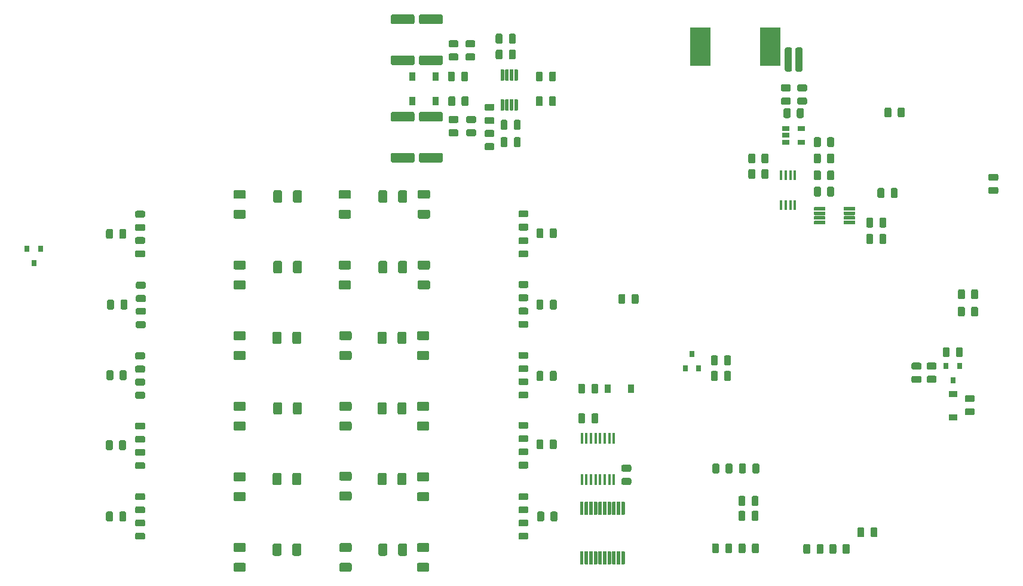
<source format=gbp>
G04 #@! TF.GenerationSoftware,KiCad,Pcbnew,(5.1.5)-3*
G04 #@! TF.CreationDate,2020-02-20T16:57:50+01:00*
G04 #@! TF.ProjectId,HL2_MRF101,484c325f-4d52-4463-9130-312e6b696361,2.0-build8*
G04 #@! TF.SameCoordinates,PX42c1d80PY2625a00*
G04 #@! TF.FileFunction,Paste,Bot*
G04 #@! TF.FilePolarity,Positive*
%FSLAX46Y46*%
G04 Gerber Fmt 4.6, Leading zero omitted, Abs format (unit mm)*
G04 Created by KiCad (PCBNEW (5.1.5)-3) date 2020-02-20 16:57:50*
%MOMM*%
%LPD*%
G04 APERTURE LIST*
%ADD10C,0.100000*%
%ADD11R,0.400000X1.350000*%
%ADD12R,1.060000X0.650000*%
%ADD13R,2.898140X5.397500*%
%ADD14R,0.900000X1.200000*%
%ADD15R,0.800000X0.900000*%
%ADD16R,0.450000X1.500000*%
%ADD17R,1.200000X0.900000*%
G04 APERTURE END LIST*
D10*
G36*
X130930142Y-31901174D02*
G01*
X130953803Y-31904684D01*
X130977007Y-31910496D01*
X130999529Y-31918554D01*
X131021153Y-31928782D01*
X131041670Y-31941079D01*
X131060883Y-31955329D01*
X131078607Y-31971393D01*
X131094671Y-31989117D01*
X131108921Y-32008330D01*
X131121218Y-32028847D01*
X131131446Y-32050471D01*
X131139504Y-32072993D01*
X131145316Y-32096197D01*
X131148826Y-32119858D01*
X131150000Y-32143750D01*
X131150000Y-33056250D01*
X131148826Y-33080142D01*
X131145316Y-33103803D01*
X131139504Y-33127007D01*
X131131446Y-33149529D01*
X131121218Y-33171153D01*
X131108921Y-33191670D01*
X131094671Y-33210883D01*
X131078607Y-33228607D01*
X131060883Y-33244671D01*
X131041670Y-33258921D01*
X131021153Y-33271218D01*
X130999529Y-33281446D01*
X130977007Y-33289504D01*
X130953803Y-33295316D01*
X130930142Y-33298826D01*
X130906250Y-33300000D01*
X130418750Y-33300000D01*
X130394858Y-33298826D01*
X130371197Y-33295316D01*
X130347993Y-33289504D01*
X130325471Y-33281446D01*
X130303847Y-33271218D01*
X130283330Y-33258921D01*
X130264117Y-33244671D01*
X130246393Y-33228607D01*
X130230329Y-33210883D01*
X130216079Y-33191670D01*
X130203782Y-33171153D01*
X130193554Y-33149529D01*
X130185496Y-33127007D01*
X130179684Y-33103803D01*
X130176174Y-33080142D01*
X130175000Y-33056250D01*
X130175000Y-32143750D01*
X130176174Y-32119858D01*
X130179684Y-32096197D01*
X130185496Y-32072993D01*
X130193554Y-32050471D01*
X130203782Y-32028847D01*
X130216079Y-32008330D01*
X130230329Y-31989117D01*
X130246393Y-31971393D01*
X130264117Y-31955329D01*
X130283330Y-31941079D01*
X130303847Y-31928782D01*
X130325471Y-31918554D01*
X130347993Y-31910496D01*
X130371197Y-31904684D01*
X130394858Y-31901174D01*
X130418750Y-31900000D01*
X130906250Y-31900000D01*
X130930142Y-31901174D01*
G37*
G36*
X132805142Y-31901174D02*
G01*
X132828803Y-31904684D01*
X132852007Y-31910496D01*
X132874529Y-31918554D01*
X132896153Y-31928782D01*
X132916670Y-31941079D01*
X132935883Y-31955329D01*
X132953607Y-31971393D01*
X132969671Y-31989117D01*
X132983921Y-32008330D01*
X132996218Y-32028847D01*
X133006446Y-32050471D01*
X133014504Y-32072993D01*
X133020316Y-32096197D01*
X133023826Y-32119858D01*
X133025000Y-32143750D01*
X133025000Y-33056250D01*
X133023826Y-33080142D01*
X133020316Y-33103803D01*
X133014504Y-33127007D01*
X133006446Y-33149529D01*
X132996218Y-33171153D01*
X132983921Y-33191670D01*
X132969671Y-33210883D01*
X132953607Y-33228607D01*
X132935883Y-33244671D01*
X132916670Y-33258921D01*
X132896153Y-33271218D01*
X132874529Y-33281446D01*
X132852007Y-33289504D01*
X132828803Y-33295316D01*
X132805142Y-33298826D01*
X132781250Y-33300000D01*
X132293750Y-33300000D01*
X132269858Y-33298826D01*
X132246197Y-33295316D01*
X132222993Y-33289504D01*
X132200471Y-33281446D01*
X132178847Y-33271218D01*
X132158330Y-33258921D01*
X132139117Y-33244671D01*
X132121393Y-33228607D01*
X132105329Y-33210883D01*
X132091079Y-33191670D01*
X132078782Y-33171153D01*
X132068554Y-33149529D01*
X132060496Y-33127007D01*
X132054684Y-33103803D01*
X132051174Y-33080142D01*
X132050000Y-33056250D01*
X132050000Y-32143750D01*
X132051174Y-32119858D01*
X132054684Y-32096197D01*
X132060496Y-32072993D01*
X132068554Y-32050471D01*
X132078782Y-32028847D01*
X132091079Y-32008330D01*
X132105329Y-31989117D01*
X132121393Y-31971393D01*
X132139117Y-31955329D01*
X132158330Y-31941079D01*
X132178847Y-31928782D01*
X132200471Y-31918554D01*
X132222993Y-31910496D01*
X132246197Y-31904684D01*
X132269858Y-31901174D01*
X132293750Y-31900000D01*
X132781250Y-31900000D01*
X132805142Y-31901174D01*
G37*
D11*
X116525000Y-34350000D03*
X116525000Y-30050000D03*
X117175000Y-34350000D03*
X117175000Y-30050000D03*
X117825000Y-34350000D03*
X117825000Y-30050000D03*
X118475000Y-34350000D03*
X118475000Y-30050000D03*
D10*
G36*
X126912252Y-36525602D02*
G01*
X126924386Y-36527402D01*
X126936286Y-36530382D01*
X126947835Y-36534515D01*
X126958925Y-36539760D01*
X126969446Y-36546066D01*
X126979299Y-36553374D01*
X126988388Y-36561612D01*
X126996626Y-36570701D01*
X127003934Y-36580554D01*
X127010240Y-36591075D01*
X127015485Y-36602165D01*
X127019618Y-36613714D01*
X127022598Y-36625614D01*
X127024398Y-36637748D01*
X127025000Y-36650000D01*
X127025000Y-36900000D01*
X127024398Y-36912252D01*
X127022598Y-36924386D01*
X127019618Y-36936286D01*
X127015485Y-36947835D01*
X127010240Y-36958925D01*
X127003934Y-36969446D01*
X126996626Y-36979299D01*
X126988388Y-36988388D01*
X126979299Y-36996626D01*
X126969446Y-37003934D01*
X126958925Y-37010240D01*
X126947835Y-37015485D01*
X126936286Y-37019618D01*
X126924386Y-37022598D01*
X126912252Y-37024398D01*
X126900000Y-37025000D01*
X125525000Y-37025000D01*
X125512748Y-37024398D01*
X125500614Y-37022598D01*
X125488714Y-37019618D01*
X125477165Y-37015485D01*
X125466075Y-37010240D01*
X125455554Y-37003934D01*
X125445701Y-36996626D01*
X125436612Y-36988388D01*
X125428374Y-36979299D01*
X125421066Y-36969446D01*
X125414760Y-36958925D01*
X125409515Y-36947835D01*
X125405382Y-36936286D01*
X125402402Y-36924386D01*
X125400602Y-36912252D01*
X125400000Y-36900000D01*
X125400000Y-36650000D01*
X125400602Y-36637748D01*
X125402402Y-36625614D01*
X125405382Y-36613714D01*
X125409515Y-36602165D01*
X125414760Y-36591075D01*
X125421066Y-36580554D01*
X125428374Y-36570701D01*
X125436612Y-36561612D01*
X125445701Y-36553374D01*
X125455554Y-36546066D01*
X125466075Y-36539760D01*
X125477165Y-36534515D01*
X125488714Y-36530382D01*
X125500614Y-36527402D01*
X125512748Y-36525602D01*
X125525000Y-36525000D01*
X126900000Y-36525000D01*
X126912252Y-36525602D01*
G37*
G36*
X126912252Y-35875602D02*
G01*
X126924386Y-35877402D01*
X126936286Y-35880382D01*
X126947835Y-35884515D01*
X126958925Y-35889760D01*
X126969446Y-35896066D01*
X126979299Y-35903374D01*
X126988388Y-35911612D01*
X126996626Y-35920701D01*
X127003934Y-35930554D01*
X127010240Y-35941075D01*
X127015485Y-35952165D01*
X127019618Y-35963714D01*
X127022598Y-35975614D01*
X127024398Y-35987748D01*
X127025000Y-36000000D01*
X127025000Y-36250000D01*
X127024398Y-36262252D01*
X127022598Y-36274386D01*
X127019618Y-36286286D01*
X127015485Y-36297835D01*
X127010240Y-36308925D01*
X127003934Y-36319446D01*
X126996626Y-36329299D01*
X126988388Y-36338388D01*
X126979299Y-36346626D01*
X126969446Y-36353934D01*
X126958925Y-36360240D01*
X126947835Y-36365485D01*
X126936286Y-36369618D01*
X126924386Y-36372598D01*
X126912252Y-36374398D01*
X126900000Y-36375000D01*
X125525000Y-36375000D01*
X125512748Y-36374398D01*
X125500614Y-36372598D01*
X125488714Y-36369618D01*
X125477165Y-36365485D01*
X125466075Y-36360240D01*
X125455554Y-36353934D01*
X125445701Y-36346626D01*
X125436612Y-36338388D01*
X125428374Y-36329299D01*
X125421066Y-36319446D01*
X125414760Y-36308925D01*
X125409515Y-36297835D01*
X125405382Y-36286286D01*
X125402402Y-36274386D01*
X125400602Y-36262252D01*
X125400000Y-36250000D01*
X125400000Y-36000000D01*
X125400602Y-35987748D01*
X125402402Y-35975614D01*
X125405382Y-35963714D01*
X125409515Y-35952165D01*
X125414760Y-35941075D01*
X125421066Y-35930554D01*
X125428374Y-35920701D01*
X125436612Y-35911612D01*
X125445701Y-35903374D01*
X125455554Y-35896066D01*
X125466075Y-35889760D01*
X125477165Y-35884515D01*
X125488714Y-35880382D01*
X125500614Y-35877402D01*
X125512748Y-35875602D01*
X125525000Y-35875000D01*
X126900000Y-35875000D01*
X126912252Y-35875602D01*
G37*
G36*
X126912252Y-35225602D02*
G01*
X126924386Y-35227402D01*
X126936286Y-35230382D01*
X126947835Y-35234515D01*
X126958925Y-35239760D01*
X126969446Y-35246066D01*
X126979299Y-35253374D01*
X126988388Y-35261612D01*
X126996626Y-35270701D01*
X127003934Y-35280554D01*
X127010240Y-35291075D01*
X127015485Y-35302165D01*
X127019618Y-35313714D01*
X127022598Y-35325614D01*
X127024398Y-35337748D01*
X127025000Y-35350000D01*
X127025000Y-35600000D01*
X127024398Y-35612252D01*
X127022598Y-35624386D01*
X127019618Y-35636286D01*
X127015485Y-35647835D01*
X127010240Y-35658925D01*
X127003934Y-35669446D01*
X126996626Y-35679299D01*
X126988388Y-35688388D01*
X126979299Y-35696626D01*
X126969446Y-35703934D01*
X126958925Y-35710240D01*
X126947835Y-35715485D01*
X126936286Y-35719618D01*
X126924386Y-35722598D01*
X126912252Y-35724398D01*
X126900000Y-35725000D01*
X125525000Y-35725000D01*
X125512748Y-35724398D01*
X125500614Y-35722598D01*
X125488714Y-35719618D01*
X125477165Y-35715485D01*
X125466075Y-35710240D01*
X125455554Y-35703934D01*
X125445701Y-35696626D01*
X125436612Y-35688388D01*
X125428374Y-35679299D01*
X125421066Y-35669446D01*
X125414760Y-35658925D01*
X125409515Y-35647835D01*
X125405382Y-35636286D01*
X125402402Y-35624386D01*
X125400602Y-35612252D01*
X125400000Y-35600000D01*
X125400000Y-35350000D01*
X125400602Y-35337748D01*
X125402402Y-35325614D01*
X125405382Y-35313714D01*
X125409515Y-35302165D01*
X125414760Y-35291075D01*
X125421066Y-35280554D01*
X125428374Y-35270701D01*
X125436612Y-35261612D01*
X125445701Y-35253374D01*
X125455554Y-35246066D01*
X125466075Y-35239760D01*
X125477165Y-35234515D01*
X125488714Y-35230382D01*
X125500614Y-35227402D01*
X125512748Y-35225602D01*
X125525000Y-35225000D01*
X126900000Y-35225000D01*
X126912252Y-35225602D01*
G37*
G36*
X126912252Y-34575602D02*
G01*
X126924386Y-34577402D01*
X126936286Y-34580382D01*
X126947835Y-34584515D01*
X126958925Y-34589760D01*
X126969446Y-34596066D01*
X126979299Y-34603374D01*
X126988388Y-34611612D01*
X126996626Y-34620701D01*
X127003934Y-34630554D01*
X127010240Y-34641075D01*
X127015485Y-34652165D01*
X127019618Y-34663714D01*
X127022598Y-34675614D01*
X127024398Y-34687748D01*
X127025000Y-34700000D01*
X127025000Y-34950000D01*
X127024398Y-34962252D01*
X127022598Y-34974386D01*
X127019618Y-34986286D01*
X127015485Y-34997835D01*
X127010240Y-35008925D01*
X127003934Y-35019446D01*
X126996626Y-35029299D01*
X126988388Y-35038388D01*
X126979299Y-35046626D01*
X126969446Y-35053934D01*
X126958925Y-35060240D01*
X126947835Y-35065485D01*
X126936286Y-35069618D01*
X126924386Y-35072598D01*
X126912252Y-35074398D01*
X126900000Y-35075000D01*
X125525000Y-35075000D01*
X125512748Y-35074398D01*
X125500614Y-35072598D01*
X125488714Y-35069618D01*
X125477165Y-35065485D01*
X125466075Y-35060240D01*
X125455554Y-35053934D01*
X125445701Y-35046626D01*
X125436612Y-35038388D01*
X125428374Y-35029299D01*
X125421066Y-35019446D01*
X125414760Y-35008925D01*
X125409515Y-34997835D01*
X125405382Y-34986286D01*
X125402402Y-34974386D01*
X125400602Y-34962252D01*
X125400000Y-34950000D01*
X125400000Y-34700000D01*
X125400602Y-34687748D01*
X125402402Y-34675614D01*
X125405382Y-34663714D01*
X125409515Y-34652165D01*
X125414760Y-34641075D01*
X125421066Y-34630554D01*
X125428374Y-34620701D01*
X125436612Y-34611612D01*
X125445701Y-34603374D01*
X125455554Y-34596066D01*
X125466075Y-34589760D01*
X125477165Y-34584515D01*
X125488714Y-34580382D01*
X125500614Y-34577402D01*
X125512748Y-34575602D01*
X125525000Y-34575000D01*
X126900000Y-34575000D01*
X126912252Y-34575602D01*
G37*
G36*
X122687252Y-34575602D02*
G01*
X122699386Y-34577402D01*
X122711286Y-34580382D01*
X122722835Y-34584515D01*
X122733925Y-34589760D01*
X122744446Y-34596066D01*
X122754299Y-34603374D01*
X122763388Y-34611612D01*
X122771626Y-34620701D01*
X122778934Y-34630554D01*
X122785240Y-34641075D01*
X122790485Y-34652165D01*
X122794618Y-34663714D01*
X122797598Y-34675614D01*
X122799398Y-34687748D01*
X122800000Y-34700000D01*
X122800000Y-34950000D01*
X122799398Y-34962252D01*
X122797598Y-34974386D01*
X122794618Y-34986286D01*
X122790485Y-34997835D01*
X122785240Y-35008925D01*
X122778934Y-35019446D01*
X122771626Y-35029299D01*
X122763388Y-35038388D01*
X122754299Y-35046626D01*
X122744446Y-35053934D01*
X122733925Y-35060240D01*
X122722835Y-35065485D01*
X122711286Y-35069618D01*
X122699386Y-35072598D01*
X122687252Y-35074398D01*
X122675000Y-35075000D01*
X121300000Y-35075000D01*
X121287748Y-35074398D01*
X121275614Y-35072598D01*
X121263714Y-35069618D01*
X121252165Y-35065485D01*
X121241075Y-35060240D01*
X121230554Y-35053934D01*
X121220701Y-35046626D01*
X121211612Y-35038388D01*
X121203374Y-35029299D01*
X121196066Y-35019446D01*
X121189760Y-35008925D01*
X121184515Y-34997835D01*
X121180382Y-34986286D01*
X121177402Y-34974386D01*
X121175602Y-34962252D01*
X121175000Y-34950000D01*
X121175000Y-34700000D01*
X121175602Y-34687748D01*
X121177402Y-34675614D01*
X121180382Y-34663714D01*
X121184515Y-34652165D01*
X121189760Y-34641075D01*
X121196066Y-34630554D01*
X121203374Y-34620701D01*
X121211612Y-34611612D01*
X121220701Y-34603374D01*
X121230554Y-34596066D01*
X121241075Y-34589760D01*
X121252165Y-34584515D01*
X121263714Y-34580382D01*
X121275614Y-34577402D01*
X121287748Y-34575602D01*
X121300000Y-34575000D01*
X122675000Y-34575000D01*
X122687252Y-34575602D01*
G37*
G36*
X122687252Y-35225602D02*
G01*
X122699386Y-35227402D01*
X122711286Y-35230382D01*
X122722835Y-35234515D01*
X122733925Y-35239760D01*
X122744446Y-35246066D01*
X122754299Y-35253374D01*
X122763388Y-35261612D01*
X122771626Y-35270701D01*
X122778934Y-35280554D01*
X122785240Y-35291075D01*
X122790485Y-35302165D01*
X122794618Y-35313714D01*
X122797598Y-35325614D01*
X122799398Y-35337748D01*
X122800000Y-35350000D01*
X122800000Y-35600000D01*
X122799398Y-35612252D01*
X122797598Y-35624386D01*
X122794618Y-35636286D01*
X122790485Y-35647835D01*
X122785240Y-35658925D01*
X122778934Y-35669446D01*
X122771626Y-35679299D01*
X122763388Y-35688388D01*
X122754299Y-35696626D01*
X122744446Y-35703934D01*
X122733925Y-35710240D01*
X122722835Y-35715485D01*
X122711286Y-35719618D01*
X122699386Y-35722598D01*
X122687252Y-35724398D01*
X122675000Y-35725000D01*
X121300000Y-35725000D01*
X121287748Y-35724398D01*
X121275614Y-35722598D01*
X121263714Y-35719618D01*
X121252165Y-35715485D01*
X121241075Y-35710240D01*
X121230554Y-35703934D01*
X121220701Y-35696626D01*
X121211612Y-35688388D01*
X121203374Y-35679299D01*
X121196066Y-35669446D01*
X121189760Y-35658925D01*
X121184515Y-35647835D01*
X121180382Y-35636286D01*
X121177402Y-35624386D01*
X121175602Y-35612252D01*
X121175000Y-35600000D01*
X121175000Y-35350000D01*
X121175602Y-35337748D01*
X121177402Y-35325614D01*
X121180382Y-35313714D01*
X121184515Y-35302165D01*
X121189760Y-35291075D01*
X121196066Y-35280554D01*
X121203374Y-35270701D01*
X121211612Y-35261612D01*
X121220701Y-35253374D01*
X121230554Y-35246066D01*
X121241075Y-35239760D01*
X121252165Y-35234515D01*
X121263714Y-35230382D01*
X121275614Y-35227402D01*
X121287748Y-35225602D01*
X121300000Y-35225000D01*
X122675000Y-35225000D01*
X122687252Y-35225602D01*
G37*
G36*
X122687252Y-35875602D02*
G01*
X122699386Y-35877402D01*
X122711286Y-35880382D01*
X122722835Y-35884515D01*
X122733925Y-35889760D01*
X122744446Y-35896066D01*
X122754299Y-35903374D01*
X122763388Y-35911612D01*
X122771626Y-35920701D01*
X122778934Y-35930554D01*
X122785240Y-35941075D01*
X122790485Y-35952165D01*
X122794618Y-35963714D01*
X122797598Y-35975614D01*
X122799398Y-35987748D01*
X122800000Y-36000000D01*
X122800000Y-36250000D01*
X122799398Y-36262252D01*
X122797598Y-36274386D01*
X122794618Y-36286286D01*
X122790485Y-36297835D01*
X122785240Y-36308925D01*
X122778934Y-36319446D01*
X122771626Y-36329299D01*
X122763388Y-36338388D01*
X122754299Y-36346626D01*
X122744446Y-36353934D01*
X122733925Y-36360240D01*
X122722835Y-36365485D01*
X122711286Y-36369618D01*
X122699386Y-36372598D01*
X122687252Y-36374398D01*
X122675000Y-36375000D01*
X121300000Y-36375000D01*
X121287748Y-36374398D01*
X121275614Y-36372598D01*
X121263714Y-36369618D01*
X121252165Y-36365485D01*
X121241075Y-36360240D01*
X121230554Y-36353934D01*
X121220701Y-36346626D01*
X121211612Y-36338388D01*
X121203374Y-36329299D01*
X121196066Y-36319446D01*
X121189760Y-36308925D01*
X121184515Y-36297835D01*
X121180382Y-36286286D01*
X121177402Y-36274386D01*
X121175602Y-36262252D01*
X121175000Y-36250000D01*
X121175000Y-36000000D01*
X121175602Y-35987748D01*
X121177402Y-35975614D01*
X121180382Y-35963714D01*
X121184515Y-35952165D01*
X121189760Y-35941075D01*
X121196066Y-35930554D01*
X121203374Y-35920701D01*
X121211612Y-35911612D01*
X121220701Y-35903374D01*
X121230554Y-35896066D01*
X121241075Y-35889760D01*
X121252165Y-35884515D01*
X121263714Y-35880382D01*
X121275614Y-35877402D01*
X121287748Y-35875602D01*
X121300000Y-35875000D01*
X122675000Y-35875000D01*
X122687252Y-35875602D01*
G37*
G36*
X122687252Y-36525602D02*
G01*
X122699386Y-36527402D01*
X122711286Y-36530382D01*
X122722835Y-36534515D01*
X122733925Y-36539760D01*
X122744446Y-36546066D01*
X122754299Y-36553374D01*
X122763388Y-36561612D01*
X122771626Y-36570701D01*
X122778934Y-36580554D01*
X122785240Y-36591075D01*
X122790485Y-36602165D01*
X122794618Y-36613714D01*
X122797598Y-36625614D01*
X122799398Y-36637748D01*
X122800000Y-36650000D01*
X122800000Y-36900000D01*
X122799398Y-36912252D01*
X122797598Y-36924386D01*
X122794618Y-36936286D01*
X122790485Y-36947835D01*
X122785240Y-36958925D01*
X122778934Y-36969446D01*
X122771626Y-36979299D01*
X122763388Y-36988388D01*
X122754299Y-36996626D01*
X122744446Y-37003934D01*
X122733925Y-37010240D01*
X122722835Y-37015485D01*
X122711286Y-37019618D01*
X122699386Y-37022598D01*
X122687252Y-37024398D01*
X122675000Y-37025000D01*
X121300000Y-37025000D01*
X121287748Y-37024398D01*
X121275614Y-37022598D01*
X121263714Y-37019618D01*
X121252165Y-37015485D01*
X121241075Y-37010240D01*
X121230554Y-37003934D01*
X121220701Y-36996626D01*
X121211612Y-36988388D01*
X121203374Y-36979299D01*
X121196066Y-36969446D01*
X121189760Y-36958925D01*
X121184515Y-36947835D01*
X121180382Y-36936286D01*
X121177402Y-36924386D01*
X121175602Y-36912252D01*
X121175000Y-36900000D01*
X121175000Y-36650000D01*
X121175602Y-36637748D01*
X121177402Y-36625614D01*
X121180382Y-36613714D01*
X121184515Y-36602165D01*
X121189760Y-36591075D01*
X121196066Y-36580554D01*
X121203374Y-36570701D01*
X121211612Y-36561612D01*
X121220701Y-36553374D01*
X121230554Y-36546066D01*
X121241075Y-36539760D01*
X121252165Y-36534515D01*
X121263714Y-36530382D01*
X121275614Y-36527402D01*
X121287748Y-36525602D01*
X121300000Y-36525000D01*
X122675000Y-36525000D01*
X122687252Y-36525602D01*
G37*
D12*
X119400000Y-25400000D03*
X119400000Y-23500000D03*
X117200000Y-23500000D03*
X117200000Y-24450000D03*
X117200000Y-25400000D03*
D10*
G36*
X117680142Y-17226174D02*
G01*
X117703803Y-17229684D01*
X117727007Y-17235496D01*
X117749529Y-17243554D01*
X117771153Y-17253782D01*
X117791670Y-17266079D01*
X117810883Y-17280329D01*
X117828607Y-17296393D01*
X117844671Y-17314117D01*
X117858921Y-17333330D01*
X117871218Y-17353847D01*
X117881446Y-17375471D01*
X117889504Y-17397993D01*
X117895316Y-17421197D01*
X117898826Y-17444858D01*
X117900000Y-17468750D01*
X117900000Y-17956250D01*
X117898826Y-17980142D01*
X117895316Y-18003803D01*
X117889504Y-18027007D01*
X117881446Y-18049529D01*
X117871218Y-18071153D01*
X117858921Y-18091670D01*
X117844671Y-18110883D01*
X117828607Y-18128607D01*
X117810883Y-18144671D01*
X117791670Y-18158921D01*
X117771153Y-18171218D01*
X117749529Y-18181446D01*
X117727007Y-18189504D01*
X117703803Y-18195316D01*
X117680142Y-18198826D01*
X117656250Y-18200000D01*
X116743750Y-18200000D01*
X116719858Y-18198826D01*
X116696197Y-18195316D01*
X116672993Y-18189504D01*
X116650471Y-18181446D01*
X116628847Y-18171218D01*
X116608330Y-18158921D01*
X116589117Y-18144671D01*
X116571393Y-18128607D01*
X116555329Y-18110883D01*
X116541079Y-18091670D01*
X116528782Y-18071153D01*
X116518554Y-18049529D01*
X116510496Y-18027007D01*
X116504684Y-18003803D01*
X116501174Y-17980142D01*
X116500000Y-17956250D01*
X116500000Y-17468750D01*
X116501174Y-17444858D01*
X116504684Y-17421197D01*
X116510496Y-17397993D01*
X116518554Y-17375471D01*
X116528782Y-17353847D01*
X116541079Y-17333330D01*
X116555329Y-17314117D01*
X116571393Y-17296393D01*
X116589117Y-17280329D01*
X116608330Y-17266079D01*
X116628847Y-17253782D01*
X116650471Y-17243554D01*
X116672993Y-17235496D01*
X116696197Y-17229684D01*
X116719858Y-17226174D01*
X116743750Y-17225000D01*
X117656250Y-17225000D01*
X117680142Y-17226174D01*
G37*
G36*
X117680142Y-19101174D02*
G01*
X117703803Y-19104684D01*
X117727007Y-19110496D01*
X117749529Y-19118554D01*
X117771153Y-19128782D01*
X117791670Y-19141079D01*
X117810883Y-19155329D01*
X117828607Y-19171393D01*
X117844671Y-19189117D01*
X117858921Y-19208330D01*
X117871218Y-19228847D01*
X117881446Y-19250471D01*
X117889504Y-19272993D01*
X117895316Y-19296197D01*
X117898826Y-19319858D01*
X117900000Y-19343750D01*
X117900000Y-19831250D01*
X117898826Y-19855142D01*
X117895316Y-19878803D01*
X117889504Y-19902007D01*
X117881446Y-19924529D01*
X117871218Y-19946153D01*
X117858921Y-19966670D01*
X117844671Y-19985883D01*
X117828607Y-20003607D01*
X117810883Y-20019671D01*
X117791670Y-20033921D01*
X117771153Y-20046218D01*
X117749529Y-20056446D01*
X117727007Y-20064504D01*
X117703803Y-20070316D01*
X117680142Y-20073826D01*
X117656250Y-20075000D01*
X116743750Y-20075000D01*
X116719858Y-20073826D01*
X116696197Y-20070316D01*
X116672993Y-20064504D01*
X116650471Y-20056446D01*
X116628847Y-20046218D01*
X116608330Y-20033921D01*
X116589117Y-20019671D01*
X116571393Y-20003607D01*
X116555329Y-19985883D01*
X116541079Y-19966670D01*
X116528782Y-19946153D01*
X116518554Y-19924529D01*
X116510496Y-19902007D01*
X116504684Y-19878803D01*
X116501174Y-19855142D01*
X116500000Y-19831250D01*
X116500000Y-19343750D01*
X116501174Y-19319858D01*
X116504684Y-19296197D01*
X116510496Y-19272993D01*
X116518554Y-19250471D01*
X116528782Y-19228847D01*
X116541079Y-19208330D01*
X116555329Y-19189117D01*
X116571393Y-19171393D01*
X116589117Y-19155329D01*
X116608330Y-19141079D01*
X116628847Y-19128782D01*
X116650471Y-19118554D01*
X116672993Y-19110496D01*
X116696197Y-19104684D01*
X116719858Y-19101174D01*
X116743750Y-19100000D01*
X117656250Y-19100000D01*
X117680142Y-19101174D01*
G37*
G36*
X119980142Y-17226174D02*
G01*
X120003803Y-17229684D01*
X120027007Y-17235496D01*
X120049529Y-17243554D01*
X120071153Y-17253782D01*
X120091670Y-17266079D01*
X120110883Y-17280329D01*
X120128607Y-17296393D01*
X120144671Y-17314117D01*
X120158921Y-17333330D01*
X120171218Y-17353847D01*
X120181446Y-17375471D01*
X120189504Y-17397993D01*
X120195316Y-17421197D01*
X120198826Y-17444858D01*
X120200000Y-17468750D01*
X120200000Y-17956250D01*
X120198826Y-17980142D01*
X120195316Y-18003803D01*
X120189504Y-18027007D01*
X120181446Y-18049529D01*
X120171218Y-18071153D01*
X120158921Y-18091670D01*
X120144671Y-18110883D01*
X120128607Y-18128607D01*
X120110883Y-18144671D01*
X120091670Y-18158921D01*
X120071153Y-18171218D01*
X120049529Y-18181446D01*
X120027007Y-18189504D01*
X120003803Y-18195316D01*
X119980142Y-18198826D01*
X119956250Y-18200000D01*
X119043750Y-18200000D01*
X119019858Y-18198826D01*
X118996197Y-18195316D01*
X118972993Y-18189504D01*
X118950471Y-18181446D01*
X118928847Y-18171218D01*
X118908330Y-18158921D01*
X118889117Y-18144671D01*
X118871393Y-18128607D01*
X118855329Y-18110883D01*
X118841079Y-18091670D01*
X118828782Y-18071153D01*
X118818554Y-18049529D01*
X118810496Y-18027007D01*
X118804684Y-18003803D01*
X118801174Y-17980142D01*
X118800000Y-17956250D01*
X118800000Y-17468750D01*
X118801174Y-17444858D01*
X118804684Y-17421197D01*
X118810496Y-17397993D01*
X118818554Y-17375471D01*
X118828782Y-17353847D01*
X118841079Y-17333330D01*
X118855329Y-17314117D01*
X118871393Y-17296393D01*
X118889117Y-17280329D01*
X118908330Y-17266079D01*
X118928847Y-17253782D01*
X118950471Y-17243554D01*
X118972993Y-17235496D01*
X118996197Y-17229684D01*
X119019858Y-17226174D01*
X119043750Y-17225000D01*
X119956250Y-17225000D01*
X119980142Y-17226174D01*
G37*
G36*
X119980142Y-19101174D02*
G01*
X120003803Y-19104684D01*
X120027007Y-19110496D01*
X120049529Y-19118554D01*
X120071153Y-19128782D01*
X120091670Y-19141079D01*
X120110883Y-19155329D01*
X120128607Y-19171393D01*
X120144671Y-19189117D01*
X120158921Y-19208330D01*
X120171218Y-19228847D01*
X120181446Y-19250471D01*
X120189504Y-19272993D01*
X120195316Y-19296197D01*
X120198826Y-19319858D01*
X120200000Y-19343750D01*
X120200000Y-19831250D01*
X120198826Y-19855142D01*
X120195316Y-19878803D01*
X120189504Y-19902007D01*
X120181446Y-19924529D01*
X120171218Y-19946153D01*
X120158921Y-19966670D01*
X120144671Y-19985883D01*
X120128607Y-20003607D01*
X120110883Y-20019671D01*
X120091670Y-20033921D01*
X120071153Y-20046218D01*
X120049529Y-20056446D01*
X120027007Y-20064504D01*
X120003803Y-20070316D01*
X119980142Y-20073826D01*
X119956250Y-20075000D01*
X119043750Y-20075000D01*
X119019858Y-20073826D01*
X118996197Y-20070316D01*
X118972993Y-20064504D01*
X118950471Y-20056446D01*
X118928847Y-20046218D01*
X118908330Y-20033921D01*
X118889117Y-20019671D01*
X118871393Y-20003607D01*
X118855329Y-19985883D01*
X118841079Y-19966670D01*
X118828782Y-19946153D01*
X118818554Y-19924529D01*
X118810496Y-19902007D01*
X118804684Y-19878803D01*
X118801174Y-19855142D01*
X118800000Y-19831250D01*
X118800000Y-19343750D01*
X118801174Y-19319858D01*
X118804684Y-19296197D01*
X118810496Y-19272993D01*
X118818554Y-19250471D01*
X118828782Y-19228847D01*
X118841079Y-19208330D01*
X118855329Y-19189117D01*
X118871393Y-19171393D01*
X118889117Y-19155329D01*
X118908330Y-19141079D01*
X118928847Y-19128782D01*
X118950471Y-19118554D01*
X118972993Y-19110496D01*
X118996197Y-19104684D01*
X119019858Y-19101174D01*
X119043750Y-19100000D01*
X119956250Y-19100000D01*
X119980142Y-19101174D01*
G37*
G36*
X117824504Y-12001204D02*
G01*
X117848773Y-12004804D01*
X117872571Y-12010765D01*
X117895671Y-12019030D01*
X117917849Y-12029520D01*
X117938893Y-12042133D01*
X117958598Y-12056747D01*
X117976777Y-12073223D01*
X117993253Y-12091402D01*
X118007867Y-12111107D01*
X118020480Y-12132151D01*
X118030970Y-12154329D01*
X118039235Y-12177429D01*
X118045196Y-12201227D01*
X118048796Y-12225496D01*
X118050000Y-12250000D01*
X118050000Y-15150000D01*
X118048796Y-15174504D01*
X118045196Y-15198773D01*
X118039235Y-15222571D01*
X118030970Y-15245671D01*
X118020480Y-15267849D01*
X118007867Y-15288893D01*
X117993253Y-15308598D01*
X117976777Y-15326777D01*
X117958598Y-15343253D01*
X117938893Y-15357867D01*
X117917849Y-15370480D01*
X117895671Y-15380970D01*
X117872571Y-15389235D01*
X117848773Y-15395196D01*
X117824504Y-15398796D01*
X117800000Y-15400000D01*
X117300000Y-15400000D01*
X117275496Y-15398796D01*
X117251227Y-15395196D01*
X117227429Y-15389235D01*
X117204329Y-15380970D01*
X117182151Y-15370480D01*
X117161107Y-15357867D01*
X117141402Y-15343253D01*
X117123223Y-15326777D01*
X117106747Y-15308598D01*
X117092133Y-15288893D01*
X117079520Y-15267849D01*
X117069030Y-15245671D01*
X117060765Y-15222571D01*
X117054804Y-15198773D01*
X117051204Y-15174504D01*
X117050000Y-15150000D01*
X117050000Y-12250000D01*
X117051204Y-12225496D01*
X117054804Y-12201227D01*
X117060765Y-12177429D01*
X117069030Y-12154329D01*
X117079520Y-12132151D01*
X117092133Y-12111107D01*
X117106747Y-12091402D01*
X117123223Y-12073223D01*
X117141402Y-12056747D01*
X117161107Y-12042133D01*
X117182151Y-12029520D01*
X117204329Y-12019030D01*
X117227429Y-12010765D01*
X117251227Y-12004804D01*
X117275496Y-12001204D01*
X117300000Y-12000000D01*
X117800000Y-12000000D01*
X117824504Y-12001204D01*
G37*
G36*
X119324504Y-12001204D02*
G01*
X119348773Y-12004804D01*
X119372571Y-12010765D01*
X119395671Y-12019030D01*
X119417849Y-12029520D01*
X119438893Y-12042133D01*
X119458598Y-12056747D01*
X119476777Y-12073223D01*
X119493253Y-12091402D01*
X119507867Y-12111107D01*
X119520480Y-12132151D01*
X119530970Y-12154329D01*
X119539235Y-12177429D01*
X119545196Y-12201227D01*
X119548796Y-12225496D01*
X119550000Y-12250000D01*
X119550000Y-15150000D01*
X119548796Y-15174504D01*
X119545196Y-15198773D01*
X119539235Y-15222571D01*
X119530970Y-15245671D01*
X119520480Y-15267849D01*
X119507867Y-15288893D01*
X119493253Y-15308598D01*
X119476777Y-15326777D01*
X119458598Y-15343253D01*
X119438893Y-15357867D01*
X119417849Y-15370480D01*
X119395671Y-15380970D01*
X119372571Y-15389235D01*
X119348773Y-15395196D01*
X119324504Y-15398796D01*
X119300000Y-15400000D01*
X118800000Y-15400000D01*
X118775496Y-15398796D01*
X118751227Y-15395196D01*
X118727429Y-15389235D01*
X118704329Y-15380970D01*
X118682151Y-15370480D01*
X118661107Y-15357867D01*
X118641402Y-15343253D01*
X118623223Y-15326777D01*
X118606747Y-15308598D01*
X118592133Y-15288893D01*
X118579520Y-15267849D01*
X118569030Y-15245671D01*
X118560765Y-15222571D01*
X118554804Y-15198773D01*
X118551204Y-15174504D01*
X118550000Y-15150000D01*
X118550000Y-12250000D01*
X118551204Y-12225496D01*
X118554804Y-12201227D01*
X118560765Y-12177429D01*
X118569030Y-12154329D01*
X118579520Y-12132151D01*
X118592133Y-12111107D01*
X118606747Y-12091402D01*
X118623223Y-12073223D01*
X118641402Y-12056747D01*
X118661107Y-12042133D01*
X118682151Y-12029520D01*
X118704329Y-12019030D01*
X118727429Y-12010765D01*
X118751227Y-12004804D01*
X118775496Y-12001204D01*
X118800000Y-12000000D01*
X119300000Y-12000000D01*
X119324504Y-12001204D01*
G37*
G36*
X121930142Y-31701174D02*
G01*
X121953803Y-31704684D01*
X121977007Y-31710496D01*
X121999529Y-31718554D01*
X122021153Y-31728782D01*
X122041670Y-31741079D01*
X122060883Y-31755329D01*
X122078607Y-31771393D01*
X122094671Y-31789117D01*
X122108921Y-31808330D01*
X122121218Y-31828847D01*
X122131446Y-31850471D01*
X122139504Y-31872993D01*
X122145316Y-31896197D01*
X122148826Y-31919858D01*
X122150000Y-31943750D01*
X122150000Y-32856250D01*
X122148826Y-32880142D01*
X122145316Y-32903803D01*
X122139504Y-32927007D01*
X122131446Y-32949529D01*
X122121218Y-32971153D01*
X122108921Y-32991670D01*
X122094671Y-33010883D01*
X122078607Y-33028607D01*
X122060883Y-33044671D01*
X122041670Y-33058921D01*
X122021153Y-33071218D01*
X121999529Y-33081446D01*
X121977007Y-33089504D01*
X121953803Y-33095316D01*
X121930142Y-33098826D01*
X121906250Y-33100000D01*
X121418750Y-33100000D01*
X121394858Y-33098826D01*
X121371197Y-33095316D01*
X121347993Y-33089504D01*
X121325471Y-33081446D01*
X121303847Y-33071218D01*
X121283330Y-33058921D01*
X121264117Y-33044671D01*
X121246393Y-33028607D01*
X121230329Y-33010883D01*
X121216079Y-32991670D01*
X121203782Y-32971153D01*
X121193554Y-32949529D01*
X121185496Y-32927007D01*
X121179684Y-32903803D01*
X121176174Y-32880142D01*
X121175000Y-32856250D01*
X121175000Y-31943750D01*
X121176174Y-31919858D01*
X121179684Y-31896197D01*
X121185496Y-31872993D01*
X121193554Y-31850471D01*
X121203782Y-31828847D01*
X121216079Y-31808330D01*
X121230329Y-31789117D01*
X121246393Y-31771393D01*
X121264117Y-31755329D01*
X121283330Y-31741079D01*
X121303847Y-31728782D01*
X121325471Y-31718554D01*
X121347993Y-31710496D01*
X121371197Y-31704684D01*
X121394858Y-31701174D01*
X121418750Y-31700000D01*
X121906250Y-31700000D01*
X121930142Y-31701174D01*
G37*
G36*
X123805142Y-31701174D02*
G01*
X123828803Y-31704684D01*
X123852007Y-31710496D01*
X123874529Y-31718554D01*
X123896153Y-31728782D01*
X123916670Y-31741079D01*
X123935883Y-31755329D01*
X123953607Y-31771393D01*
X123969671Y-31789117D01*
X123983921Y-31808330D01*
X123996218Y-31828847D01*
X124006446Y-31850471D01*
X124014504Y-31872993D01*
X124020316Y-31896197D01*
X124023826Y-31919858D01*
X124025000Y-31943750D01*
X124025000Y-32856250D01*
X124023826Y-32880142D01*
X124020316Y-32903803D01*
X124014504Y-32927007D01*
X124006446Y-32949529D01*
X123996218Y-32971153D01*
X123983921Y-32991670D01*
X123969671Y-33010883D01*
X123953607Y-33028607D01*
X123935883Y-33044671D01*
X123916670Y-33058921D01*
X123896153Y-33071218D01*
X123874529Y-33081446D01*
X123852007Y-33089504D01*
X123828803Y-33095316D01*
X123805142Y-33098826D01*
X123781250Y-33100000D01*
X123293750Y-33100000D01*
X123269858Y-33098826D01*
X123246197Y-33095316D01*
X123222993Y-33089504D01*
X123200471Y-33081446D01*
X123178847Y-33071218D01*
X123158330Y-33058921D01*
X123139117Y-33044671D01*
X123121393Y-33028607D01*
X123105329Y-33010883D01*
X123091079Y-32991670D01*
X123078782Y-32971153D01*
X123068554Y-32949529D01*
X123060496Y-32927007D01*
X123054684Y-32903803D01*
X123051174Y-32880142D01*
X123050000Y-32856250D01*
X123050000Y-31943750D01*
X123051174Y-31919858D01*
X123054684Y-31896197D01*
X123060496Y-31872993D01*
X123068554Y-31850471D01*
X123078782Y-31828847D01*
X123091079Y-31808330D01*
X123105329Y-31789117D01*
X123121393Y-31771393D01*
X123139117Y-31755329D01*
X123158330Y-31741079D01*
X123178847Y-31728782D01*
X123200471Y-31718554D01*
X123222993Y-31710496D01*
X123246197Y-31704684D01*
X123269858Y-31701174D01*
X123293750Y-31700000D01*
X123781250Y-31700000D01*
X123805142Y-31701174D01*
G37*
G36*
X114505142Y-27001174D02*
G01*
X114528803Y-27004684D01*
X114552007Y-27010496D01*
X114574529Y-27018554D01*
X114596153Y-27028782D01*
X114616670Y-27041079D01*
X114635883Y-27055329D01*
X114653607Y-27071393D01*
X114669671Y-27089117D01*
X114683921Y-27108330D01*
X114696218Y-27128847D01*
X114706446Y-27150471D01*
X114714504Y-27172993D01*
X114720316Y-27196197D01*
X114723826Y-27219858D01*
X114725000Y-27243750D01*
X114725000Y-28156250D01*
X114723826Y-28180142D01*
X114720316Y-28203803D01*
X114714504Y-28227007D01*
X114706446Y-28249529D01*
X114696218Y-28271153D01*
X114683921Y-28291670D01*
X114669671Y-28310883D01*
X114653607Y-28328607D01*
X114635883Y-28344671D01*
X114616670Y-28358921D01*
X114596153Y-28371218D01*
X114574529Y-28381446D01*
X114552007Y-28389504D01*
X114528803Y-28395316D01*
X114505142Y-28398826D01*
X114481250Y-28400000D01*
X113993750Y-28400000D01*
X113969858Y-28398826D01*
X113946197Y-28395316D01*
X113922993Y-28389504D01*
X113900471Y-28381446D01*
X113878847Y-28371218D01*
X113858330Y-28358921D01*
X113839117Y-28344671D01*
X113821393Y-28328607D01*
X113805329Y-28310883D01*
X113791079Y-28291670D01*
X113778782Y-28271153D01*
X113768554Y-28249529D01*
X113760496Y-28227007D01*
X113754684Y-28203803D01*
X113751174Y-28180142D01*
X113750000Y-28156250D01*
X113750000Y-27243750D01*
X113751174Y-27219858D01*
X113754684Y-27196197D01*
X113760496Y-27172993D01*
X113768554Y-27150471D01*
X113778782Y-27128847D01*
X113791079Y-27108330D01*
X113805329Y-27089117D01*
X113821393Y-27071393D01*
X113839117Y-27055329D01*
X113858330Y-27041079D01*
X113878847Y-27028782D01*
X113900471Y-27018554D01*
X113922993Y-27010496D01*
X113946197Y-27004684D01*
X113969858Y-27001174D01*
X113993750Y-27000000D01*
X114481250Y-27000000D01*
X114505142Y-27001174D01*
G37*
G36*
X112630142Y-27001174D02*
G01*
X112653803Y-27004684D01*
X112677007Y-27010496D01*
X112699529Y-27018554D01*
X112721153Y-27028782D01*
X112741670Y-27041079D01*
X112760883Y-27055329D01*
X112778607Y-27071393D01*
X112794671Y-27089117D01*
X112808921Y-27108330D01*
X112821218Y-27128847D01*
X112831446Y-27150471D01*
X112839504Y-27172993D01*
X112845316Y-27196197D01*
X112848826Y-27219858D01*
X112850000Y-27243750D01*
X112850000Y-28156250D01*
X112848826Y-28180142D01*
X112845316Y-28203803D01*
X112839504Y-28227007D01*
X112831446Y-28249529D01*
X112821218Y-28271153D01*
X112808921Y-28291670D01*
X112794671Y-28310883D01*
X112778607Y-28328607D01*
X112760883Y-28344671D01*
X112741670Y-28358921D01*
X112721153Y-28371218D01*
X112699529Y-28381446D01*
X112677007Y-28389504D01*
X112653803Y-28395316D01*
X112630142Y-28398826D01*
X112606250Y-28400000D01*
X112118750Y-28400000D01*
X112094858Y-28398826D01*
X112071197Y-28395316D01*
X112047993Y-28389504D01*
X112025471Y-28381446D01*
X112003847Y-28371218D01*
X111983330Y-28358921D01*
X111964117Y-28344671D01*
X111946393Y-28328607D01*
X111930329Y-28310883D01*
X111916079Y-28291670D01*
X111903782Y-28271153D01*
X111893554Y-28249529D01*
X111885496Y-28227007D01*
X111879684Y-28203803D01*
X111876174Y-28180142D01*
X111875000Y-28156250D01*
X111875000Y-27243750D01*
X111876174Y-27219858D01*
X111879684Y-27196197D01*
X111885496Y-27172993D01*
X111893554Y-27150471D01*
X111903782Y-27128847D01*
X111916079Y-27108330D01*
X111930329Y-27089117D01*
X111946393Y-27071393D01*
X111964117Y-27055329D01*
X111983330Y-27041079D01*
X112003847Y-27028782D01*
X112025471Y-27018554D01*
X112047993Y-27010496D01*
X112071197Y-27004684D01*
X112094858Y-27001174D01*
X112118750Y-27000000D01*
X112606250Y-27000000D01*
X112630142Y-27001174D01*
G37*
G36*
X114505142Y-29201174D02*
G01*
X114528803Y-29204684D01*
X114552007Y-29210496D01*
X114574529Y-29218554D01*
X114596153Y-29228782D01*
X114616670Y-29241079D01*
X114635883Y-29255329D01*
X114653607Y-29271393D01*
X114669671Y-29289117D01*
X114683921Y-29308330D01*
X114696218Y-29328847D01*
X114706446Y-29350471D01*
X114714504Y-29372993D01*
X114720316Y-29396197D01*
X114723826Y-29419858D01*
X114725000Y-29443750D01*
X114725000Y-30356250D01*
X114723826Y-30380142D01*
X114720316Y-30403803D01*
X114714504Y-30427007D01*
X114706446Y-30449529D01*
X114696218Y-30471153D01*
X114683921Y-30491670D01*
X114669671Y-30510883D01*
X114653607Y-30528607D01*
X114635883Y-30544671D01*
X114616670Y-30558921D01*
X114596153Y-30571218D01*
X114574529Y-30581446D01*
X114552007Y-30589504D01*
X114528803Y-30595316D01*
X114505142Y-30598826D01*
X114481250Y-30600000D01*
X113993750Y-30600000D01*
X113969858Y-30598826D01*
X113946197Y-30595316D01*
X113922993Y-30589504D01*
X113900471Y-30581446D01*
X113878847Y-30571218D01*
X113858330Y-30558921D01*
X113839117Y-30544671D01*
X113821393Y-30528607D01*
X113805329Y-30510883D01*
X113791079Y-30491670D01*
X113778782Y-30471153D01*
X113768554Y-30449529D01*
X113760496Y-30427007D01*
X113754684Y-30403803D01*
X113751174Y-30380142D01*
X113750000Y-30356250D01*
X113750000Y-29443750D01*
X113751174Y-29419858D01*
X113754684Y-29396197D01*
X113760496Y-29372993D01*
X113768554Y-29350471D01*
X113778782Y-29328847D01*
X113791079Y-29308330D01*
X113805329Y-29289117D01*
X113821393Y-29271393D01*
X113839117Y-29255329D01*
X113858330Y-29241079D01*
X113878847Y-29228782D01*
X113900471Y-29218554D01*
X113922993Y-29210496D01*
X113946197Y-29204684D01*
X113969858Y-29201174D01*
X113993750Y-29200000D01*
X114481250Y-29200000D01*
X114505142Y-29201174D01*
G37*
G36*
X112630142Y-29201174D02*
G01*
X112653803Y-29204684D01*
X112677007Y-29210496D01*
X112699529Y-29218554D01*
X112721153Y-29228782D01*
X112741670Y-29241079D01*
X112760883Y-29255329D01*
X112778607Y-29271393D01*
X112794671Y-29289117D01*
X112808921Y-29308330D01*
X112821218Y-29328847D01*
X112831446Y-29350471D01*
X112839504Y-29372993D01*
X112845316Y-29396197D01*
X112848826Y-29419858D01*
X112850000Y-29443750D01*
X112850000Y-30356250D01*
X112848826Y-30380142D01*
X112845316Y-30403803D01*
X112839504Y-30427007D01*
X112831446Y-30449529D01*
X112821218Y-30471153D01*
X112808921Y-30491670D01*
X112794671Y-30510883D01*
X112778607Y-30528607D01*
X112760883Y-30544671D01*
X112741670Y-30558921D01*
X112721153Y-30571218D01*
X112699529Y-30581446D01*
X112677007Y-30589504D01*
X112653803Y-30595316D01*
X112630142Y-30598826D01*
X112606250Y-30600000D01*
X112118750Y-30600000D01*
X112094858Y-30598826D01*
X112071197Y-30595316D01*
X112047993Y-30589504D01*
X112025471Y-30581446D01*
X112003847Y-30571218D01*
X111983330Y-30558921D01*
X111964117Y-30544671D01*
X111946393Y-30528607D01*
X111930329Y-30510883D01*
X111916079Y-30491670D01*
X111903782Y-30471153D01*
X111893554Y-30449529D01*
X111885496Y-30427007D01*
X111879684Y-30403803D01*
X111876174Y-30380142D01*
X111875000Y-30356250D01*
X111875000Y-29443750D01*
X111876174Y-29419858D01*
X111879684Y-29396197D01*
X111885496Y-29372993D01*
X111893554Y-29350471D01*
X111903782Y-29328847D01*
X111916079Y-29308330D01*
X111930329Y-29289117D01*
X111946393Y-29271393D01*
X111964117Y-29255329D01*
X111983330Y-29241079D01*
X112003847Y-29228782D01*
X112025471Y-29218554D01*
X112047993Y-29210496D01*
X112071197Y-29204684D01*
X112094858Y-29201174D01*
X112118750Y-29200000D01*
X112606250Y-29200000D01*
X112630142Y-29201174D01*
G37*
G36*
X123805142Y-27001174D02*
G01*
X123828803Y-27004684D01*
X123852007Y-27010496D01*
X123874529Y-27018554D01*
X123896153Y-27028782D01*
X123916670Y-27041079D01*
X123935883Y-27055329D01*
X123953607Y-27071393D01*
X123969671Y-27089117D01*
X123983921Y-27108330D01*
X123996218Y-27128847D01*
X124006446Y-27150471D01*
X124014504Y-27172993D01*
X124020316Y-27196197D01*
X124023826Y-27219858D01*
X124025000Y-27243750D01*
X124025000Y-28156250D01*
X124023826Y-28180142D01*
X124020316Y-28203803D01*
X124014504Y-28227007D01*
X124006446Y-28249529D01*
X123996218Y-28271153D01*
X123983921Y-28291670D01*
X123969671Y-28310883D01*
X123953607Y-28328607D01*
X123935883Y-28344671D01*
X123916670Y-28358921D01*
X123896153Y-28371218D01*
X123874529Y-28381446D01*
X123852007Y-28389504D01*
X123828803Y-28395316D01*
X123805142Y-28398826D01*
X123781250Y-28400000D01*
X123293750Y-28400000D01*
X123269858Y-28398826D01*
X123246197Y-28395316D01*
X123222993Y-28389504D01*
X123200471Y-28381446D01*
X123178847Y-28371218D01*
X123158330Y-28358921D01*
X123139117Y-28344671D01*
X123121393Y-28328607D01*
X123105329Y-28310883D01*
X123091079Y-28291670D01*
X123078782Y-28271153D01*
X123068554Y-28249529D01*
X123060496Y-28227007D01*
X123054684Y-28203803D01*
X123051174Y-28180142D01*
X123050000Y-28156250D01*
X123050000Y-27243750D01*
X123051174Y-27219858D01*
X123054684Y-27196197D01*
X123060496Y-27172993D01*
X123068554Y-27150471D01*
X123078782Y-27128847D01*
X123091079Y-27108330D01*
X123105329Y-27089117D01*
X123121393Y-27071393D01*
X123139117Y-27055329D01*
X123158330Y-27041079D01*
X123178847Y-27028782D01*
X123200471Y-27018554D01*
X123222993Y-27010496D01*
X123246197Y-27004684D01*
X123269858Y-27001174D01*
X123293750Y-27000000D01*
X123781250Y-27000000D01*
X123805142Y-27001174D01*
G37*
G36*
X121930142Y-27001174D02*
G01*
X121953803Y-27004684D01*
X121977007Y-27010496D01*
X121999529Y-27018554D01*
X122021153Y-27028782D01*
X122041670Y-27041079D01*
X122060883Y-27055329D01*
X122078607Y-27071393D01*
X122094671Y-27089117D01*
X122108921Y-27108330D01*
X122121218Y-27128847D01*
X122131446Y-27150471D01*
X122139504Y-27172993D01*
X122145316Y-27196197D01*
X122148826Y-27219858D01*
X122150000Y-27243750D01*
X122150000Y-28156250D01*
X122148826Y-28180142D01*
X122145316Y-28203803D01*
X122139504Y-28227007D01*
X122131446Y-28249529D01*
X122121218Y-28271153D01*
X122108921Y-28291670D01*
X122094671Y-28310883D01*
X122078607Y-28328607D01*
X122060883Y-28344671D01*
X122041670Y-28358921D01*
X122021153Y-28371218D01*
X121999529Y-28381446D01*
X121977007Y-28389504D01*
X121953803Y-28395316D01*
X121930142Y-28398826D01*
X121906250Y-28400000D01*
X121418750Y-28400000D01*
X121394858Y-28398826D01*
X121371197Y-28395316D01*
X121347993Y-28389504D01*
X121325471Y-28381446D01*
X121303847Y-28371218D01*
X121283330Y-28358921D01*
X121264117Y-28344671D01*
X121246393Y-28328607D01*
X121230329Y-28310883D01*
X121216079Y-28291670D01*
X121203782Y-28271153D01*
X121193554Y-28249529D01*
X121185496Y-28227007D01*
X121179684Y-28203803D01*
X121176174Y-28180142D01*
X121175000Y-28156250D01*
X121175000Y-27243750D01*
X121176174Y-27219858D01*
X121179684Y-27196197D01*
X121185496Y-27172993D01*
X121193554Y-27150471D01*
X121203782Y-27128847D01*
X121216079Y-27108330D01*
X121230329Y-27089117D01*
X121246393Y-27071393D01*
X121264117Y-27055329D01*
X121283330Y-27041079D01*
X121303847Y-27028782D01*
X121325471Y-27018554D01*
X121347993Y-27010496D01*
X121371197Y-27004684D01*
X121394858Y-27001174D01*
X121418750Y-27000000D01*
X121906250Y-27000000D01*
X121930142Y-27001174D01*
G37*
G36*
X131205142Y-38401174D02*
G01*
X131228803Y-38404684D01*
X131252007Y-38410496D01*
X131274529Y-38418554D01*
X131296153Y-38428782D01*
X131316670Y-38441079D01*
X131335883Y-38455329D01*
X131353607Y-38471393D01*
X131369671Y-38489117D01*
X131383921Y-38508330D01*
X131396218Y-38528847D01*
X131406446Y-38550471D01*
X131414504Y-38572993D01*
X131420316Y-38596197D01*
X131423826Y-38619858D01*
X131425000Y-38643750D01*
X131425000Y-39556250D01*
X131423826Y-39580142D01*
X131420316Y-39603803D01*
X131414504Y-39627007D01*
X131406446Y-39649529D01*
X131396218Y-39671153D01*
X131383921Y-39691670D01*
X131369671Y-39710883D01*
X131353607Y-39728607D01*
X131335883Y-39744671D01*
X131316670Y-39758921D01*
X131296153Y-39771218D01*
X131274529Y-39781446D01*
X131252007Y-39789504D01*
X131228803Y-39795316D01*
X131205142Y-39798826D01*
X131181250Y-39800000D01*
X130693750Y-39800000D01*
X130669858Y-39798826D01*
X130646197Y-39795316D01*
X130622993Y-39789504D01*
X130600471Y-39781446D01*
X130578847Y-39771218D01*
X130558330Y-39758921D01*
X130539117Y-39744671D01*
X130521393Y-39728607D01*
X130505329Y-39710883D01*
X130491079Y-39691670D01*
X130478782Y-39671153D01*
X130468554Y-39649529D01*
X130460496Y-39627007D01*
X130454684Y-39603803D01*
X130451174Y-39580142D01*
X130450000Y-39556250D01*
X130450000Y-38643750D01*
X130451174Y-38619858D01*
X130454684Y-38596197D01*
X130460496Y-38572993D01*
X130468554Y-38550471D01*
X130478782Y-38528847D01*
X130491079Y-38508330D01*
X130505329Y-38489117D01*
X130521393Y-38471393D01*
X130539117Y-38455329D01*
X130558330Y-38441079D01*
X130578847Y-38428782D01*
X130600471Y-38418554D01*
X130622993Y-38410496D01*
X130646197Y-38404684D01*
X130669858Y-38401174D01*
X130693750Y-38400000D01*
X131181250Y-38400000D01*
X131205142Y-38401174D01*
G37*
G36*
X129330142Y-38401174D02*
G01*
X129353803Y-38404684D01*
X129377007Y-38410496D01*
X129399529Y-38418554D01*
X129421153Y-38428782D01*
X129441670Y-38441079D01*
X129460883Y-38455329D01*
X129478607Y-38471393D01*
X129494671Y-38489117D01*
X129508921Y-38508330D01*
X129521218Y-38528847D01*
X129531446Y-38550471D01*
X129539504Y-38572993D01*
X129545316Y-38596197D01*
X129548826Y-38619858D01*
X129550000Y-38643750D01*
X129550000Y-39556250D01*
X129548826Y-39580142D01*
X129545316Y-39603803D01*
X129539504Y-39627007D01*
X129531446Y-39649529D01*
X129521218Y-39671153D01*
X129508921Y-39691670D01*
X129494671Y-39710883D01*
X129478607Y-39728607D01*
X129460883Y-39744671D01*
X129441670Y-39758921D01*
X129421153Y-39771218D01*
X129399529Y-39781446D01*
X129377007Y-39789504D01*
X129353803Y-39795316D01*
X129330142Y-39798826D01*
X129306250Y-39800000D01*
X128818750Y-39800000D01*
X128794858Y-39798826D01*
X128771197Y-39795316D01*
X128747993Y-39789504D01*
X128725471Y-39781446D01*
X128703847Y-39771218D01*
X128683330Y-39758921D01*
X128664117Y-39744671D01*
X128646393Y-39728607D01*
X128630329Y-39710883D01*
X128616079Y-39691670D01*
X128603782Y-39671153D01*
X128593554Y-39649529D01*
X128585496Y-39627007D01*
X128579684Y-39603803D01*
X128576174Y-39580142D01*
X128575000Y-39556250D01*
X128575000Y-38643750D01*
X128576174Y-38619858D01*
X128579684Y-38596197D01*
X128585496Y-38572993D01*
X128593554Y-38550471D01*
X128603782Y-38528847D01*
X128616079Y-38508330D01*
X128630329Y-38489117D01*
X128646393Y-38471393D01*
X128664117Y-38455329D01*
X128683330Y-38441079D01*
X128703847Y-38428782D01*
X128725471Y-38418554D01*
X128747993Y-38410496D01*
X128771197Y-38404684D01*
X128794858Y-38401174D01*
X128818750Y-38400000D01*
X129306250Y-38400000D01*
X129330142Y-38401174D01*
G37*
G36*
X119505142Y-20601174D02*
G01*
X119528803Y-20604684D01*
X119552007Y-20610496D01*
X119574529Y-20618554D01*
X119596153Y-20628782D01*
X119616670Y-20641079D01*
X119635883Y-20655329D01*
X119653607Y-20671393D01*
X119669671Y-20689117D01*
X119683921Y-20708330D01*
X119696218Y-20728847D01*
X119706446Y-20750471D01*
X119714504Y-20772993D01*
X119720316Y-20796197D01*
X119723826Y-20819858D01*
X119725000Y-20843750D01*
X119725000Y-21756250D01*
X119723826Y-21780142D01*
X119720316Y-21803803D01*
X119714504Y-21827007D01*
X119706446Y-21849529D01*
X119696218Y-21871153D01*
X119683921Y-21891670D01*
X119669671Y-21910883D01*
X119653607Y-21928607D01*
X119635883Y-21944671D01*
X119616670Y-21958921D01*
X119596153Y-21971218D01*
X119574529Y-21981446D01*
X119552007Y-21989504D01*
X119528803Y-21995316D01*
X119505142Y-21998826D01*
X119481250Y-22000000D01*
X118993750Y-22000000D01*
X118969858Y-21998826D01*
X118946197Y-21995316D01*
X118922993Y-21989504D01*
X118900471Y-21981446D01*
X118878847Y-21971218D01*
X118858330Y-21958921D01*
X118839117Y-21944671D01*
X118821393Y-21928607D01*
X118805329Y-21910883D01*
X118791079Y-21891670D01*
X118778782Y-21871153D01*
X118768554Y-21849529D01*
X118760496Y-21827007D01*
X118754684Y-21803803D01*
X118751174Y-21780142D01*
X118750000Y-21756250D01*
X118750000Y-20843750D01*
X118751174Y-20819858D01*
X118754684Y-20796197D01*
X118760496Y-20772993D01*
X118768554Y-20750471D01*
X118778782Y-20728847D01*
X118791079Y-20708330D01*
X118805329Y-20689117D01*
X118821393Y-20671393D01*
X118839117Y-20655329D01*
X118858330Y-20641079D01*
X118878847Y-20628782D01*
X118900471Y-20618554D01*
X118922993Y-20610496D01*
X118946197Y-20604684D01*
X118969858Y-20601174D01*
X118993750Y-20600000D01*
X119481250Y-20600000D01*
X119505142Y-20601174D01*
G37*
G36*
X117630142Y-20601174D02*
G01*
X117653803Y-20604684D01*
X117677007Y-20610496D01*
X117699529Y-20618554D01*
X117721153Y-20628782D01*
X117741670Y-20641079D01*
X117760883Y-20655329D01*
X117778607Y-20671393D01*
X117794671Y-20689117D01*
X117808921Y-20708330D01*
X117821218Y-20728847D01*
X117831446Y-20750471D01*
X117839504Y-20772993D01*
X117845316Y-20796197D01*
X117848826Y-20819858D01*
X117850000Y-20843750D01*
X117850000Y-21756250D01*
X117848826Y-21780142D01*
X117845316Y-21803803D01*
X117839504Y-21827007D01*
X117831446Y-21849529D01*
X117821218Y-21871153D01*
X117808921Y-21891670D01*
X117794671Y-21910883D01*
X117778607Y-21928607D01*
X117760883Y-21944671D01*
X117741670Y-21958921D01*
X117721153Y-21971218D01*
X117699529Y-21981446D01*
X117677007Y-21989504D01*
X117653803Y-21995316D01*
X117630142Y-21998826D01*
X117606250Y-22000000D01*
X117118750Y-22000000D01*
X117094858Y-21998826D01*
X117071197Y-21995316D01*
X117047993Y-21989504D01*
X117025471Y-21981446D01*
X117003847Y-21971218D01*
X116983330Y-21958921D01*
X116964117Y-21944671D01*
X116946393Y-21928607D01*
X116930329Y-21910883D01*
X116916079Y-21891670D01*
X116903782Y-21871153D01*
X116893554Y-21849529D01*
X116885496Y-21827007D01*
X116879684Y-21803803D01*
X116876174Y-21780142D01*
X116875000Y-21756250D01*
X116875000Y-20843750D01*
X116876174Y-20819858D01*
X116879684Y-20796197D01*
X116885496Y-20772993D01*
X116893554Y-20750471D01*
X116903782Y-20728847D01*
X116916079Y-20708330D01*
X116930329Y-20689117D01*
X116946393Y-20671393D01*
X116964117Y-20655329D01*
X116983330Y-20641079D01*
X117003847Y-20628782D01*
X117025471Y-20618554D01*
X117047993Y-20610496D01*
X117071197Y-20604684D01*
X117094858Y-20601174D01*
X117118750Y-20600000D01*
X117606250Y-20600000D01*
X117630142Y-20601174D01*
G37*
G36*
X121930142Y-29401174D02*
G01*
X121953803Y-29404684D01*
X121977007Y-29410496D01*
X121999529Y-29418554D01*
X122021153Y-29428782D01*
X122041670Y-29441079D01*
X122060883Y-29455329D01*
X122078607Y-29471393D01*
X122094671Y-29489117D01*
X122108921Y-29508330D01*
X122121218Y-29528847D01*
X122131446Y-29550471D01*
X122139504Y-29572993D01*
X122145316Y-29596197D01*
X122148826Y-29619858D01*
X122150000Y-29643750D01*
X122150000Y-30556250D01*
X122148826Y-30580142D01*
X122145316Y-30603803D01*
X122139504Y-30627007D01*
X122131446Y-30649529D01*
X122121218Y-30671153D01*
X122108921Y-30691670D01*
X122094671Y-30710883D01*
X122078607Y-30728607D01*
X122060883Y-30744671D01*
X122041670Y-30758921D01*
X122021153Y-30771218D01*
X121999529Y-30781446D01*
X121977007Y-30789504D01*
X121953803Y-30795316D01*
X121930142Y-30798826D01*
X121906250Y-30800000D01*
X121418750Y-30800000D01*
X121394858Y-30798826D01*
X121371197Y-30795316D01*
X121347993Y-30789504D01*
X121325471Y-30781446D01*
X121303847Y-30771218D01*
X121283330Y-30758921D01*
X121264117Y-30744671D01*
X121246393Y-30728607D01*
X121230329Y-30710883D01*
X121216079Y-30691670D01*
X121203782Y-30671153D01*
X121193554Y-30649529D01*
X121185496Y-30627007D01*
X121179684Y-30603803D01*
X121176174Y-30580142D01*
X121175000Y-30556250D01*
X121175000Y-29643750D01*
X121176174Y-29619858D01*
X121179684Y-29596197D01*
X121185496Y-29572993D01*
X121193554Y-29550471D01*
X121203782Y-29528847D01*
X121216079Y-29508330D01*
X121230329Y-29489117D01*
X121246393Y-29471393D01*
X121264117Y-29455329D01*
X121283330Y-29441079D01*
X121303847Y-29428782D01*
X121325471Y-29418554D01*
X121347993Y-29410496D01*
X121371197Y-29404684D01*
X121394858Y-29401174D01*
X121418750Y-29400000D01*
X121906250Y-29400000D01*
X121930142Y-29401174D01*
G37*
G36*
X123805142Y-29401174D02*
G01*
X123828803Y-29404684D01*
X123852007Y-29410496D01*
X123874529Y-29418554D01*
X123896153Y-29428782D01*
X123916670Y-29441079D01*
X123935883Y-29455329D01*
X123953607Y-29471393D01*
X123969671Y-29489117D01*
X123983921Y-29508330D01*
X123996218Y-29528847D01*
X124006446Y-29550471D01*
X124014504Y-29572993D01*
X124020316Y-29596197D01*
X124023826Y-29619858D01*
X124025000Y-29643750D01*
X124025000Y-30556250D01*
X124023826Y-30580142D01*
X124020316Y-30603803D01*
X124014504Y-30627007D01*
X124006446Y-30649529D01*
X123996218Y-30671153D01*
X123983921Y-30691670D01*
X123969671Y-30710883D01*
X123953607Y-30728607D01*
X123935883Y-30744671D01*
X123916670Y-30758921D01*
X123896153Y-30771218D01*
X123874529Y-30781446D01*
X123852007Y-30789504D01*
X123828803Y-30795316D01*
X123805142Y-30798826D01*
X123781250Y-30800000D01*
X123293750Y-30800000D01*
X123269858Y-30798826D01*
X123246197Y-30795316D01*
X123222993Y-30789504D01*
X123200471Y-30781446D01*
X123178847Y-30771218D01*
X123158330Y-30758921D01*
X123139117Y-30744671D01*
X123121393Y-30728607D01*
X123105329Y-30710883D01*
X123091079Y-30691670D01*
X123078782Y-30671153D01*
X123068554Y-30649529D01*
X123060496Y-30627007D01*
X123054684Y-30603803D01*
X123051174Y-30580142D01*
X123050000Y-30556250D01*
X123050000Y-29643750D01*
X123051174Y-29619858D01*
X123054684Y-29596197D01*
X123060496Y-29572993D01*
X123068554Y-29550471D01*
X123078782Y-29528847D01*
X123091079Y-29508330D01*
X123105329Y-29489117D01*
X123121393Y-29471393D01*
X123139117Y-29455329D01*
X123158330Y-29441079D01*
X123178847Y-29428782D01*
X123200471Y-29418554D01*
X123222993Y-29410496D01*
X123246197Y-29404684D01*
X123269858Y-29401174D01*
X123293750Y-29400000D01*
X123781250Y-29400000D01*
X123805142Y-29401174D01*
G37*
G36*
X88530142Y-59601174D02*
G01*
X88553803Y-59604684D01*
X88577007Y-59610496D01*
X88599529Y-59618554D01*
X88621153Y-59628782D01*
X88641670Y-59641079D01*
X88660883Y-59655329D01*
X88678607Y-59671393D01*
X88694671Y-59689117D01*
X88708921Y-59708330D01*
X88721218Y-59728847D01*
X88731446Y-59750471D01*
X88739504Y-59772993D01*
X88745316Y-59796197D01*
X88748826Y-59819858D01*
X88750000Y-59843750D01*
X88750000Y-60756250D01*
X88748826Y-60780142D01*
X88745316Y-60803803D01*
X88739504Y-60827007D01*
X88731446Y-60849529D01*
X88721218Y-60871153D01*
X88708921Y-60891670D01*
X88694671Y-60910883D01*
X88678607Y-60928607D01*
X88660883Y-60944671D01*
X88641670Y-60958921D01*
X88621153Y-60971218D01*
X88599529Y-60981446D01*
X88577007Y-60989504D01*
X88553803Y-60995316D01*
X88530142Y-60998826D01*
X88506250Y-61000000D01*
X88018750Y-61000000D01*
X87994858Y-60998826D01*
X87971197Y-60995316D01*
X87947993Y-60989504D01*
X87925471Y-60981446D01*
X87903847Y-60971218D01*
X87883330Y-60958921D01*
X87864117Y-60944671D01*
X87846393Y-60928607D01*
X87830329Y-60910883D01*
X87816079Y-60891670D01*
X87803782Y-60871153D01*
X87793554Y-60849529D01*
X87785496Y-60827007D01*
X87779684Y-60803803D01*
X87776174Y-60780142D01*
X87775000Y-60756250D01*
X87775000Y-59843750D01*
X87776174Y-59819858D01*
X87779684Y-59796197D01*
X87785496Y-59772993D01*
X87793554Y-59750471D01*
X87803782Y-59728847D01*
X87816079Y-59708330D01*
X87830329Y-59689117D01*
X87846393Y-59671393D01*
X87864117Y-59655329D01*
X87883330Y-59641079D01*
X87903847Y-59628782D01*
X87925471Y-59618554D01*
X87947993Y-59610496D01*
X87971197Y-59604684D01*
X87994858Y-59601174D01*
X88018750Y-59600000D01*
X88506250Y-59600000D01*
X88530142Y-59601174D01*
G37*
G36*
X90405142Y-59601174D02*
G01*
X90428803Y-59604684D01*
X90452007Y-59610496D01*
X90474529Y-59618554D01*
X90496153Y-59628782D01*
X90516670Y-59641079D01*
X90535883Y-59655329D01*
X90553607Y-59671393D01*
X90569671Y-59689117D01*
X90583921Y-59708330D01*
X90596218Y-59728847D01*
X90606446Y-59750471D01*
X90614504Y-59772993D01*
X90620316Y-59796197D01*
X90623826Y-59819858D01*
X90625000Y-59843750D01*
X90625000Y-60756250D01*
X90623826Y-60780142D01*
X90620316Y-60803803D01*
X90614504Y-60827007D01*
X90606446Y-60849529D01*
X90596218Y-60871153D01*
X90583921Y-60891670D01*
X90569671Y-60910883D01*
X90553607Y-60928607D01*
X90535883Y-60944671D01*
X90516670Y-60958921D01*
X90496153Y-60971218D01*
X90474529Y-60981446D01*
X90452007Y-60989504D01*
X90428803Y-60995316D01*
X90405142Y-60998826D01*
X90381250Y-61000000D01*
X89893750Y-61000000D01*
X89869858Y-60998826D01*
X89846197Y-60995316D01*
X89822993Y-60989504D01*
X89800471Y-60981446D01*
X89778847Y-60971218D01*
X89758330Y-60958921D01*
X89739117Y-60944671D01*
X89721393Y-60928607D01*
X89705329Y-60910883D01*
X89691079Y-60891670D01*
X89678782Y-60871153D01*
X89668554Y-60849529D01*
X89660496Y-60827007D01*
X89654684Y-60803803D01*
X89651174Y-60780142D01*
X89650000Y-60756250D01*
X89650000Y-59843750D01*
X89651174Y-59819858D01*
X89654684Y-59796197D01*
X89660496Y-59772993D01*
X89668554Y-59750471D01*
X89678782Y-59728847D01*
X89691079Y-59708330D01*
X89705329Y-59689117D01*
X89721393Y-59671393D01*
X89739117Y-59655329D01*
X89758330Y-59641079D01*
X89778847Y-59628782D01*
X89800471Y-59618554D01*
X89822993Y-59610496D01*
X89846197Y-59604684D01*
X89869858Y-59601174D01*
X89893750Y-59600000D01*
X90381250Y-59600000D01*
X90405142Y-59601174D01*
G37*
G36*
X123805142Y-24701174D02*
G01*
X123828803Y-24704684D01*
X123852007Y-24710496D01*
X123874529Y-24718554D01*
X123896153Y-24728782D01*
X123916670Y-24741079D01*
X123935883Y-24755329D01*
X123953607Y-24771393D01*
X123969671Y-24789117D01*
X123983921Y-24808330D01*
X123996218Y-24828847D01*
X124006446Y-24850471D01*
X124014504Y-24872993D01*
X124020316Y-24896197D01*
X124023826Y-24919858D01*
X124025000Y-24943750D01*
X124025000Y-25856250D01*
X124023826Y-25880142D01*
X124020316Y-25903803D01*
X124014504Y-25927007D01*
X124006446Y-25949529D01*
X123996218Y-25971153D01*
X123983921Y-25991670D01*
X123969671Y-26010883D01*
X123953607Y-26028607D01*
X123935883Y-26044671D01*
X123916670Y-26058921D01*
X123896153Y-26071218D01*
X123874529Y-26081446D01*
X123852007Y-26089504D01*
X123828803Y-26095316D01*
X123805142Y-26098826D01*
X123781250Y-26100000D01*
X123293750Y-26100000D01*
X123269858Y-26098826D01*
X123246197Y-26095316D01*
X123222993Y-26089504D01*
X123200471Y-26081446D01*
X123178847Y-26071218D01*
X123158330Y-26058921D01*
X123139117Y-26044671D01*
X123121393Y-26028607D01*
X123105329Y-26010883D01*
X123091079Y-25991670D01*
X123078782Y-25971153D01*
X123068554Y-25949529D01*
X123060496Y-25927007D01*
X123054684Y-25903803D01*
X123051174Y-25880142D01*
X123050000Y-25856250D01*
X123050000Y-24943750D01*
X123051174Y-24919858D01*
X123054684Y-24896197D01*
X123060496Y-24872993D01*
X123068554Y-24850471D01*
X123078782Y-24828847D01*
X123091079Y-24808330D01*
X123105329Y-24789117D01*
X123121393Y-24771393D01*
X123139117Y-24755329D01*
X123158330Y-24741079D01*
X123178847Y-24728782D01*
X123200471Y-24718554D01*
X123222993Y-24710496D01*
X123246197Y-24704684D01*
X123269858Y-24701174D01*
X123293750Y-24700000D01*
X123781250Y-24700000D01*
X123805142Y-24701174D01*
G37*
G36*
X121930142Y-24701174D02*
G01*
X121953803Y-24704684D01*
X121977007Y-24710496D01*
X121999529Y-24718554D01*
X122021153Y-24728782D01*
X122041670Y-24741079D01*
X122060883Y-24755329D01*
X122078607Y-24771393D01*
X122094671Y-24789117D01*
X122108921Y-24808330D01*
X122121218Y-24828847D01*
X122131446Y-24850471D01*
X122139504Y-24872993D01*
X122145316Y-24896197D01*
X122148826Y-24919858D01*
X122150000Y-24943750D01*
X122150000Y-25856250D01*
X122148826Y-25880142D01*
X122145316Y-25903803D01*
X122139504Y-25927007D01*
X122131446Y-25949529D01*
X122121218Y-25971153D01*
X122108921Y-25991670D01*
X122094671Y-26010883D01*
X122078607Y-26028607D01*
X122060883Y-26044671D01*
X122041670Y-26058921D01*
X122021153Y-26071218D01*
X121999529Y-26081446D01*
X121977007Y-26089504D01*
X121953803Y-26095316D01*
X121930142Y-26098826D01*
X121906250Y-26100000D01*
X121418750Y-26100000D01*
X121394858Y-26098826D01*
X121371197Y-26095316D01*
X121347993Y-26089504D01*
X121325471Y-26081446D01*
X121303847Y-26071218D01*
X121283330Y-26058921D01*
X121264117Y-26044671D01*
X121246393Y-26028607D01*
X121230329Y-26010883D01*
X121216079Y-25991670D01*
X121203782Y-25971153D01*
X121193554Y-25949529D01*
X121185496Y-25927007D01*
X121179684Y-25903803D01*
X121176174Y-25880142D01*
X121175000Y-25856250D01*
X121175000Y-24943750D01*
X121176174Y-24919858D01*
X121179684Y-24896197D01*
X121185496Y-24872993D01*
X121193554Y-24850471D01*
X121203782Y-24828847D01*
X121216079Y-24808330D01*
X121230329Y-24789117D01*
X121246393Y-24771393D01*
X121264117Y-24755329D01*
X121283330Y-24741079D01*
X121303847Y-24728782D01*
X121325471Y-24718554D01*
X121347993Y-24710496D01*
X121371197Y-24704684D01*
X121394858Y-24701174D01*
X121418750Y-24700000D01*
X121906250Y-24700000D01*
X121930142Y-24701174D01*
G37*
G36*
X131205142Y-36101174D02*
G01*
X131228803Y-36104684D01*
X131252007Y-36110496D01*
X131274529Y-36118554D01*
X131296153Y-36128782D01*
X131316670Y-36141079D01*
X131335883Y-36155329D01*
X131353607Y-36171393D01*
X131369671Y-36189117D01*
X131383921Y-36208330D01*
X131396218Y-36228847D01*
X131406446Y-36250471D01*
X131414504Y-36272993D01*
X131420316Y-36296197D01*
X131423826Y-36319858D01*
X131425000Y-36343750D01*
X131425000Y-37256250D01*
X131423826Y-37280142D01*
X131420316Y-37303803D01*
X131414504Y-37327007D01*
X131406446Y-37349529D01*
X131396218Y-37371153D01*
X131383921Y-37391670D01*
X131369671Y-37410883D01*
X131353607Y-37428607D01*
X131335883Y-37444671D01*
X131316670Y-37458921D01*
X131296153Y-37471218D01*
X131274529Y-37481446D01*
X131252007Y-37489504D01*
X131228803Y-37495316D01*
X131205142Y-37498826D01*
X131181250Y-37500000D01*
X130693750Y-37500000D01*
X130669858Y-37498826D01*
X130646197Y-37495316D01*
X130622993Y-37489504D01*
X130600471Y-37481446D01*
X130578847Y-37471218D01*
X130558330Y-37458921D01*
X130539117Y-37444671D01*
X130521393Y-37428607D01*
X130505329Y-37410883D01*
X130491079Y-37391670D01*
X130478782Y-37371153D01*
X130468554Y-37349529D01*
X130460496Y-37327007D01*
X130454684Y-37303803D01*
X130451174Y-37280142D01*
X130450000Y-37256250D01*
X130450000Y-36343750D01*
X130451174Y-36319858D01*
X130454684Y-36296197D01*
X130460496Y-36272993D01*
X130468554Y-36250471D01*
X130478782Y-36228847D01*
X130491079Y-36208330D01*
X130505329Y-36189117D01*
X130521393Y-36171393D01*
X130539117Y-36155329D01*
X130558330Y-36141079D01*
X130578847Y-36128782D01*
X130600471Y-36118554D01*
X130622993Y-36110496D01*
X130646197Y-36104684D01*
X130669858Y-36101174D01*
X130693750Y-36100000D01*
X131181250Y-36100000D01*
X131205142Y-36101174D01*
G37*
G36*
X129330142Y-36101174D02*
G01*
X129353803Y-36104684D01*
X129377007Y-36110496D01*
X129399529Y-36118554D01*
X129421153Y-36128782D01*
X129441670Y-36141079D01*
X129460883Y-36155329D01*
X129478607Y-36171393D01*
X129494671Y-36189117D01*
X129508921Y-36208330D01*
X129521218Y-36228847D01*
X129531446Y-36250471D01*
X129539504Y-36272993D01*
X129545316Y-36296197D01*
X129548826Y-36319858D01*
X129550000Y-36343750D01*
X129550000Y-37256250D01*
X129548826Y-37280142D01*
X129545316Y-37303803D01*
X129539504Y-37327007D01*
X129531446Y-37349529D01*
X129521218Y-37371153D01*
X129508921Y-37391670D01*
X129494671Y-37410883D01*
X129478607Y-37428607D01*
X129460883Y-37444671D01*
X129441670Y-37458921D01*
X129421153Y-37471218D01*
X129399529Y-37481446D01*
X129377007Y-37489504D01*
X129353803Y-37495316D01*
X129330142Y-37498826D01*
X129306250Y-37500000D01*
X128818750Y-37500000D01*
X128794858Y-37498826D01*
X128771197Y-37495316D01*
X128747993Y-37489504D01*
X128725471Y-37481446D01*
X128703847Y-37471218D01*
X128683330Y-37458921D01*
X128664117Y-37444671D01*
X128646393Y-37428607D01*
X128630329Y-37410883D01*
X128616079Y-37391670D01*
X128603782Y-37371153D01*
X128593554Y-37349529D01*
X128585496Y-37327007D01*
X128579684Y-37303803D01*
X128576174Y-37280142D01*
X128575000Y-37256250D01*
X128575000Y-36343750D01*
X128576174Y-36319858D01*
X128579684Y-36296197D01*
X128585496Y-36272993D01*
X128593554Y-36250471D01*
X128603782Y-36228847D01*
X128616079Y-36208330D01*
X128630329Y-36189117D01*
X128646393Y-36171393D01*
X128664117Y-36155329D01*
X128683330Y-36141079D01*
X128703847Y-36128782D01*
X128725471Y-36118554D01*
X128747993Y-36110496D01*
X128771197Y-36104684D01*
X128794858Y-36101174D01*
X128818750Y-36100000D01*
X129306250Y-36100000D01*
X129330142Y-36101174D01*
G37*
G36*
X75680142Y-25551174D02*
G01*
X75703803Y-25554684D01*
X75727007Y-25560496D01*
X75749529Y-25568554D01*
X75771153Y-25578782D01*
X75791670Y-25591079D01*
X75810883Y-25605329D01*
X75828607Y-25621393D01*
X75844671Y-25639117D01*
X75858921Y-25658330D01*
X75871218Y-25678847D01*
X75881446Y-25700471D01*
X75889504Y-25722993D01*
X75895316Y-25746197D01*
X75898826Y-25769858D01*
X75900000Y-25793750D01*
X75900000Y-26281250D01*
X75898826Y-26305142D01*
X75895316Y-26328803D01*
X75889504Y-26352007D01*
X75881446Y-26374529D01*
X75871218Y-26396153D01*
X75858921Y-26416670D01*
X75844671Y-26435883D01*
X75828607Y-26453607D01*
X75810883Y-26469671D01*
X75791670Y-26483921D01*
X75771153Y-26496218D01*
X75749529Y-26506446D01*
X75727007Y-26514504D01*
X75703803Y-26520316D01*
X75680142Y-26523826D01*
X75656250Y-26525000D01*
X74743750Y-26525000D01*
X74719858Y-26523826D01*
X74696197Y-26520316D01*
X74672993Y-26514504D01*
X74650471Y-26506446D01*
X74628847Y-26496218D01*
X74608330Y-26483921D01*
X74589117Y-26469671D01*
X74571393Y-26453607D01*
X74555329Y-26435883D01*
X74541079Y-26416670D01*
X74528782Y-26396153D01*
X74518554Y-26374529D01*
X74510496Y-26352007D01*
X74504684Y-26328803D01*
X74501174Y-26305142D01*
X74500000Y-26281250D01*
X74500000Y-25793750D01*
X74501174Y-25769858D01*
X74504684Y-25746197D01*
X74510496Y-25722993D01*
X74518554Y-25700471D01*
X74528782Y-25678847D01*
X74541079Y-25658330D01*
X74555329Y-25639117D01*
X74571393Y-25621393D01*
X74589117Y-25605329D01*
X74608330Y-25591079D01*
X74628847Y-25578782D01*
X74650471Y-25568554D01*
X74672993Y-25560496D01*
X74696197Y-25554684D01*
X74719858Y-25551174D01*
X74743750Y-25550000D01*
X75656250Y-25550000D01*
X75680142Y-25551174D01*
G37*
G36*
X75680142Y-23676174D02*
G01*
X75703803Y-23679684D01*
X75727007Y-23685496D01*
X75749529Y-23693554D01*
X75771153Y-23703782D01*
X75791670Y-23716079D01*
X75810883Y-23730329D01*
X75828607Y-23746393D01*
X75844671Y-23764117D01*
X75858921Y-23783330D01*
X75871218Y-23803847D01*
X75881446Y-23825471D01*
X75889504Y-23847993D01*
X75895316Y-23871197D01*
X75898826Y-23894858D01*
X75900000Y-23918750D01*
X75900000Y-24406250D01*
X75898826Y-24430142D01*
X75895316Y-24453803D01*
X75889504Y-24477007D01*
X75881446Y-24499529D01*
X75871218Y-24521153D01*
X75858921Y-24541670D01*
X75844671Y-24560883D01*
X75828607Y-24578607D01*
X75810883Y-24594671D01*
X75791670Y-24608921D01*
X75771153Y-24621218D01*
X75749529Y-24631446D01*
X75727007Y-24639504D01*
X75703803Y-24645316D01*
X75680142Y-24648826D01*
X75656250Y-24650000D01*
X74743750Y-24650000D01*
X74719858Y-24648826D01*
X74696197Y-24645316D01*
X74672993Y-24639504D01*
X74650471Y-24631446D01*
X74628847Y-24621218D01*
X74608330Y-24608921D01*
X74589117Y-24594671D01*
X74571393Y-24578607D01*
X74555329Y-24560883D01*
X74541079Y-24541670D01*
X74528782Y-24521153D01*
X74518554Y-24499529D01*
X74510496Y-24477007D01*
X74504684Y-24453803D01*
X74501174Y-24430142D01*
X74500000Y-24406250D01*
X74500000Y-23918750D01*
X74501174Y-23894858D01*
X74504684Y-23871197D01*
X74510496Y-23847993D01*
X74518554Y-23825471D01*
X74528782Y-23803847D01*
X74541079Y-23783330D01*
X74555329Y-23764117D01*
X74571393Y-23746393D01*
X74589117Y-23730329D01*
X74608330Y-23716079D01*
X74628847Y-23703782D01*
X74650471Y-23693554D01*
X74672993Y-23685496D01*
X74696197Y-23679684D01*
X74719858Y-23676174D01*
X74743750Y-23675000D01*
X75656250Y-23675000D01*
X75680142Y-23676174D01*
G37*
G36*
X73080142Y-23588674D02*
G01*
X73103803Y-23592184D01*
X73127007Y-23597996D01*
X73149529Y-23606054D01*
X73171153Y-23616282D01*
X73191670Y-23628579D01*
X73210883Y-23642829D01*
X73228607Y-23658893D01*
X73244671Y-23676617D01*
X73258921Y-23695830D01*
X73271218Y-23716347D01*
X73281446Y-23737971D01*
X73289504Y-23760493D01*
X73295316Y-23783697D01*
X73298826Y-23807358D01*
X73300000Y-23831250D01*
X73300000Y-24318750D01*
X73298826Y-24342642D01*
X73295316Y-24366303D01*
X73289504Y-24389507D01*
X73281446Y-24412029D01*
X73271218Y-24433653D01*
X73258921Y-24454170D01*
X73244671Y-24473383D01*
X73228607Y-24491107D01*
X73210883Y-24507171D01*
X73191670Y-24521421D01*
X73171153Y-24533718D01*
X73149529Y-24543946D01*
X73127007Y-24552004D01*
X73103803Y-24557816D01*
X73080142Y-24561326D01*
X73056250Y-24562500D01*
X72143750Y-24562500D01*
X72119858Y-24561326D01*
X72096197Y-24557816D01*
X72072993Y-24552004D01*
X72050471Y-24543946D01*
X72028847Y-24533718D01*
X72008330Y-24521421D01*
X71989117Y-24507171D01*
X71971393Y-24491107D01*
X71955329Y-24473383D01*
X71941079Y-24454170D01*
X71928782Y-24433653D01*
X71918554Y-24412029D01*
X71910496Y-24389507D01*
X71904684Y-24366303D01*
X71901174Y-24342642D01*
X71900000Y-24318750D01*
X71900000Y-23831250D01*
X71901174Y-23807358D01*
X71904684Y-23783697D01*
X71910496Y-23760493D01*
X71918554Y-23737971D01*
X71928782Y-23716347D01*
X71941079Y-23695830D01*
X71955329Y-23676617D01*
X71971393Y-23658893D01*
X71989117Y-23642829D01*
X72008330Y-23628579D01*
X72028847Y-23616282D01*
X72050471Y-23606054D01*
X72072993Y-23597996D01*
X72096197Y-23592184D01*
X72119858Y-23588674D01*
X72143750Y-23587500D01*
X73056250Y-23587500D01*
X73080142Y-23588674D01*
G37*
G36*
X73080142Y-21713674D02*
G01*
X73103803Y-21717184D01*
X73127007Y-21722996D01*
X73149529Y-21731054D01*
X73171153Y-21741282D01*
X73191670Y-21753579D01*
X73210883Y-21767829D01*
X73228607Y-21783893D01*
X73244671Y-21801617D01*
X73258921Y-21820830D01*
X73271218Y-21841347D01*
X73281446Y-21862971D01*
X73289504Y-21885493D01*
X73295316Y-21908697D01*
X73298826Y-21932358D01*
X73300000Y-21956250D01*
X73300000Y-22443750D01*
X73298826Y-22467642D01*
X73295316Y-22491303D01*
X73289504Y-22514507D01*
X73281446Y-22537029D01*
X73271218Y-22558653D01*
X73258921Y-22579170D01*
X73244671Y-22598383D01*
X73228607Y-22616107D01*
X73210883Y-22632171D01*
X73191670Y-22646421D01*
X73171153Y-22658718D01*
X73149529Y-22668946D01*
X73127007Y-22677004D01*
X73103803Y-22682816D01*
X73080142Y-22686326D01*
X73056250Y-22687500D01*
X72143750Y-22687500D01*
X72119858Y-22686326D01*
X72096197Y-22682816D01*
X72072993Y-22677004D01*
X72050471Y-22668946D01*
X72028847Y-22658718D01*
X72008330Y-22646421D01*
X71989117Y-22632171D01*
X71971393Y-22616107D01*
X71955329Y-22598383D01*
X71941079Y-22579170D01*
X71928782Y-22558653D01*
X71918554Y-22537029D01*
X71910496Y-22514507D01*
X71904684Y-22491303D01*
X71901174Y-22467642D01*
X71900000Y-22443750D01*
X71900000Y-21956250D01*
X71901174Y-21932358D01*
X71904684Y-21908697D01*
X71910496Y-21885493D01*
X71918554Y-21862971D01*
X71928782Y-21841347D01*
X71941079Y-21820830D01*
X71955329Y-21801617D01*
X71971393Y-21783893D01*
X71989117Y-21767829D01*
X72008330Y-21753579D01*
X72028847Y-21741282D01*
X72050471Y-21731054D01*
X72072993Y-21722996D01*
X72096197Y-21717184D01*
X72119858Y-21713674D01*
X72143750Y-21712500D01*
X73056250Y-21712500D01*
X73080142Y-21713674D01*
G37*
G36*
X68349505Y-26926204D02*
G01*
X68373773Y-26929804D01*
X68397572Y-26935765D01*
X68420671Y-26944030D01*
X68442850Y-26954520D01*
X68463893Y-26967132D01*
X68483599Y-26981747D01*
X68501777Y-26998223D01*
X68518253Y-27016401D01*
X68532868Y-27036107D01*
X68545480Y-27057150D01*
X68555970Y-27079329D01*
X68564235Y-27102428D01*
X68570196Y-27126227D01*
X68573796Y-27150495D01*
X68575000Y-27174999D01*
X68575000Y-28025001D01*
X68573796Y-28049505D01*
X68570196Y-28073773D01*
X68564235Y-28097572D01*
X68555970Y-28120671D01*
X68545480Y-28142850D01*
X68532868Y-28163893D01*
X68518253Y-28183599D01*
X68501777Y-28201777D01*
X68483599Y-28218253D01*
X68463893Y-28232868D01*
X68442850Y-28245480D01*
X68420671Y-28255970D01*
X68397572Y-28264235D01*
X68373773Y-28270196D01*
X68349505Y-28273796D01*
X68325001Y-28275000D01*
X65474999Y-28275000D01*
X65450495Y-28273796D01*
X65426227Y-28270196D01*
X65402428Y-28264235D01*
X65379329Y-28255970D01*
X65357150Y-28245480D01*
X65336107Y-28232868D01*
X65316401Y-28218253D01*
X65298223Y-28201777D01*
X65281747Y-28183599D01*
X65267132Y-28163893D01*
X65254520Y-28142850D01*
X65244030Y-28120671D01*
X65235765Y-28097572D01*
X65229804Y-28073773D01*
X65226204Y-28049505D01*
X65225000Y-28025001D01*
X65225000Y-27174999D01*
X65226204Y-27150495D01*
X65229804Y-27126227D01*
X65235765Y-27102428D01*
X65244030Y-27079329D01*
X65254520Y-27057150D01*
X65267132Y-27036107D01*
X65281747Y-27016401D01*
X65298223Y-26998223D01*
X65316401Y-26981747D01*
X65336107Y-26967132D01*
X65357150Y-26954520D01*
X65379329Y-26944030D01*
X65402428Y-26935765D01*
X65426227Y-26929804D01*
X65450495Y-26926204D01*
X65474999Y-26925000D01*
X68325001Y-26925000D01*
X68349505Y-26926204D01*
G37*
G36*
X68349505Y-21126204D02*
G01*
X68373773Y-21129804D01*
X68397572Y-21135765D01*
X68420671Y-21144030D01*
X68442850Y-21154520D01*
X68463893Y-21167132D01*
X68483599Y-21181747D01*
X68501777Y-21198223D01*
X68518253Y-21216401D01*
X68532868Y-21236107D01*
X68545480Y-21257150D01*
X68555970Y-21279329D01*
X68564235Y-21302428D01*
X68570196Y-21326227D01*
X68573796Y-21350495D01*
X68575000Y-21374999D01*
X68575000Y-22225001D01*
X68573796Y-22249505D01*
X68570196Y-22273773D01*
X68564235Y-22297572D01*
X68555970Y-22320671D01*
X68545480Y-22342850D01*
X68532868Y-22363893D01*
X68518253Y-22383599D01*
X68501777Y-22401777D01*
X68483599Y-22418253D01*
X68463893Y-22432868D01*
X68442850Y-22445480D01*
X68420671Y-22455970D01*
X68397572Y-22464235D01*
X68373773Y-22470196D01*
X68349505Y-22473796D01*
X68325001Y-22475000D01*
X65474999Y-22475000D01*
X65450495Y-22473796D01*
X65426227Y-22470196D01*
X65402428Y-22464235D01*
X65379329Y-22455970D01*
X65357150Y-22445480D01*
X65336107Y-22432868D01*
X65316401Y-22418253D01*
X65298223Y-22401777D01*
X65281747Y-22383599D01*
X65267132Y-22363893D01*
X65254520Y-22342850D01*
X65244030Y-22320671D01*
X65235765Y-22297572D01*
X65229804Y-22273773D01*
X65226204Y-22249505D01*
X65225000Y-22225001D01*
X65225000Y-21374999D01*
X65226204Y-21350495D01*
X65229804Y-21326227D01*
X65235765Y-21302428D01*
X65244030Y-21279329D01*
X65254520Y-21257150D01*
X65267132Y-21236107D01*
X65281747Y-21216401D01*
X65298223Y-21198223D01*
X65316401Y-21181747D01*
X65336107Y-21167132D01*
X65357150Y-21154520D01*
X65379329Y-21144030D01*
X65402428Y-21135765D01*
X65426227Y-21129804D01*
X65450495Y-21126204D01*
X65474999Y-21125000D01*
X68325001Y-21125000D01*
X68349505Y-21126204D01*
G37*
G36*
X64349505Y-21126204D02*
G01*
X64373773Y-21129804D01*
X64397572Y-21135765D01*
X64420671Y-21144030D01*
X64442850Y-21154520D01*
X64463893Y-21167132D01*
X64483599Y-21181747D01*
X64501777Y-21198223D01*
X64518253Y-21216401D01*
X64532868Y-21236107D01*
X64545480Y-21257150D01*
X64555970Y-21279329D01*
X64564235Y-21302428D01*
X64570196Y-21326227D01*
X64573796Y-21350495D01*
X64575000Y-21374999D01*
X64575000Y-22225001D01*
X64573796Y-22249505D01*
X64570196Y-22273773D01*
X64564235Y-22297572D01*
X64555970Y-22320671D01*
X64545480Y-22342850D01*
X64532868Y-22363893D01*
X64518253Y-22383599D01*
X64501777Y-22401777D01*
X64483599Y-22418253D01*
X64463893Y-22432868D01*
X64442850Y-22445480D01*
X64420671Y-22455970D01*
X64397572Y-22464235D01*
X64373773Y-22470196D01*
X64349505Y-22473796D01*
X64325001Y-22475000D01*
X61474999Y-22475000D01*
X61450495Y-22473796D01*
X61426227Y-22470196D01*
X61402428Y-22464235D01*
X61379329Y-22455970D01*
X61357150Y-22445480D01*
X61336107Y-22432868D01*
X61316401Y-22418253D01*
X61298223Y-22401777D01*
X61281747Y-22383599D01*
X61267132Y-22363893D01*
X61254520Y-22342850D01*
X61244030Y-22320671D01*
X61235765Y-22297572D01*
X61229804Y-22273773D01*
X61226204Y-22249505D01*
X61225000Y-22225001D01*
X61225000Y-21374999D01*
X61226204Y-21350495D01*
X61229804Y-21326227D01*
X61235765Y-21302428D01*
X61244030Y-21279329D01*
X61254520Y-21257150D01*
X61267132Y-21236107D01*
X61281747Y-21216401D01*
X61298223Y-21198223D01*
X61316401Y-21181747D01*
X61336107Y-21167132D01*
X61357150Y-21154520D01*
X61379329Y-21144030D01*
X61402428Y-21135765D01*
X61426227Y-21129804D01*
X61450495Y-21126204D01*
X61474999Y-21125000D01*
X64325001Y-21125000D01*
X64349505Y-21126204D01*
G37*
G36*
X64349505Y-26926204D02*
G01*
X64373773Y-26929804D01*
X64397572Y-26935765D01*
X64420671Y-26944030D01*
X64442850Y-26954520D01*
X64463893Y-26967132D01*
X64483599Y-26981747D01*
X64501777Y-26998223D01*
X64518253Y-27016401D01*
X64532868Y-27036107D01*
X64545480Y-27057150D01*
X64555970Y-27079329D01*
X64564235Y-27102428D01*
X64570196Y-27126227D01*
X64573796Y-27150495D01*
X64575000Y-27174999D01*
X64575000Y-28025001D01*
X64573796Y-28049505D01*
X64570196Y-28073773D01*
X64564235Y-28097572D01*
X64555970Y-28120671D01*
X64545480Y-28142850D01*
X64532868Y-28163893D01*
X64518253Y-28183599D01*
X64501777Y-28201777D01*
X64483599Y-28218253D01*
X64463893Y-28232868D01*
X64442850Y-28245480D01*
X64420671Y-28255970D01*
X64397572Y-28264235D01*
X64373773Y-28270196D01*
X64349505Y-28273796D01*
X64325001Y-28275000D01*
X61474999Y-28275000D01*
X61450495Y-28273796D01*
X61426227Y-28270196D01*
X61402428Y-28264235D01*
X61379329Y-28255970D01*
X61357150Y-28245480D01*
X61336107Y-28232868D01*
X61316401Y-28218253D01*
X61298223Y-28201777D01*
X61281747Y-28183599D01*
X61267132Y-28163893D01*
X61254520Y-28142850D01*
X61244030Y-28120671D01*
X61235765Y-28097572D01*
X61229804Y-28073773D01*
X61226204Y-28049505D01*
X61225000Y-28025001D01*
X61225000Y-27174999D01*
X61226204Y-27150495D01*
X61229804Y-27126227D01*
X61235765Y-27102428D01*
X61244030Y-27079329D01*
X61254520Y-27057150D01*
X61267132Y-27036107D01*
X61281747Y-27016401D01*
X61298223Y-26998223D01*
X61316401Y-26981747D01*
X61336107Y-26967132D01*
X61357150Y-26954520D01*
X61379329Y-26944030D01*
X61402428Y-26935765D01*
X61426227Y-26929804D01*
X61450495Y-26926204D01*
X61474999Y-26925000D01*
X64325001Y-26925000D01*
X64349505Y-26926204D01*
G37*
G36*
X68349505Y-7326204D02*
G01*
X68373773Y-7329804D01*
X68397572Y-7335765D01*
X68420671Y-7344030D01*
X68442850Y-7354520D01*
X68463893Y-7367132D01*
X68483599Y-7381747D01*
X68501777Y-7398223D01*
X68518253Y-7416401D01*
X68532868Y-7436107D01*
X68545480Y-7457150D01*
X68555970Y-7479329D01*
X68564235Y-7502428D01*
X68570196Y-7526227D01*
X68573796Y-7550495D01*
X68575000Y-7574999D01*
X68575000Y-8425001D01*
X68573796Y-8449505D01*
X68570196Y-8473773D01*
X68564235Y-8497572D01*
X68555970Y-8520671D01*
X68545480Y-8542850D01*
X68532868Y-8563893D01*
X68518253Y-8583599D01*
X68501777Y-8601777D01*
X68483599Y-8618253D01*
X68463893Y-8632868D01*
X68442850Y-8645480D01*
X68420671Y-8655970D01*
X68397572Y-8664235D01*
X68373773Y-8670196D01*
X68349505Y-8673796D01*
X68325001Y-8675000D01*
X65474999Y-8675000D01*
X65450495Y-8673796D01*
X65426227Y-8670196D01*
X65402428Y-8664235D01*
X65379329Y-8655970D01*
X65357150Y-8645480D01*
X65336107Y-8632868D01*
X65316401Y-8618253D01*
X65298223Y-8601777D01*
X65281747Y-8583599D01*
X65267132Y-8563893D01*
X65254520Y-8542850D01*
X65244030Y-8520671D01*
X65235765Y-8497572D01*
X65229804Y-8473773D01*
X65226204Y-8449505D01*
X65225000Y-8425001D01*
X65225000Y-7574999D01*
X65226204Y-7550495D01*
X65229804Y-7526227D01*
X65235765Y-7502428D01*
X65244030Y-7479329D01*
X65254520Y-7457150D01*
X65267132Y-7436107D01*
X65281747Y-7416401D01*
X65298223Y-7398223D01*
X65316401Y-7381747D01*
X65336107Y-7367132D01*
X65357150Y-7354520D01*
X65379329Y-7344030D01*
X65402428Y-7335765D01*
X65426227Y-7329804D01*
X65450495Y-7326204D01*
X65474999Y-7325000D01*
X68325001Y-7325000D01*
X68349505Y-7326204D01*
G37*
G36*
X68349505Y-13126204D02*
G01*
X68373773Y-13129804D01*
X68397572Y-13135765D01*
X68420671Y-13144030D01*
X68442850Y-13154520D01*
X68463893Y-13167132D01*
X68483599Y-13181747D01*
X68501777Y-13198223D01*
X68518253Y-13216401D01*
X68532868Y-13236107D01*
X68545480Y-13257150D01*
X68555970Y-13279329D01*
X68564235Y-13302428D01*
X68570196Y-13326227D01*
X68573796Y-13350495D01*
X68575000Y-13374999D01*
X68575000Y-14225001D01*
X68573796Y-14249505D01*
X68570196Y-14273773D01*
X68564235Y-14297572D01*
X68555970Y-14320671D01*
X68545480Y-14342850D01*
X68532868Y-14363893D01*
X68518253Y-14383599D01*
X68501777Y-14401777D01*
X68483599Y-14418253D01*
X68463893Y-14432868D01*
X68442850Y-14445480D01*
X68420671Y-14455970D01*
X68397572Y-14464235D01*
X68373773Y-14470196D01*
X68349505Y-14473796D01*
X68325001Y-14475000D01*
X65474999Y-14475000D01*
X65450495Y-14473796D01*
X65426227Y-14470196D01*
X65402428Y-14464235D01*
X65379329Y-14455970D01*
X65357150Y-14445480D01*
X65336107Y-14432868D01*
X65316401Y-14418253D01*
X65298223Y-14401777D01*
X65281747Y-14383599D01*
X65267132Y-14363893D01*
X65254520Y-14342850D01*
X65244030Y-14320671D01*
X65235765Y-14297572D01*
X65229804Y-14273773D01*
X65226204Y-14249505D01*
X65225000Y-14225001D01*
X65225000Y-13374999D01*
X65226204Y-13350495D01*
X65229804Y-13326227D01*
X65235765Y-13302428D01*
X65244030Y-13279329D01*
X65254520Y-13257150D01*
X65267132Y-13236107D01*
X65281747Y-13216401D01*
X65298223Y-13198223D01*
X65316401Y-13181747D01*
X65336107Y-13167132D01*
X65357150Y-13154520D01*
X65379329Y-13144030D01*
X65402428Y-13135765D01*
X65426227Y-13129804D01*
X65450495Y-13126204D01*
X65474999Y-13125000D01*
X68325001Y-13125000D01*
X68349505Y-13126204D01*
G37*
G36*
X64349505Y-13126204D02*
G01*
X64373773Y-13129804D01*
X64397572Y-13135765D01*
X64420671Y-13144030D01*
X64442850Y-13154520D01*
X64463893Y-13167132D01*
X64483599Y-13181747D01*
X64501777Y-13198223D01*
X64518253Y-13216401D01*
X64532868Y-13236107D01*
X64545480Y-13257150D01*
X64555970Y-13279329D01*
X64564235Y-13302428D01*
X64570196Y-13326227D01*
X64573796Y-13350495D01*
X64575000Y-13374999D01*
X64575000Y-14225001D01*
X64573796Y-14249505D01*
X64570196Y-14273773D01*
X64564235Y-14297572D01*
X64555970Y-14320671D01*
X64545480Y-14342850D01*
X64532868Y-14363893D01*
X64518253Y-14383599D01*
X64501777Y-14401777D01*
X64483599Y-14418253D01*
X64463893Y-14432868D01*
X64442850Y-14445480D01*
X64420671Y-14455970D01*
X64397572Y-14464235D01*
X64373773Y-14470196D01*
X64349505Y-14473796D01*
X64325001Y-14475000D01*
X61474999Y-14475000D01*
X61450495Y-14473796D01*
X61426227Y-14470196D01*
X61402428Y-14464235D01*
X61379329Y-14455970D01*
X61357150Y-14445480D01*
X61336107Y-14432868D01*
X61316401Y-14418253D01*
X61298223Y-14401777D01*
X61281747Y-14383599D01*
X61267132Y-14363893D01*
X61254520Y-14342850D01*
X61244030Y-14320671D01*
X61235765Y-14297572D01*
X61229804Y-14273773D01*
X61226204Y-14249505D01*
X61225000Y-14225001D01*
X61225000Y-13374999D01*
X61226204Y-13350495D01*
X61229804Y-13326227D01*
X61235765Y-13302428D01*
X61244030Y-13279329D01*
X61254520Y-13257150D01*
X61267132Y-13236107D01*
X61281747Y-13216401D01*
X61298223Y-13198223D01*
X61316401Y-13181747D01*
X61336107Y-13167132D01*
X61357150Y-13154520D01*
X61379329Y-13144030D01*
X61402428Y-13135765D01*
X61426227Y-13129804D01*
X61450495Y-13126204D01*
X61474999Y-13125000D01*
X64325001Y-13125000D01*
X64349505Y-13126204D01*
G37*
G36*
X64349505Y-7326204D02*
G01*
X64373773Y-7329804D01*
X64397572Y-7335765D01*
X64420671Y-7344030D01*
X64442850Y-7354520D01*
X64463893Y-7367132D01*
X64483599Y-7381747D01*
X64501777Y-7398223D01*
X64518253Y-7416401D01*
X64532868Y-7436107D01*
X64545480Y-7457150D01*
X64555970Y-7479329D01*
X64564235Y-7502428D01*
X64570196Y-7526227D01*
X64573796Y-7550495D01*
X64575000Y-7574999D01*
X64575000Y-8425001D01*
X64573796Y-8449505D01*
X64570196Y-8473773D01*
X64564235Y-8497572D01*
X64555970Y-8520671D01*
X64545480Y-8542850D01*
X64532868Y-8563893D01*
X64518253Y-8583599D01*
X64501777Y-8601777D01*
X64483599Y-8618253D01*
X64463893Y-8632868D01*
X64442850Y-8645480D01*
X64420671Y-8655970D01*
X64397572Y-8664235D01*
X64373773Y-8670196D01*
X64349505Y-8673796D01*
X64325001Y-8675000D01*
X61474999Y-8675000D01*
X61450495Y-8673796D01*
X61426227Y-8670196D01*
X61402428Y-8664235D01*
X61379329Y-8655970D01*
X61357150Y-8645480D01*
X61336107Y-8632868D01*
X61316401Y-8618253D01*
X61298223Y-8601777D01*
X61281747Y-8583599D01*
X61267132Y-8563893D01*
X61254520Y-8542850D01*
X61244030Y-8520671D01*
X61235765Y-8497572D01*
X61229804Y-8473773D01*
X61226204Y-8449505D01*
X61225000Y-8425001D01*
X61225000Y-7574999D01*
X61226204Y-7550495D01*
X61229804Y-7526227D01*
X61235765Y-7502428D01*
X61244030Y-7479329D01*
X61254520Y-7457150D01*
X61267132Y-7436107D01*
X61281747Y-7416401D01*
X61298223Y-7398223D01*
X61316401Y-7381747D01*
X61336107Y-7367132D01*
X61357150Y-7354520D01*
X61379329Y-7344030D01*
X61402428Y-7335765D01*
X61426227Y-7329804D01*
X61450495Y-7326204D01*
X61474999Y-7325000D01*
X64325001Y-7325000D01*
X64349505Y-7326204D01*
G37*
D13*
X105052080Y-11900000D03*
X114947920Y-11900000D03*
D10*
G36*
X80480142Y-40751174D02*
G01*
X80503803Y-40754684D01*
X80527007Y-40760496D01*
X80549529Y-40768554D01*
X80571153Y-40778782D01*
X80591670Y-40791079D01*
X80610883Y-40805329D01*
X80628607Y-40821393D01*
X80644671Y-40839117D01*
X80658921Y-40858330D01*
X80671218Y-40878847D01*
X80681446Y-40900471D01*
X80689504Y-40922993D01*
X80695316Y-40946197D01*
X80698826Y-40969858D01*
X80700000Y-40993750D01*
X80700000Y-41481250D01*
X80698826Y-41505142D01*
X80695316Y-41528803D01*
X80689504Y-41552007D01*
X80681446Y-41574529D01*
X80671218Y-41596153D01*
X80658921Y-41616670D01*
X80644671Y-41635883D01*
X80628607Y-41653607D01*
X80610883Y-41669671D01*
X80591670Y-41683921D01*
X80571153Y-41696218D01*
X80549529Y-41706446D01*
X80527007Y-41714504D01*
X80503803Y-41720316D01*
X80480142Y-41723826D01*
X80456250Y-41725000D01*
X79543750Y-41725000D01*
X79519858Y-41723826D01*
X79496197Y-41720316D01*
X79472993Y-41714504D01*
X79450471Y-41706446D01*
X79428847Y-41696218D01*
X79408330Y-41683921D01*
X79389117Y-41669671D01*
X79371393Y-41653607D01*
X79355329Y-41635883D01*
X79341079Y-41616670D01*
X79328782Y-41596153D01*
X79318554Y-41574529D01*
X79310496Y-41552007D01*
X79304684Y-41528803D01*
X79301174Y-41505142D01*
X79300000Y-41481250D01*
X79300000Y-40993750D01*
X79301174Y-40969858D01*
X79304684Y-40946197D01*
X79310496Y-40922993D01*
X79318554Y-40900471D01*
X79328782Y-40878847D01*
X79341079Y-40858330D01*
X79355329Y-40839117D01*
X79371393Y-40821393D01*
X79389117Y-40805329D01*
X79408330Y-40791079D01*
X79428847Y-40778782D01*
X79450471Y-40768554D01*
X79472993Y-40760496D01*
X79496197Y-40754684D01*
X79519858Y-40751174D01*
X79543750Y-40750000D01*
X80456250Y-40750000D01*
X80480142Y-40751174D01*
G37*
G36*
X80480142Y-38876174D02*
G01*
X80503803Y-38879684D01*
X80527007Y-38885496D01*
X80549529Y-38893554D01*
X80571153Y-38903782D01*
X80591670Y-38916079D01*
X80610883Y-38930329D01*
X80628607Y-38946393D01*
X80644671Y-38964117D01*
X80658921Y-38983330D01*
X80671218Y-39003847D01*
X80681446Y-39025471D01*
X80689504Y-39047993D01*
X80695316Y-39071197D01*
X80698826Y-39094858D01*
X80700000Y-39118750D01*
X80700000Y-39606250D01*
X80698826Y-39630142D01*
X80695316Y-39653803D01*
X80689504Y-39677007D01*
X80681446Y-39699529D01*
X80671218Y-39721153D01*
X80658921Y-39741670D01*
X80644671Y-39760883D01*
X80628607Y-39778607D01*
X80610883Y-39794671D01*
X80591670Y-39808921D01*
X80571153Y-39821218D01*
X80549529Y-39831446D01*
X80527007Y-39839504D01*
X80503803Y-39845316D01*
X80480142Y-39848826D01*
X80456250Y-39850000D01*
X79543750Y-39850000D01*
X79519858Y-39848826D01*
X79496197Y-39845316D01*
X79472993Y-39839504D01*
X79450471Y-39831446D01*
X79428847Y-39821218D01*
X79408330Y-39808921D01*
X79389117Y-39794671D01*
X79371393Y-39778607D01*
X79355329Y-39760883D01*
X79341079Y-39741670D01*
X79328782Y-39721153D01*
X79318554Y-39699529D01*
X79310496Y-39677007D01*
X79304684Y-39653803D01*
X79301174Y-39630142D01*
X79300000Y-39606250D01*
X79300000Y-39118750D01*
X79301174Y-39094858D01*
X79304684Y-39071197D01*
X79310496Y-39047993D01*
X79318554Y-39025471D01*
X79328782Y-39003847D01*
X79341079Y-38983330D01*
X79355329Y-38964117D01*
X79371393Y-38946393D01*
X79389117Y-38930329D01*
X79408330Y-38916079D01*
X79428847Y-38903782D01*
X79450471Y-38893554D01*
X79472993Y-38885496D01*
X79496197Y-38879684D01*
X79519858Y-38876174D01*
X79543750Y-38875000D01*
X80456250Y-38875000D01*
X80480142Y-38876174D01*
G37*
G36*
X80480142Y-48838674D02*
G01*
X80503803Y-48842184D01*
X80527007Y-48847996D01*
X80549529Y-48856054D01*
X80571153Y-48866282D01*
X80591670Y-48878579D01*
X80610883Y-48892829D01*
X80628607Y-48908893D01*
X80644671Y-48926617D01*
X80658921Y-48945830D01*
X80671218Y-48966347D01*
X80681446Y-48987971D01*
X80689504Y-49010493D01*
X80695316Y-49033697D01*
X80698826Y-49057358D01*
X80700000Y-49081250D01*
X80700000Y-49568750D01*
X80698826Y-49592642D01*
X80695316Y-49616303D01*
X80689504Y-49639507D01*
X80681446Y-49662029D01*
X80671218Y-49683653D01*
X80658921Y-49704170D01*
X80644671Y-49723383D01*
X80628607Y-49741107D01*
X80610883Y-49757171D01*
X80591670Y-49771421D01*
X80571153Y-49783718D01*
X80549529Y-49793946D01*
X80527007Y-49802004D01*
X80503803Y-49807816D01*
X80480142Y-49811326D01*
X80456250Y-49812500D01*
X79543750Y-49812500D01*
X79519858Y-49811326D01*
X79496197Y-49807816D01*
X79472993Y-49802004D01*
X79450471Y-49793946D01*
X79428847Y-49783718D01*
X79408330Y-49771421D01*
X79389117Y-49757171D01*
X79371393Y-49741107D01*
X79355329Y-49723383D01*
X79341079Y-49704170D01*
X79328782Y-49683653D01*
X79318554Y-49662029D01*
X79310496Y-49639507D01*
X79304684Y-49616303D01*
X79301174Y-49592642D01*
X79300000Y-49568750D01*
X79300000Y-49081250D01*
X79301174Y-49057358D01*
X79304684Y-49033697D01*
X79310496Y-49010493D01*
X79318554Y-48987971D01*
X79328782Y-48966347D01*
X79341079Y-48945830D01*
X79355329Y-48926617D01*
X79371393Y-48908893D01*
X79389117Y-48892829D01*
X79408330Y-48878579D01*
X79428847Y-48866282D01*
X79450471Y-48856054D01*
X79472993Y-48847996D01*
X79496197Y-48842184D01*
X79519858Y-48838674D01*
X79543750Y-48837500D01*
X80456250Y-48837500D01*
X80480142Y-48838674D01*
G37*
G36*
X80480142Y-50713674D02*
G01*
X80503803Y-50717184D01*
X80527007Y-50722996D01*
X80549529Y-50731054D01*
X80571153Y-50741282D01*
X80591670Y-50753579D01*
X80610883Y-50767829D01*
X80628607Y-50783893D01*
X80644671Y-50801617D01*
X80658921Y-50820830D01*
X80671218Y-50841347D01*
X80681446Y-50862971D01*
X80689504Y-50885493D01*
X80695316Y-50908697D01*
X80698826Y-50932358D01*
X80700000Y-50956250D01*
X80700000Y-51443750D01*
X80698826Y-51467642D01*
X80695316Y-51491303D01*
X80689504Y-51514507D01*
X80681446Y-51537029D01*
X80671218Y-51558653D01*
X80658921Y-51579170D01*
X80644671Y-51598383D01*
X80628607Y-51616107D01*
X80610883Y-51632171D01*
X80591670Y-51646421D01*
X80571153Y-51658718D01*
X80549529Y-51668946D01*
X80527007Y-51677004D01*
X80503803Y-51682816D01*
X80480142Y-51686326D01*
X80456250Y-51687500D01*
X79543750Y-51687500D01*
X79519858Y-51686326D01*
X79496197Y-51682816D01*
X79472993Y-51677004D01*
X79450471Y-51668946D01*
X79428847Y-51658718D01*
X79408330Y-51646421D01*
X79389117Y-51632171D01*
X79371393Y-51616107D01*
X79355329Y-51598383D01*
X79341079Y-51579170D01*
X79328782Y-51558653D01*
X79318554Y-51537029D01*
X79310496Y-51514507D01*
X79304684Y-51491303D01*
X79301174Y-51467642D01*
X79300000Y-51443750D01*
X79300000Y-50956250D01*
X79301174Y-50932358D01*
X79304684Y-50908697D01*
X79310496Y-50885493D01*
X79318554Y-50862971D01*
X79328782Y-50841347D01*
X79341079Y-50820830D01*
X79355329Y-50801617D01*
X79371393Y-50783893D01*
X79389117Y-50767829D01*
X79408330Y-50753579D01*
X79428847Y-50741282D01*
X79450471Y-50731054D01*
X79472993Y-50722996D01*
X79496197Y-50717184D01*
X79519858Y-50713674D01*
X79543750Y-50712500D01*
X80456250Y-50712500D01*
X80480142Y-50713674D01*
G37*
G36*
X80480142Y-58838674D02*
G01*
X80503803Y-58842184D01*
X80527007Y-58847996D01*
X80549529Y-58856054D01*
X80571153Y-58866282D01*
X80591670Y-58878579D01*
X80610883Y-58892829D01*
X80628607Y-58908893D01*
X80644671Y-58926617D01*
X80658921Y-58945830D01*
X80671218Y-58966347D01*
X80681446Y-58987971D01*
X80689504Y-59010493D01*
X80695316Y-59033697D01*
X80698826Y-59057358D01*
X80700000Y-59081250D01*
X80700000Y-59568750D01*
X80698826Y-59592642D01*
X80695316Y-59616303D01*
X80689504Y-59639507D01*
X80681446Y-59662029D01*
X80671218Y-59683653D01*
X80658921Y-59704170D01*
X80644671Y-59723383D01*
X80628607Y-59741107D01*
X80610883Y-59757171D01*
X80591670Y-59771421D01*
X80571153Y-59783718D01*
X80549529Y-59793946D01*
X80527007Y-59802004D01*
X80503803Y-59807816D01*
X80480142Y-59811326D01*
X80456250Y-59812500D01*
X79543750Y-59812500D01*
X79519858Y-59811326D01*
X79496197Y-59807816D01*
X79472993Y-59802004D01*
X79450471Y-59793946D01*
X79428847Y-59783718D01*
X79408330Y-59771421D01*
X79389117Y-59757171D01*
X79371393Y-59741107D01*
X79355329Y-59723383D01*
X79341079Y-59704170D01*
X79328782Y-59683653D01*
X79318554Y-59662029D01*
X79310496Y-59639507D01*
X79304684Y-59616303D01*
X79301174Y-59592642D01*
X79300000Y-59568750D01*
X79300000Y-59081250D01*
X79301174Y-59057358D01*
X79304684Y-59033697D01*
X79310496Y-59010493D01*
X79318554Y-58987971D01*
X79328782Y-58966347D01*
X79341079Y-58945830D01*
X79355329Y-58926617D01*
X79371393Y-58908893D01*
X79389117Y-58892829D01*
X79408330Y-58878579D01*
X79428847Y-58866282D01*
X79450471Y-58856054D01*
X79472993Y-58847996D01*
X79496197Y-58842184D01*
X79519858Y-58838674D01*
X79543750Y-58837500D01*
X80456250Y-58837500D01*
X80480142Y-58838674D01*
G37*
G36*
X80480142Y-60713674D02*
G01*
X80503803Y-60717184D01*
X80527007Y-60722996D01*
X80549529Y-60731054D01*
X80571153Y-60741282D01*
X80591670Y-60753579D01*
X80610883Y-60767829D01*
X80628607Y-60783893D01*
X80644671Y-60801617D01*
X80658921Y-60820830D01*
X80671218Y-60841347D01*
X80681446Y-60862971D01*
X80689504Y-60885493D01*
X80695316Y-60908697D01*
X80698826Y-60932358D01*
X80700000Y-60956250D01*
X80700000Y-61443750D01*
X80698826Y-61467642D01*
X80695316Y-61491303D01*
X80689504Y-61514507D01*
X80681446Y-61537029D01*
X80671218Y-61558653D01*
X80658921Y-61579170D01*
X80644671Y-61598383D01*
X80628607Y-61616107D01*
X80610883Y-61632171D01*
X80591670Y-61646421D01*
X80571153Y-61658718D01*
X80549529Y-61668946D01*
X80527007Y-61677004D01*
X80503803Y-61682816D01*
X80480142Y-61686326D01*
X80456250Y-61687500D01*
X79543750Y-61687500D01*
X79519858Y-61686326D01*
X79496197Y-61682816D01*
X79472993Y-61677004D01*
X79450471Y-61668946D01*
X79428847Y-61658718D01*
X79408330Y-61646421D01*
X79389117Y-61632171D01*
X79371393Y-61616107D01*
X79355329Y-61598383D01*
X79341079Y-61579170D01*
X79328782Y-61558653D01*
X79318554Y-61537029D01*
X79310496Y-61514507D01*
X79304684Y-61491303D01*
X79301174Y-61467642D01*
X79300000Y-61443750D01*
X79300000Y-60956250D01*
X79301174Y-60932358D01*
X79304684Y-60908697D01*
X79310496Y-60885493D01*
X79318554Y-60862971D01*
X79328782Y-60841347D01*
X79341079Y-60820830D01*
X79355329Y-60801617D01*
X79371393Y-60783893D01*
X79389117Y-60767829D01*
X79408330Y-60753579D01*
X79428847Y-60741282D01*
X79450471Y-60731054D01*
X79472993Y-60722996D01*
X79496197Y-60717184D01*
X79519858Y-60713674D01*
X79543750Y-60712500D01*
X80456250Y-60712500D01*
X80480142Y-60713674D01*
G37*
G36*
X80480142Y-68776174D02*
G01*
X80503803Y-68779684D01*
X80527007Y-68785496D01*
X80549529Y-68793554D01*
X80571153Y-68803782D01*
X80591670Y-68816079D01*
X80610883Y-68830329D01*
X80628607Y-68846393D01*
X80644671Y-68864117D01*
X80658921Y-68883330D01*
X80671218Y-68903847D01*
X80681446Y-68925471D01*
X80689504Y-68947993D01*
X80695316Y-68971197D01*
X80698826Y-68994858D01*
X80700000Y-69018750D01*
X80700000Y-69506250D01*
X80698826Y-69530142D01*
X80695316Y-69553803D01*
X80689504Y-69577007D01*
X80681446Y-69599529D01*
X80671218Y-69621153D01*
X80658921Y-69641670D01*
X80644671Y-69660883D01*
X80628607Y-69678607D01*
X80610883Y-69694671D01*
X80591670Y-69708921D01*
X80571153Y-69721218D01*
X80549529Y-69731446D01*
X80527007Y-69739504D01*
X80503803Y-69745316D01*
X80480142Y-69748826D01*
X80456250Y-69750000D01*
X79543750Y-69750000D01*
X79519858Y-69748826D01*
X79496197Y-69745316D01*
X79472993Y-69739504D01*
X79450471Y-69731446D01*
X79428847Y-69721218D01*
X79408330Y-69708921D01*
X79389117Y-69694671D01*
X79371393Y-69678607D01*
X79355329Y-69660883D01*
X79341079Y-69641670D01*
X79328782Y-69621153D01*
X79318554Y-69599529D01*
X79310496Y-69577007D01*
X79304684Y-69553803D01*
X79301174Y-69530142D01*
X79300000Y-69506250D01*
X79300000Y-69018750D01*
X79301174Y-68994858D01*
X79304684Y-68971197D01*
X79310496Y-68947993D01*
X79318554Y-68925471D01*
X79328782Y-68903847D01*
X79341079Y-68883330D01*
X79355329Y-68864117D01*
X79371393Y-68846393D01*
X79389117Y-68830329D01*
X79408330Y-68816079D01*
X79428847Y-68803782D01*
X79450471Y-68793554D01*
X79472993Y-68785496D01*
X79496197Y-68779684D01*
X79519858Y-68776174D01*
X79543750Y-68775000D01*
X80456250Y-68775000D01*
X80480142Y-68776174D01*
G37*
G36*
X80480142Y-70651174D02*
G01*
X80503803Y-70654684D01*
X80527007Y-70660496D01*
X80549529Y-70668554D01*
X80571153Y-70678782D01*
X80591670Y-70691079D01*
X80610883Y-70705329D01*
X80628607Y-70721393D01*
X80644671Y-70739117D01*
X80658921Y-70758330D01*
X80671218Y-70778847D01*
X80681446Y-70800471D01*
X80689504Y-70822993D01*
X80695316Y-70846197D01*
X80698826Y-70869858D01*
X80700000Y-70893750D01*
X80700000Y-71381250D01*
X80698826Y-71405142D01*
X80695316Y-71428803D01*
X80689504Y-71452007D01*
X80681446Y-71474529D01*
X80671218Y-71496153D01*
X80658921Y-71516670D01*
X80644671Y-71535883D01*
X80628607Y-71553607D01*
X80610883Y-71569671D01*
X80591670Y-71583921D01*
X80571153Y-71596218D01*
X80549529Y-71606446D01*
X80527007Y-71614504D01*
X80503803Y-71620316D01*
X80480142Y-71623826D01*
X80456250Y-71625000D01*
X79543750Y-71625000D01*
X79519858Y-71623826D01*
X79496197Y-71620316D01*
X79472993Y-71614504D01*
X79450471Y-71606446D01*
X79428847Y-71596218D01*
X79408330Y-71583921D01*
X79389117Y-71569671D01*
X79371393Y-71553607D01*
X79355329Y-71535883D01*
X79341079Y-71516670D01*
X79328782Y-71496153D01*
X79318554Y-71474529D01*
X79310496Y-71452007D01*
X79304684Y-71428803D01*
X79301174Y-71405142D01*
X79300000Y-71381250D01*
X79300000Y-70893750D01*
X79301174Y-70869858D01*
X79304684Y-70846197D01*
X79310496Y-70822993D01*
X79318554Y-70800471D01*
X79328782Y-70778847D01*
X79341079Y-70758330D01*
X79355329Y-70739117D01*
X79371393Y-70721393D01*
X79389117Y-70705329D01*
X79408330Y-70691079D01*
X79428847Y-70678782D01*
X79450471Y-70668554D01*
X79472993Y-70660496D01*
X79496197Y-70654684D01*
X79519858Y-70651174D01*
X79543750Y-70650000D01*
X80456250Y-70650000D01*
X80480142Y-70651174D01*
G37*
G36*
X80480142Y-80713674D02*
G01*
X80503803Y-80717184D01*
X80527007Y-80722996D01*
X80549529Y-80731054D01*
X80571153Y-80741282D01*
X80591670Y-80753579D01*
X80610883Y-80767829D01*
X80628607Y-80783893D01*
X80644671Y-80801617D01*
X80658921Y-80820830D01*
X80671218Y-80841347D01*
X80681446Y-80862971D01*
X80689504Y-80885493D01*
X80695316Y-80908697D01*
X80698826Y-80932358D01*
X80700000Y-80956250D01*
X80700000Y-81443750D01*
X80698826Y-81467642D01*
X80695316Y-81491303D01*
X80689504Y-81514507D01*
X80681446Y-81537029D01*
X80671218Y-81558653D01*
X80658921Y-81579170D01*
X80644671Y-81598383D01*
X80628607Y-81616107D01*
X80610883Y-81632171D01*
X80591670Y-81646421D01*
X80571153Y-81658718D01*
X80549529Y-81668946D01*
X80527007Y-81677004D01*
X80503803Y-81682816D01*
X80480142Y-81686326D01*
X80456250Y-81687500D01*
X79543750Y-81687500D01*
X79519858Y-81686326D01*
X79496197Y-81682816D01*
X79472993Y-81677004D01*
X79450471Y-81668946D01*
X79428847Y-81658718D01*
X79408330Y-81646421D01*
X79389117Y-81632171D01*
X79371393Y-81616107D01*
X79355329Y-81598383D01*
X79341079Y-81579170D01*
X79328782Y-81558653D01*
X79318554Y-81537029D01*
X79310496Y-81514507D01*
X79304684Y-81491303D01*
X79301174Y-81467642D01*
X79300000Y-81443750D01*
X79300000Y-80956250D01*
X79301174Y-80932358D01*
X79304684Y-80908697D01*
X79310496Y-80885493D01*
X79318554Y-80862971D01*
X79328782Y-80841347D01*
X79341079Y-80820830D01*
X79355329Y-80801617D01*
X79371393Y-80783893D01*
X79389117Y-80767829D01*
X79408330Y-80753579D01*
X79428847Y-80741282D01*
X79450471Y-80731054D01*
X79472993Y-80722996D01*
X79496197Y-80717184D01*
X79519858Y-80713674D01*
X79543750Y-80712500D01*
X80456250Y-80712500D01*
X80480142Y-80713674D01*
G37*
G36*
X80480142Y-78838674D02*
G01*
X80503803Y-78842184D01*
X80527007Y-78847996D01*
X80549529Y-78856054D01*
X80571153Y-78866282D01*
X80591670Y-78878579D01*
X80610883Y-78892829D01*
X80628607Y-78908893D01*
X80644671Y-78926617D01*
X80658921Y-78945830D01*
X80671218Y-78966347D01*
X80681446Y-78987971D01*
X80689504Y-79010493D01*
X80695316Y-79033697D01*
X80698826Y-79057358D01*
X80700000Y-79081250D01*
X80700000Y-79568750D01*
X80698826Y-79592642D01*
X80695316Y-79616303D01*
X80689504Y-79639507D01*
X80681446Y-79662029D01*
X80671218Y-79683653D01*
X80658921Y-79704170D01*
X80644671Y-79723383D01*
X80628607Y-79741107D01*
X80610883Y-79757171D01*
X80591670Y-79771421D01*
X80571153Y-79783718D01*
X80549529Y-79793946D01*
X80527007Y-79802004D01*
X80503803Y-79807816D01*
X80480142Y-79811326D01*
X80456250Y-79812500D01*
X79543750Y-79812500D01*
X79519858Y-79811326D01*
X79496197Y-79807816D01*
X79472993Y-79802004D01*
X79450471Y-79793946D01*
X79428847Y-79783718D01*
X79408330Y-79771421D01*
X79389117Y-79757171D01*
X79371393Y-79741107D01*
X79355329Y-79723383D01*
X79341079Y-79704170D01*
X79328782Y-79683653D01*
X79318554Y-79662029D01*
X79310496Y-79639507D01*
X79304684Y-79616303D01*
X79301174Y-79592642D01*
X79300000Y-79568750D01*
X79300000Y-79081250D01*
X79301174Y-79057358D01*
X79304684Y-79033697D01*
X79310496Y-79010493D01*
X79318554Y-78987971D01*
X79328782Y-78966347D01*
X79341079Y-78945830D01*
X79355329Y-78926617D01*
X79371393Y-78908893D01*
X79389117Y-78892829D01*
X79408330Y-78878579D01*
X79428847Y-78866282D01*
X79450471Y-78856054D01*
X79472993Y-78847996D01*
X79496197Y-78842184D01*
X79519858Y-78838674D01*
X79543750Y-78837500D01*
X80456250Y-78837500D01*
X80480142Y-78838674D01*
G37*
G36*
X66549504Y-32176204D02*
G01*
X66573773Y-32179804D01*
X66597571Y-32185765D01*
X66620671Y-32194030D01*
X66642849Y-32204520D01*
X66663893Y-32217133D01*
X66683598Y-32231747D01*
X66701777Y-32248223D01*
X66718253Y-32266402D01*
X66732867Y-32286107D01*
X66745480Y-32307151D01*
X66755970Y-32329329D01*
X66764235Y-32352429D01*
X66770196Y-32376227D01*
X66773796Y-32400496D01*
X66775000Y-32425000D01*
X66775000Y-33175000D01*
X66773796Y-33199504D01*
X66770196Y-33223773D01*
X66764235Y-33247571D01*
X66755970Y-33270671D01*
X66745480Y-33292849D01*
X66732867Y-33313893D01*
X66718253Y-33333598D01*
X66701777Y-33351777D01*
X66683598Y-33368253D01*
X66663893Y-33382867D01*
X66642849Y-33395480D01*
X66620671Y-33405970D01*
X66597571Y-33414235D01*
X66573773Y-33420196D01*
X66549504Y-33423796D01*
X66525000Y-33425000D01*
X65275000Y-33425000D01*
X65250496Y-33423796D01*
X65226227Y-33420196D01*
X65202429Y-33414235D01*
X65179329Y-33405970D01*
X65157151Y-33395480D01*
X65136107Y-33382867D01*
X65116402Y-33368253D01*
X65098223Y-33351777D01*
X65081747Y-33333598D01*
X65067133Y-33313893D01*
X65054520Y-33292849D01*
X65044030Y-33270671D01*
X65035765Y-33247571D01*
X65029804Y-33223773D01*
X65026204Y-33199504D01*
X65025000Y-33175000D01*
X65025000Y-32425000D01*
X65026204Y-32400496D01*
X65029804Y-32376227D01*
X65035765Y-32352429D01*
X65044030Y-32329329D01*
X65054520Y-32307151D01*
X65067133Y-32286107D01*
X65081747Y-32266402D01*
X65098223Y-32248223D01*
X65116402Y-32231747D01*
X65136107Y-32217133D01*
X65157151Y-32204520D01*
X65179329Y-32194030D01*
X65202429Y-32185765D01*
X65226227Y-32179804D01*
X65250496Y-32176204D01*
X65275000Y-32175000D01*
X66525000Y-32175000D01*
X66549504Y-32176204D01*
G37*
G36*
X66549504Y-34976204D02*
G01*
X66573773Y-34979804D01*
X66597571Y-34985765D01*
X66620671Y-34994030D01*
X66642849Y-35004520D01*
X66663893Y-35017133D01*
X66683598Y-35031747D01*
X66701777Y-35048223D01*
X66718253Y-35066402D01*
X66732867Y-35086107D01*
X66745480Y-35107151D01*
X66755970Y-35129329D01*
X66764235Y-35152429D01*
X66770196Y-35176227D01*
X66773796Y-35200496D01*
X66775000Y-35225000D01*
X66775000Y-35975000D01*
X66773796Y-35999504D01*
X66770196Y-36023773D01*
X66764235Y-36047571D01*
X66755970Y-36070671D01*
X66745480Y-36092849D01*
X66732867Y-36113893D01*
X66718253Y-36133598D01*
X66701777Y-36151777D01*
X66683598Y-36168253D01*
X66663893Y-36182867D01*
X66642849Y-36195480D01*
X66620671Y-36205970D01*
X66597571Y-36214235D01*
X66573773Y-36220196D01*
X66549504Y-36223796D01*
X66525000Y-36225000D01*
X65275000Y-36225000D01*
X65250496Y-36223796D01*
X65226227Y-36220196D01*
X65202429Y-36214235D01*
X65179329Y-36205970D01*
X65157151Y-36195480D01*
X65136107Y-36182867D01*
X65116402Y-36168253D01*
X65098223Y-36151777D01*
X65081747Y-36133598D01*
X65067133Y-36113893D01*
X65054520Y-36092849D01*
X65044030Y-36070671D01*
X65035765Y-36047571D01*
X65029804Y-36023773D01*
X65026204Y-35999504D01*
X65025000Y-35975000D01*
X65025000Y-35225000D01*
X65026204Y-35200496D01*
X65029804Y-35176227D01*
X65035765Y-35152429D01*
X65044030Y-35129329D01*
X65054520Y-35107151D01*
X65067133Y-35086107D01*
X65081747Y-35066402D01*
X65098223Y-35048223D01*
X65116402Y-35031747D01*
X65136107Y-35017133D01*
X65157151Y-35004520D01*
X65179329Y-34994030D01*
X65202429Y-34985765D01*
X65226227Y-34979804D01*
X65250496Y-34976204D01*
X65275000Y-34975000D01*
X66525000Y-34975000D01*
X66549504Y-34976204D01*
G37*
G36*
X66549504Y-44976204D02*
G01*
X66573773Y-44979804D01*
X66597571Y-44985765D01*
X66620671Y-44994030D01*
X66642849Y-45004520D01*
X66663893Y-45017133D01*
X66683598Y-45031747D01*
X66701777Y-45048223D01*
X66718253Y-45066402D01*
X66732867Y-45086107D01*
X66745480Y-45107151D01*
X66755970Y-45129329D01*
X66764235Y-45152429D01*
X66770196Y-45176227D01*
X66773796Y-45200496D01*
X66775000Y-45225000D01*
X66775000Y-45975000D01*
X66773796Y-45999504D01*
X66770196Y-46023773D01*
X66764235Y-46047571D01*
X66755970Y-46070671D01*
X66745480Y-46092849D01*
X66732867Y-46113893D01*
X66718253Y-46133598D01*
X66701777Y-46151777D01*
X66683598Y-46168253D01*
X66663893Y-46182867D01*
X66642849Y-46195480D01*
X66620671Y-46205970D01*
X66597571Y-46214235D01*
X66573773Y-46220196D01*
X66549504Y-46223796D01*
X66525000Y-46225000D01*
X65275000Y-46225000D01*
X65250496Y-46223796D01*
X65226227Y-46220196D01*
X65202429Y-46214235D01*
X65179329Y-46205970D01*
X65157151Y-46195480D01*
X65136107Y-46182867D01*
X65116402Y-46168253D01*
X65098223Y-46151777D01*
X65081747Y-46133598D01*
X65067133Y-46113893D01*
X65054520Y-46092849D01*
X65044030Y-46070671D01*
X65035765Y-46047571D01*
X65029804Y-46023773D01*
X65026204Y-45999504D01*
X65025000Y-45975000D01*
X65025000Y-45225000D01*
X65026204Y-45200496D01*
X65029804Y-45176227D01*
X65035765Y-45152429D01*
X65044030Y-45129329D01*
X65054520Y-45107151D01*
X65067133Y-45086107D01*
X65081747Y-45066402D01*
X65098223Y-45048223D01*
X65116402Y-45031747D01*
X65136107Y-45017133D01*
X65157151Y-45004520D01*
X65179329Y-44994030D01*
X65202429Y-44985765D01*
X65226227Y-44979804D01*
X65250496Y-44976204D01*
X65275000Y-44975000D01*
X66525000Y-44975000D01*
X66549504Y-44976204D01*
G37*
G36*
X66549504Y-42176204D02*
G01*
X66573773Y-42179804D01*
X66597571Y-42185765D01*
X66620671Y-42194030D01*
X66642849Y-42204520D01*
X66663893Y-42217133D01*
X66683598Y-42231747D01*
X66701777Y-42248223D01*
X66718253Y-42266402D01*
X66732867Y-42286107D01*
X66745480Y-42307151D01*
X66755970Y-42329329D01*
X66764235Y-42352429D01*
X66770196Y-42376227D01*
X66773796Y-42400496D01*
X66775000Y-42425000D01*
X66775000Y-43175000D01*
X66773796Y-43199504D01*
X66770196Y-43223773D01*
X66764235Y-43247571D01*
X66755970Y-43270671D01*
X66745480Y-43292849D01*
X66732867Y-43313893D01*
X66718253Y-43333598D01*
X66701777Y-43351777D01*
X66683598Y-43368253D01*
X66663893Y-43382867D01*
X66642849Y-43395480D01*
X66620671Y-43405970D01*
X66597571Y-43414235D01*
X66573773Y-43420196D01*
X66549504Y-43423796D01*
X66525000Y-43425000D01*
X65275000Y-43425000D01*
X65250496Y-43423796D01*
X65226227Y-43420196D01*
X65202429Y-43414235D01*
X65179329Y-43405970D01*
X65157151Y-43395480D01*
X65136107Y-43382867D01*
X65116402Y-43368253D01*
X65098223Y-43351777D01*
X65081747Y-43333598D01*
X65067133Y-43313893D01*
X65054520Y-43292849D01*
X65044030Y-43270671D01*
X65035765Y-43247571D01*
X65029804Y-43223773D01*
X65026204Y-43199504D01*
X65025000Y-43175000D01*
X65025000Y-42425000D01*
X65026204Y-42400496D01*
X65029804Y-42376227D01*
X65035765Y-42352429D01*
X65044030Y-42329329D01*
X65054520Y-42307151D01*
X65067133Y-42286107D01*
X65081747Y-42266402D01*
X65098223Y-42248223D01*
X65116402Y-42231747D01*
X65136107Y-42217133D01*
X65157151Y-42204520D01*
X65179329Y-42194030D01*
X65202429Y-42185765D01*
X65226227Y-42179804D01*
X65250496Y-42176204D01*
X65275000Y-42175000D01*
X66525000Y-42175000D01*
X66549504Y-42176204D01*
G37*
G36*
X66449504Y-54976204D02*
G01*
X66473773Y-54979804D01*
X66497571Y-54985765D01*
X66520671Y-54994030D01*
X66542849Y-55004520D01*
X66563893Y-55017133D01*
X66583598Y-55031747D01*
X66601777Y-55048223D01*
X66618253Y-55066402D01*
X66632867Y-55086107D01*
X66645480Y-55107151D01*
X66655970Y-55129329D01*
X66664235Y-55152429D01*
X66670196Y-55176227D01*
X66673796Y-55200496D01*
X66675000Y-55225000D01*
X66675000Y-55975000D01*
X66673796Y-55999504D01*
X66670196Y-56023773D01*
X66664235Y-56047571D01*
X66655970Y-56070671D01*
X66645480Y-56092849D01*
X66632867Y-56113893D01*
X66618253Y-56133598D01*
X66601777Y-56151777D01*
X66583598Y-56168253D01*
X66563893Y-56182867D01*
X66542849Y-56195480D01*
X66520671Y-56205970D01*
X66497571Y-56214235D01*
X66473773Y-56220196D01*
X66449504Y-56223796D01*
X66425000Y-56225000D01*
X65175000Y-56225000D01*
X65150496Y-56223796D01*
X65126227Y-56220196D01*
X65102429Y-56214235D01*
X65079329Y-56205970D01*
X65057151Y-56195480D01*
X65036107Y-56182867D01*
X65016402Y-56168253D01*
X64998223Y-56151777D01*
X64981747Y-56133598D01*
X64967133Y-56113893D01*
X64954520Y-56092849D01*
X64944030Y-56070671D01*
X64935765Y-56047571D01*
X64929804Y-56023773D01*
X64926204Y-55999504D01*
X64925000Y-55975000D01*
X64925000Y-55225000D01*
X64926204Y-55200496D01*
X64929804Y-55176227D01*
X64935765Y-55152429D01*
X64944030Y-55129329D01*
X64954520Y-55107151D01*
X64967133Y-55086107D01*
X64981747Y-55066402D01*
X64998223Y-55048223D01*
X65016402Y-55031747D01*
X65036107Y-55017133D01*
X65057151Y-55004520D01*
X65079329Y-54994030D01*
X65102429Y-54985765D01*
X65126227Y-54979804D01*
X65150496Y-54976204D01*
X65175000Y-54975000D01*
X66425000Y-54975000D01*
X66449504Y-54976204D01*
G37*
G36*
X66449504Y-52176204D02*
G01*
X66473773Y-52179804D01*
X66497571Y-52185765D01*
X66520671Y-52194030D01*
X66542849Y-52204520D01*
X66563893Y-52217133D01*
X66583598Y-52231747D01*
X66601777Y-52248223D01*
X66618253Y-52266402D01*
X66632867Y-52286107D01*
X66645480Y-52307151D01*
X66655970Y-52329329D01*
X66664235Y-52352429D01*
X66670196Y-52376227D01*
X66673796Y-52400496D01*
X66675000Y-52425000D01*
X66675000Y-53175000D01*
X66673796Y-53199504D01*
X66670196Y-53223773D01*
X66664235Y-53247571D01*
X66655970Y-53270671D01*
X66645480Y-53292849D01*
X66632867Y-53313893D01*
X66618253Y-53333598D01*
X66601777Y-53351777D01*
X66583598Y-53368253D01*
X66563893Y-53382867D01*
X66542849Y-53395480D01*
X66520671Y-53405970D01*
X66497571Y-53414235D01*
X66473773Y-53420196D01*
X66449504Y-53423796D01*
X66425000Y-53425000D01*
X65175000Y-53425000D01*
X65150496Y-53423796D01*
X65126227Y-53420196D01*
X65102429Y-53414235D01*
X65079329Y-53405970D01*
X65057151Y-53395480D01*
X65036107Y-53382867D01*
X65016402Y-53368253D01*
X64998223Y-53351777D01*
X64981747Y-53333598D01*
X64967133Y-53313893D01*
X64954520Y-53292849D01*
X64944030Y-53270671D01*
X64935765Y-53247571D01*
X64929804Y-53223773D01*
X64926204Y-53199504D01*
X64925000Y-53175000D01*
X64925000Y-52425000D01*
X64926204Y-52400496D01*
X64929804Y-52376227D01*
X64935765Y-52352429D01*
X64944030Y-52329329D01*
X64954520Y-52307151D01*
X64967133Y-52286107D01*
X64981747Y-52266402D01*
X64998223Y-52248223D01*
X65016402Y-52231747D01*
X65036107Y-52217133D01*
X65057151Y-52204520D01*
X65079329Y-52194030D01*
X65102429Y-52185765D01*
X65126227Y-52179804D01*
X65150496Y-52176204D01*
X65175000Y-52175000D01*
X66425000Y-52175000D01*
X66449504Y-52176204D01*
G37*
G36*
X66449504Y-64976204D02*
G01*
X66473773Y-64979804D01*
X66497571Y-64985765D01*
X66520671Y-64994030D01*
X66542849Y-65004520D01*
X66563893Y-65017133D01*
X66583598Y-65031747D01*
X66601777Y-65048223D01*
X66618253Y-65066402D01*
X66632867Y-65086107D01*
X66645480Y-65107151D01*
X66655970Y-65129329D01*
X66664235Y-65152429D01*
X66670196Y-65176227D01*
X66673796Y-65200496D01*
X66675000Y-65225000D01*
X66675000Y-65975000D01*
X66673796Y-65999504D01*
X66670196Y-66023773D01*
X66664235Y-66047571D01*
X66655970Y-66070671D01*
X66645480Y-66092849D01*
X66632867Y-66113893D01*
X66618253Y-66133598D01*
X66601777Y-66151777D01*
X66583598Y-66168253D01*
X66563893Y-66182867D01*
X66542849Y-66195480D01*
X66520671Y-66205970D01*
X66497571Y-66214235D01*
X66473773Y-66220196D01*
X66449504Y-66223796D01*
X66425000Y-66225000D01*
X65175000Y-66225000D01*
X65150496Y-66223796D01*
X65126227Y-66220196D01*
X65102429Y-66214235D01*
X65079329Y-66205970D01*
X65057151Y-66195480D01*
X65036107Y-66182867D01*
X65016402Y-66168253D01*
X64998223Y-66151777D01*
X64981747Y-66133598D01*
X64967133Y-66113893D01*
X64954520Y-66092849D01*
X64944030Y-66070671D01*
X64935765Y-66047571D01*
X64929804Y-66023773D01*
X64926204Y-65999504D01*
X64925000Y-65975000D01*
X64925000Y-65225000D01*
X64926204Y-65200496D01*
X64929804Y-65176227D01*
X64935765Y-65152429D01*
X64944030Y-65129329D01*
X64954520Y-65107151D01*
X64967133Y-65086107D01*
X64981747Y-65066402D01*
X64998223Y-65048223D01*
X65016402Y-65031747D01*
X65036107Y-65017133D01*
X65057151Y-65004520D01*
X65079329Y-64994030D01*
X65102429Y-64985765D01*
X65126227Y-64979804D01*
X65150496Y-64976204D01*
X65175000Y-64975000D01*
X66425000Y-64975000D01*
X66449504Y-64976204D01*
G37*
G36*
X66449504Y-62176204D02*
G01*
X66473773Y-62179804D01*
X66497571Y-62185765D01*
X66520671Y-62194030D01*
X66542849Y-62204520D01*
X66563893Y-62217133D01*
X66583598Y-62231747D01*
X66601777Y-62248223D01*
X66618253Y-62266402D01*
X66632867Y-62286107D01*
X66645480Y-62307151D01*
X66655970Y-62329329D01*
X66664235Y-62352429D01*
X66670196Y-62376227D01*
X66673796Y-62400496D01*
X66675000Y-62425000D01*
X66675000Y-63175000D01*
X66673796Y-63199504D01*
X66670196Y-63223773D01*
X66664235Y-63247571D01*
X66655970Y-63270671D01*
X66645480Y-63292849D01*
X66632867Y-63313893D01*
X66618253Y-63333598D01*
X66601777Y-63351777D01*
X66583598Y-63368253D01*
X66563893Y-63382867D01*
X66542849Y-63395480D01*
X66520671Y-63405970D01*
X66497571Y-63414235D01*
X66473773Y-63420196D01*
X66449504Y-63423796D01*
X66425000Y-63425000D01*
X65175000Y-63425000D01*
X65150496Y-63423796D01*
X65126227Y-63420196D01*
X65102429Y-63414235D01*
X65079329Y-63405970D01*
X65057151Y-63395480D01*
X65036107Y-63382867D01*
X65016402Y-63368253D01*
X64998223Y-63351777D01*
X64981747Y-63333598D01*
X64967133Y-63313893D01*
X64954520Y-63292849D01*
X64944030Y-63270671D01*
X64935765Y-63247571D01*
X64929804Y-63223773D01*
X64926204Y-63199504D01*
X64925000Y-63175000D01*
X64925000Y-62425000D01*
X64926204Y-62400496D01*
X64929804Y-62376227D01*
X64935765Y-62352429D01*
X64944030Y-62329329D01*
X64954520Y-62307151D01*
X64967133Y-62286107D01*
X64981747Y-62266402D01*
X64998223Y-62248223D01*
X65016402Y-62231747D01*
X65036107Y-62217133D01*
X65057151Y-62204520D01*
X65079329Y-62194030D01*
X65102429Y-62185765D01*
X65126227Y-62179804D01*
X65150496Y-62176204D01*
X65175000Y-62175000D01*
X66425000Y-62175000D01*
X66449504Y-62176204D01*
G37*
G36*
X66449504Y-72176204D02*
G01*
X66473773Y-72179804D01*
X66497571Y-72185765D01*
X66520671Y-72194030D01*
X66542849Y-72204520D01*
X66563893Y-72217133D01*
X66583598Y-72231747D01*
X66601777Y-72248223D01*
X66618253Y-72266402D01*
X66632867Y-72286107D01*
X66645480Y-72307151D01*
X66655970Y-72329329D01*
X66664235Y-72352429D01*
X66670196Y-72376227D01*
X66673796Y-72400496D01*
X66675000Y-72425000D01*
X66675000Y-73175000D01*
X66673796Y-73199504D01*
X66670196Y-73223773D01*
X66664235Y-73247571D01*
X66655970Y-73270671D01*
X66645480Y-73292849D01*
X66632867Y-73313893D01*
X66618253Y-73333598D01*
X66601777Y-73351777D01*
X66583598Y-73368253D01*
X66563893Y-73382867D01*
X66542849Y-73395480D01*
X66520671Y-73405970D01*
X66497571Y-73414235D01*
X66473773Y-73420196D01*
X66449504Y-73423796D01*
X66425000Y-73425000D01*
X65175000Y-73425000D01*
X65150496Y-73423796D01*
X65126227Y-73420196D01*
X65102429Y-73414235D01*
X65079329Y-73405970D01*
X65057151Y-73395480D01*
X65036107Y-73382867D01*
X65016402Y-73368253D01*
X64998223Y-73351777D01*
X64981747Y-73333598D01*
X64967133Y-73313893D01*
X64954520Y-73292849D01*
X64944030Y-73270671D01*
X64935765Y-73247571D01*
X64929804Y-73223773D01*
X64926204Y-73199504D01*
X64925000Y-73175000D01*
X64925000Y-72425000D01*
X64926204Y-72400496D01*
X64929804Y-72376227D01*
X64935765Y-72352429D01*
X64944030Y-72329329D01*
X64954520Y-72307151D01*
X64967133Y-72286107D01*
X64981747Y-72266402D01*
X64998223Y-72248223D01*
X65016402Y-72231747D01*
X65036107Y-72217133D01*
X65057151Y-72204520D01*
X65079329Y-72194030D01*
X65102429Y-72185765D01*
X65126227Y-72179804D01*
X65150496Y-72176204D01*
X65175000Y-72175000D01*
X66425000Y-72175000D01*
X66449504Y-72176204D01*
G37*
G36*
X66449504Y-74976204D02*
G01*
X66473773Y-74979804D01*
X66497571Y-74985765D01*
X66520671Y-74994030D01*
X66542849Y-75004520D01*
X66563893Y-75017133D01*
X66583598Y-75031747D01*
X66601777Y-75048223D01*
X66618253Y-75066402D01*
X66632867Y-75086107D01*
X66645480Y-75107151D01*
X66655970Y-75129329D01*
X66664235Y-75152429D01*
X66670196Y-75176227D01*
X66673796Y-75200496D01*
X66675000Y-75225000D01*
X66675000Y-75975000D01*
X66673796Y-75999504D01*
X66670196Y-76023773D01*
X66664235Y-76047571D01*
X66655970Y-76070671D01*
X66645480Y-76092849D01*
X66632867Y-76113893D01*
X66618253Y-76133598D01*
X66601777Y-76151777D01*
X66583598Y-76168253D01*
X66563893Y-76182867D01*
X66542849Y-76195480D01*
X66520671Y-76205970D01*
X66497571Y-76214235D01*
X66473773Y-76220196D01*
X66449504Y-76223796D01*
X66425000Y-76225000D01*
X65175000Y-76225000D01*
X65150496Y-76223796D01*
X65126227Y-76220196D01*
X65102429Y-76214235D01*
X65079329Y-76205970D01*
X65057151Y-76195480D01*
X65036107Y-76182867D01*
X65016402Y-76168253D01*
X64998223Y-76151777D01*
X64981747Y-76133598D01*
X64967133Y-76113893D01*
X64954520Y-76092849D01*
X64944030Y-76070671D01*
X64935765Y-76047571D01*
X64929804Y-76023773D01*
X64926204Y-75999504D01*
X64925000Y-75975000D01*
X64925000Y-75225000D01*
X64926204Y-75200496D01*
X64929804Y-75176227D01*
X64935765Y-75152429D01*
X64944030Y-75129329D01*
X64954520Y-75107151D01*
X64967133Y-75086107D01*
X64981747Y-75066402D01*
X64998223Y-75048223D01*
X65016402Y-75031747D01*
X65036107Y-75017133D01*
X65057151Y-75004520D01*
X65079329Y-74994030D01*
X65102429Y-74985765D01*
X65126227Y-74979804D01*
X65150496Y-74976204D01*
X65175000Y-74975000D01*
X66425000Y-74975000D01*
X66449504Y-74976204D01*
G37*
G36*
X66449504Y-82176204D02*
G01*
X66473773Y-82179804D01*
X66497571Y-82185765D01*
X66520671Y-82194030D01*
X66542849Y-82204520D01*
X66563893Y-82217133D01*
X66583598Y-82231747D01*
X66601777Y-82248223D01*
X66618253Y-82266402D01*
X66632867Y-82286107D01*
X66645480Y-82307151D01*
X66655970Y-82329329D01*
X66664235Y-82352429D01*
X66670196Y-82376227D01*
X66673796Y-82400496D01*
X66675000Y-82425000D01*
X66675000Y-83175000D01*
X66673796Y-83199504D01*
X66670196Y-83223773D01*
X66664235Y-83247571D01*
X66655970Y-83270671D01*
X66645480Y-83292849D01*
X66632867Y-83313893D01*
X66618253Y-83333598D01*
X66601777Y-83351777D01*
X66583598Y-83368253D01*
X66563893Y-83382867D01*
X66542849Y-83395480D01*
X66520671Y-83405970D01*
X66497571Y-83414235D01*
X66473773Y-83420196D01*
X66449504Y-83423796D01*
X66425000Y-83425000D01*
X65175000Y-83425000D01*
X65150496Y-83423796D01*
X65126227Y-83420196D01*
X65102429Y-83414235D01*
X65079329Y-83405970D01*
X65057151Y-83395480D01*
X65036107Y-83382867D01*
X65016402Y-83368253D01*
X64998223Y-83351777D01*
X64981747Y-83333598D01*
X64967133Y-83313893D01*
X64954520Y-83292849D01*
X64944030Y-83270671D01*
X64935765Y-83247571D01*
X64929804Y-83223773D01*
X64926204Y-83199504D01*
X64925000Y-83175000D01*
X64925000Y-82425000D01*
X64926204Y-82400496D01*
X64929804Y-82376227D01*
X64935765Y-82352429D01*
X64944030Y-82329329D01*
X64954520Y-82307151D01*
X64967133Y-82286107D01*
X64981747Y-82266402D01*
X64998223Y-82248223D01*
X65016402Y-82231747D01*
X65036107Y-82217133D01*
X65057151Y-82204520D01*
X65079329Y-82194030D01*
X65102429Y-82185765D01*
X65126227Y-82179804D01*
X65150496Y-82176204D01*
X65175000Y-82175000D01*
X66425000Y-82175000D01*
X66449504Y-82176204D01*
G37*
G36*
X66449504Y-84976204D02*
G01*
X66473773Y-84979804D01*
X66497571Y-84985765D01*
X66520671Y-84994030D01*
X66542849Y-85004520D01*
X66563893Y-85017133D01*
X66583598Y-85031747D01*
X66601777Y-85048223D01*
X66618253Y-85066402D01*
X66632867Y-85086107D01*
X66645480Y-85107151D01*
X66655970Y-85129329D01*
X66664235Y-85152429D01*
X66670196Y-85176227D01*
X66673796Y-85200496D01*
X66675000Y-85225000D01*
X66675000Y-85975000D01*
X66673796Y-85999504D01*
X66670196Y-86023773D01*
X66664235Y-86047571D01*
X66655970Y-86070671D01*
X66645480Y-86092849D01*
X66632867Y-86113893D01*
X66618253Y-86133598D01*
X66601777Y-86151777D01*
X66583598Y-86168253D01*
X66563893Y-86182867D01*
X66542849Y-86195480D01*
X66520671Y-86205970D01*
X66497571Y-86214235D01*
X66473773Y-86220196D01*
X66449504Y-86223796D01*
X66425000Y-86225000D01*
X65175000Y-86225000D01*
X65150496Y-86223796D01*
X65126227Y-86220196D01*
X65102429Y-86214235D01*
X65079329Y-86205970D01*
X65057151Y-86195480D01*
X65036107Y-86182867D01*
X65016402Y-86168253D01*
X64998223Y-86151777D01*
X64981747Y-86133598D01*
X64967133Y-86113893D01*
X64954520Y-86092849D01*
X64944030Y-86070671D01*
X64935765Y-86047571D01*
X64929804Y-86023773D01*
X64926204Y-85999504D01*
X64925000Y-85975000D01*
X64925000Y-85225000D01*
X64926204Y-85200496D01*
X64929804Y-85176227D01*
X64935765Y-85152429D01*
X64944030Y-85129329D01*
X64954520Y-85107151D01*
X64967133Y-85086107D01*
X64981747Y-85066402D01*
X64998223Y-85048223D01*
X65016402Y-85031747D01*
X65036107Y-85017133D01*
X65057151Y-85004520D01*
X65079329Y-84994030D01*
X65102429Y-84985765D01*
X65126227Y-84979804D01*
X65150496Y-84976204D01*
X65175000Y-84975000D01*
X66425000Y-84975000D01*
X66449504Y-84976204D01*
G37*
G36*
X60499504Y-32226204D02*
G01*
X60523773Y-32229804D01*
X60547571Y-32235765D01*
X60570671Y-32244030D01*
X60592849Y-32254520D01*
X60613893Y-32267133D01*
X60633598Y-32281747D01*
X60651777Y-32298223D01*
X60668253Y-32316402D01*
X60682867Y-32336107D01*
X60695480Y-32357151D01*
X60705970Y-32379329D01*
X60714235Y-32402429D01*
X60720196Y-32426227D01*
X60723796Y-32450496D01*
X60725000Y-32475000D01*
X60725000Y-33725000D01*
X60723796Y-33749504D01*
X60720196Y-33773773D01*
X60714235Y-33797571D01*
X60705970Y-33820671D01*
X60695480Y-33842849D01*
X60682867Y-33863893D01*
X60668253Y-33883598D01*
X60651777Y-33901777D01*
X60633598Y-33918253D01*
X60613893Y-33932867D01*
X60592849Y-33945480D01*
X60570671Y-33955970D01*
X60547571Y-33964235D01*
X60523773Y-33970196D01*
X60499504Y-33973796D01*
X60475000Y-33975000D01*
X59725000Y-33975000D01*
X59700496Y-33973796D01*
X59676227Y-33970196D01*
X59652429Y-33964235D01*
X59629329Y-33955970D01*
X59607151Y-33945480D01*
X59586107Y-33932867D01*
X59566402Y-33918253D01*
X59548223Y-33901777D01*
X59531747Y-33883598D01*
X59517133Y-33863893D01*
X59504520Y-33842849D01*
X59494030Y-33820671D01*
X59485765Y-33797571D01*
X59479804Y-33773773D01*
X59476204Y-33749504D01*
X59475000Y-33725000D01*
X59475000Y-32475000D01*
X59476204Y-32450496D01*
X59479804Y-32426227D01*
X59485765Y-32402429D01*
X59494030Y-32379329D01*
X59504520Y-32357151D01*
X59517133Y-32336107D01*
X59531747Y-32316402D01*
X59548223Y-32298223D01*
X59566402Y-32281747D01*
X59586107Y-32267133D01*
X59607151Y-32254520D01*
X59629329Y-32244030D01*
X59652429Y-32235765D01*
X59676227Y-32229804D01*
X59700496Y-32226204D01*
X59725000Y-32225000D01*
X60475000Y-32225000D01*
X60499504Y-32226204D01*
G37*
G36*
X63299504Y-32226204D02*
G01*
X63323773Y-32229804D01*
X63347571Y-32235765D01*
X63370671Y-32244030D01*
X63392849Y-32254520D01*
X63413893Y-32267133D01*
X63433598Y-32281747D01*
X63451777Y-32298223D01*
X63468253Y-32316402D01*
X63482867Y-32336107D01*
X63495480Y-32357151D01*
X63505970Y-32379329D01*
X63514235Y-32402429D01*
X63520196Y-32426227D01*
X63523796Y-32450496D01*
X63525000Y-32475000D01*
X63525000Y-33725000D01*
X63523796Y-33749504D01*
X63520196Y-33773773D01*
X63514235Y-33797571D01*
X63505970Y-33820671D01*
X63495480Y-33842849D01*
X63482867Y-33863893D01*
X63468253Y-33883598D01*
X63451777Y-33901777D01*
X63433598Y-33918253D01*
X63413893Y-33932867D01*
X63392849Y-33945480D01*
X63370671Y-33955970D01*
X63347571Y-33964235D01*
X63323773Y-33970196D01*
X63299504Y-33973796D01*
X63275000Y-33975000D01*
X62525000Y-33975000D01*
X62500496Y-33973796D01*
X62476227Y-33970196D01*
X62452429Y-33964235D01*
X62429329Y-33955970D01*
X62407151Y-33945480D01*
X62386107Y-33932867D01*
X62366402Y-33918253D01*
X62348223Y-33901777D01*
X62331747Y-33883598D01*
X62317133Y-33863893D01*
X62304520Y-33842849D01*
X62294030Y-33820671D01*
X62285765Y-33797571D01*
X62279804Y-33773773D01*
X62276204Y-33749504D01*
X62275000Y-33725000D01*
X62275000Y-32475000D01*
X62276204Y-32450496D01*
X62279804Y-32426227D01*
X62285765Y-32402429D01*
X62294030Y-32379329D01*
X62304520Y-32357151D01*
X62317133Y-32336107D01*
X62331747Y-32316402D01*
X62348223Y-32298223D01*
X62366402Y-32281747D01*
X62386107Y-32267133D01*
X62407151Y-32254520D01*
X62429329Y-32244030D01*
X62452429Y-32235765D01*
X62476227Y-32229804D01*
X62500496Y-32226204D01*
X62525000Y-32225000D01*
X63275000Y-32225000D01*
X63299504Y-32226204D01*
G37*
G36*
X63299504Y-42226204D02*
G01*
X63323773Y-42229804D01*
X63347571Y-42235765D01*
X63370671Y-42244030D01*
X63392849Y-42254520D01*
X63413893Y-42267133D01*
X63433598Y-42281747D01*
X63451777Y-42298223D01*
X63468253Y-42316402D01*
X63482867Y-42336107D01*
X63495480Y-42357151D01*
X63505970Y-42379329D01*
X63514235Y-42402429D01*
X63520196Y-42426227D01*
X63523796Y-42450496D01*
X63525000Y-42475000D01*
X63525000Y-43725000D01*
X63523796Y-43749504D01*
X63520196Y-43773773D01*
X63514235Y-43797571D01*
X63505970Y-43820671D01*
X63495480Y-43842849D01*
X63482867Y-43863893D01*
X63468253Y-43883598D01*
X63451777Y-43901777D01*
X63433598Y-43918253D01*
X63413893Y-43932867D01*
X63392849Y-43945480D01*
X63370671Y-43955970D01*
X63347571Y-43964235D01*
X63323773Y-43970196D01*
X63299504Y-43973796D01*
X63275000Y-43975000D01*
X62525000Y-43975000D01*
X62500496Y-43973796D01*
X62476227Y-43970196D01*
X62452429Y-43964235D01*
X62429329Y-43955970D01*
X62407151Y-43945480D01*
X62386107Y-43932867D01*
X62366402Y-43918253D01*
X62348223Y-43901777D01*
X62331747Y-43883598D01*
X62317133Y-43863893D01*
X62304520Y-43842849D01*
X62294030Y-43820671D01*
X62285765Y-43797571D01*
X62279804Y-43773773D01*
X62276204Y-43749504D01*
X62275000Y-43725000D01*
X62275000Y-42475000D01*
X62276204Y-42450496D01*
X62279804Y-42426227D01*
X62285765Y-42402429D01*
X62294030Y-42379329D01*
X62304520Y-42357151D01*
X62317133Y-42336107D01*
X62331747Y-42316402D01*
X62348223Y-42298223D01*
X62366402Y-42281747D01*
X62386107Y-42267133D01*
X62407151Y-42254520D01*
X62429329Y-42244030D01*
X62452429Y-42235765D01*
X62476227Y-42229804D01*
X62500496Y-42226204D01*
X62525000Y-42225000D01*
X63275000Y-42225000D01*
X63299504Y-42226204D01*
G37*
G36*
X60499504Y-42226204D02*
G01*
X60523773Y-42229804D01*
X60547571Y-42235765D01*
X60570671Y-42244030D01*
X60592849Y-42254520D01*
X60613893Y-42267133D01*
X60633598Y-42281747D01*
X60651777Y-42298223D01*
X60668253Y-42316402D01*
X60682867Y-42336107D01*
X60695480Y-42357151D01*
X60705970Y-42379329D01*
X60714235Y-42402429D01*
X60720196Y-42426227D01*
X60723796Y-42450496D01*
X60725000Y-42475000D01*
X60725000Y-43725000D01*
X60723796Y-43749504D01*
X60720196Y-43773773D01*
X60714235Y-43797571D01*
X60705970Y-43820671D01*
X60695480Y-43842849D01*
X60682867Y-43863893D01*
X60668253Y-43883598D01*
X60651777Y-43901777D01*
X60633598Y-43918253D01*
X60613893Y-43932867D01*
X60592849Y-43945480D01*
X60570671Y-43955970D01*
X60547571Y-43964235D01*
X60523773Y-43970196D01*
X60499504Y-43973796D01*
X60475000Y-43975000D01*
X59725000Y-43975000D01*
X59700496Y-43973796D01*
X59676227Y-43970196D01*
X59652429Y-43964235D01*
X59629329Y-43955970D01*
X59607151Y-43945480D01*
X59586107Y-43932867D01*
X59566402Y-43918253D01*
X59548223Y-43901777D01*
X59531747Y-43883598D01*
X59517133Y-43863893D01*
X59504520Y-43842849D01*
X59494030Y-43820671D01*
X59485765Y-43797571D01*
X59479804Y-43773773D01*
X59476204Y-43749504D01*
X59475000Y-43725000D01*
X59475000Y-42475000D01*
X59476204Y-42450496D01*
X59479804Y-42426227D01*
X59485765Y-42402429D01*
X59494030Y-42379329D01*
X59504520Y-42357151D01*
X59517133Y-42336107D01*
X59531747Y-42316402D01*
X59548223Y-42298223D01*
X59566402Y-42281747D01*
X59586107Y-42267133D01*
X59607151Y-42254520D01*
X59629329Y-42244030D01*
X59652429Y-42235765D01*
X59676227Y-42229804D01*
X59700496Y-42226204D01*
X59725000Y-42225000D01*
X60475000Y-42225000D01*
X60499504Y-42226204D01*
G37*
G36*
X63199504Y-52226204D02*
G01*
X63223773Y-52229804D01*
X63247571Y-52235765D01*
X63270671Y-52244030D01*
X63292849Y-52254520D01*
X63313893Y-52267133D01*
X63333598Y-52281747D01*
X63351777Y-52298223D01*
X63368253Y-52316402D01*
X63382867Y-52336107D01*
X63395480Y-52357151D01*
X63405970Y-52379329D01*
X63414235Y-52402429D01*
X63420196Y-52426227D01*
X63423796Y-52450496D01*
X63425000Y-52475000D01*
X63425000Y-53725000D01*
X63423796Y-53749504D01*
X63420196Y-53773773D01*
X63414235Y-53797571D01*
X63405970Y-53820671D01*
X63395480Y-53842849D01*
X63382867Y-53863893D01*
X63368253Y-53883598D01*
X63351777Y-53901777D01*
X63333598Y-53918253D01*
X63313893Y-53932867D01*
X63292849Y-53945480D01*
X63270671Y-53955970D01*
X63247571Y-53964235D01*
X63223773Y-53970196D01*
X63199504Y-53973796D01*
X63175000Y-53975000D01*
X62425000Y-53975000D01*
X62400496Y-53973796D01*
X62376227Y-53970196D01*
X62352429Y-53964235D01*
X62329329Y-53955970D01*
X62307151Y-53945480D01*
X62286107Y-53932867D01*
X62266402Y-53918253D01*
X62248223Y-53901777D01*
X62231747Y-53883598D01*
X62217133Y-53863893D01*
X62204520Y-53842849D01*
X62194030Y-53820671D01*
X62185765Y-53797571D01*
X62179804Y-53773773D01*
X62176204Y-53749504D01*
X62175000Y-53725000D01*
X62175000Y-52475000D01*
X62176204Y-52450496D01*
X62179804Y-52426227D01*
X62185765Y-52402429D01*
X62194030Y-52379329D01*
X62204520Y-52357151D01*
X62217133Y-52336107D01*
X62231747Y-52316402D01*
X62248223Y-52298223D01*
X62266402Y-52281747D01*
X62286107Y-52267133D01*
X62307151Y-52254520D01*
X62329329Y-52244030D01*
X62352429Y-52235765D01*
X62376227Y-52229804D01*
X62400496Y-52226204D01*
X62425000Y-52225000D01*
X63175000Y-52225000D01*
X63199504Y-52226204D01*
G37*
G36*
X60399504Y-52226204D02*
G01*
X60423773Y-52229804D01*
X60447571Y-52235765D01*
X60470671Y-52244030D01*
X60492849Y-52254520D01*
X60513893Y-52267133D01*
X60533598Y-52281747D01*
X60551777Y-52298223D01*
X60568253Y-52316402D01*
X60582867Y-52336107D01*
X60595480Y-52357151D01*
X60605970Y-52379329D01*
X60614235Y-52402429D01*
X60620196Y-52426227D01*
X60623796Y-52450496D01*
X60625000Y-52475000D01*
X60625000Y-53725000D01*
X60623796Y-53749504D01*
X60620196Y-53773773D01*
X60614235Y-53797571D01*
X60605970Y-53820671D01*
X60595480Y-53842849D01*
X60582867Y-53863893D01*
X60568253Y-53883598D01*
X60551777Y-53901777D01*
X60533598Y-53918253D01*
X60513893Y-53932867D01*
X60492849Y-53945480D01*
X60470671Y-53955970D01*
X60447571Y-53964235D01*
X60423773Y-53970196D01*
X60399504Y-53973796D01*
X60375000Y-53975000D01*
X59625000Y-53975000D01*
X59600496Y-53973796D01*
X59576227Y-53970196D01*
X59552429Y-53964235D01*
X59529329Y-53955970D01*
X59507151Y-53945480D01*
X59486107Y-53932867D01*
X59466402Y-53918253D01*
X59448223Y-53901777D01*
X59431747Y-53883598D01*
X59417133Y-53863893D01*
X59404520Y-53842849D01*
X59394030Y-53820671D01*
X59385765Y-53797571D01*
X59379804Y-53773773D01*
X59376204Y-53749504D01*
X59375000Y-53725000D01*
X59375000Y-52475000D01*
X59376204Y-52450496D01*
X59379804Y-52426227D01*
X59385765Y-52402429D01*
X59394030Y-52379329D01*
X59404520Y-52357151D01*
X59417133Y-52336107D01*
X59431747Y-52316402D01*
X59448223Y-52298223D01*
X59466402Y-52281747D01*
X59486107Y-52267133D01*
X59507151Y-52254520D01*
X59529329Y-52244030D01*
X59552429Y-52235765D01*
X59576227Y-52229804D01*
X59600496Y-52226204D01*
X59625000Y-52225000D01*
X60375000Y-52225000D01*
X60399504Y-52226204D01*
G37*
G36*
X63199504Y-62226204D02*
G01*
X63223773Y-62229804D01*
X63247571Y-62235765D01*
X63270671Y-62244030D01*
X63292849Y-62254520D01*
X63313893Y-62267133D01*
X63333598Y-62281747D01*
X63351777Y-62298223D01*
X63368253Y-62316402D01*
X63382867Y-62336107D01*
X63395480Y-62357151D01*
X63405970Y-62379329D01*
X63414235Y-62402429D01*
X63420196Y-62426227D01*
X63423796Y-62450496D01*
X63425000Y-62475000D01*
X63425000Y-63725000D01*
X63423796Y-63749504D01*
X63420196Y-63773773D01*
X63414235Y-63797571D01*
X63405970Y-63820671D01*
X63395480Y-63842849D01*
X63382867Y-63863893D01*
X63368253Y-63883598D01*
X63351777Y-63901777D01*
X63333598Y-63918253D01*
X63313893Y-63932867D01*
X63292849Y-63945480D01*
X63270671Y-63955970D01*
X63247571Y-63964235D01*
X63223773Y-63970196D01*
X63199504Y-63973796D01*
X63175000Y-63975000D01*
X62425000Y-63975000D01*
X62400496Y-63973796D01*
X62376227Y-63970196D01*
X62352429Y-63964235D01*
X62329329Y-63955970D01*
X62307151Y-63945480D01*
X62286107Y-63932867D01*
X62266402Y-63918253D01*
X62248223Y-63901777D01*
X62231747Y-63883598D01*
X62217133Y-63863893D01*
X62204520Y-63842849D01*
X62194030Y-63820671D01*
X62185765Y-63797571D01*
X62179804Y-63773773D01*
X62176204Y-63749504D01*
X62175000Y-63725000D01*
X62175000Y-62475000D01*
X62176204Y-62450496D01*
X62179804Y-62426227D01*
X62185765Y-62402429D01*
X62194030Y-62379329D01*
X62204520Y-62357151D01*
X62217133Y-62336107D01*
X62231747Y-62316402D01*
X62248223Y-62298223D01*
X62266402Y-62281747D01*
X62286107Y-62267133D01*
X62307151Y-62254520D01*
X62329329Y-62244030D01*
X62352429Y-62235765D01*
X62376227Y-62229804D01*
X62400496Y-62226204D01*
X62425000Y-62225000D01*
X63175000Y-62225000D01*
X63199504Y-62226204D01*
G37*
G36*
X60399504Y-62226204D02*
G01*
X60423773Y-62229804D01*
X60447571Y-62235765D01*
X60470671Y-62244030D01*
X60492849Y-62254520D01*
X60513893Y-62267133D01*
X60533598Y-62281747D01*
X60551777Y-62298223D01*
X60568253Y-62316402D01*
X60582867Y-62336107D01*
X60595480Y-62357151D01*
X60605970Y-62379329D01*
X60614235Y-62402429D01*
X60620196Y-62426227D01*
X60623796Y-62450496D01*
X60625000Y-62475000D01*
X60625000Y-63725000D01*
X60623796Y-63749504D01*
X60620196Y-63773773D01*
X60614235Y-63797571D01*
X60605970Y-63820671D01*
X60595480Y-63842849D01*
X60582867Y-63863893D01*
X60568253Y-63883598D01*
X60551777Y-63901777D01*
X60533598Y-63918253D01*
X60513893Y-63932867D01*
X60492849Y-63945480D01*
X60470671Y-63955970D01*
X60447571Y-63964235D01*
X60423773Y-63970196D01*
X60399504Y-63973796D01*
X60375000Y-63975000D01*
X59625000Y-63975000D01*
X59600496Y-63973796D01*
X59576227Y-63970196D01*
X59552429Y-63964235D01*
X59529329Y-63955970D01*
X59507151Y-63945480D01*
X59486107Y-63932867D01*
X59466402Y-63918253D01*
X59448223Y-63901777D01*
X59431747Y-63883598D01*
X59417133Y-63863893D01*
X59404520Y-63842849D01*
X59394030Y-63820671D01*
X59385765Y-63797571D01*
X59379804Y-63773773D01*
X59376204Y-63749504D01*
X59375000Y-63725000D01*
X59375000Y-62475000D01*
X59376204Y-62450496D01*
X59379804Y-62426227D01*
X59385765Y-62402429D01*
X59394030Y-62379329D01*
X59404520Y-62357151D01*
X59417133Y-62336107D01*
X59431747Y-62316402D01*
X59448223Y-62298223D01*
X59466402Y-62281747D01*
X59486107Y-62267133D01*
X59507151Y-62254520D01*
X59529329Y-62244030D01*
X59552429Y-62235765D01*
X59576227Y-62229804D01*
X59600496Y-62226204D01*
X59625000Y-62225000D01*
X60375000Y-62225000D01*
X60399504Y-62226204D01*
G37*
G36*
X60399504Y-72226204D02*
G01*
X60423773Y-72229804D01*
X60447571Y-72235765D01*
X60470671Y-72244030D01*
X60492849Y-72254520D01*
X60513893Y-72267133D01*
X60533598Y-72281747D01*
X60551777Y-72298223D01*
X60568253Y-72316402D01*
X60582867Y-72336107D01*
X60595480Y-72357151D01*
X60605970Y-72379329D01*
X60614235Y-72402429D01*
X60620196Y-72426227D01*
X60623796Y-72450496D01*
X60625000Y-72475000D01*
X60625000Y-73725000D01*
X60623796Y-73749504D01*
X60620196Y-73773773D01*
X60614235Y-73797571D01*
X60605970Y-73820671D01*
X60595480Y-73842849D01*
X60582867Y-73863893D01*
X60568253Y-73883598D01*
X60551777Y-73901777D01*
X60533598Y-73918253D01*
X60513893Y-73932867D01*
X60492849Y-73945480D01*
X60470671Y-73955970D01*
X60447571Y-73964235D01*
X60423773Y-73970196D01*
X60399504Y-73973796D01*
X60375000Y-73975000D01*
X59625000Y-73975000D01*
X59600496Y-73973796D01*
X59576227Y-73970196D01*
X59552429Y-73964235D01*
X59529329Y-73955970D01*
X59507151Y-73945480D01*
X59486107Y-73932867D01*
X59466402Y-73918253D01*
X59448223Y-73901777D01*
X59431747Y-73883598D01*
X59417133Y-73863893D01*
X59404520Y-73842849D01*
X59394030Y-73820671D01*
X59385765Y-73797571D01*
X59379804Y-73773773D01*
X59376204Y-73749504D01*
X59375000Y-73725000D01*
X59375000Y-72475000D01*
X59376204Y-72450496D01*
X59379804Y-72426227D01*
X59385765Y-72402429D01*
X59394030Y-72379329D01*
X59404520Y-72357151D01*
X59417133Y-72336107D01*
X59431747Y-72316402D01*
X59448223Y-72298223D01*
X59466402Y-72281747D01*
X59486107Y-72267133D01*
X59507151Y-72254520D01*
X59529329Y-72244030D01*
X59552429Y-72235765D01*
X59576227Y-72229804D01*
X59600496Y-72226204D01*
X59625000Y-72225000D01*
X60375000Y-72225000D01*
X60399504Y-72226204D01*
G37*
G36*
X63199504Y-72226204D02*
G01*
X63223773Y-72229804D01*
X63247571Y-72235765D01*
X63270671Y-72244030D01*
X63292849Y-72254520D01*
X63313893Y-72267133D01*
X63333598Y-72281747D01*
X63351777Y-72298223D01*
X63368253Y-72316402D01*
X63382867Y-72336107D01*
X63395480Y-72357151D01*
X63405970Y-72379329D01*
X63414235Y-72402429D01*
X63420196Y-72426227D01*
X63423796Y-72450496D01*
X63425000Y-72475000D01*
X63425000Y-73725000D01*
X63423796Y-73749504D01*
X63420196Y-73773773D01*
X63414235Y-73797571D01*
X63405970Y-73820671D01*
X63395480Y-73842849D01*
X63382867Y-73863893D01*
X63368253Y-73883598D01*
X63351777Y-73901777D01*
X63333598Y-73918253D01*
X63313893Y-73932867D01*
X63292849Y-73945480D01*
X63270671Y-73955970D01*
X63247571Y-73964235D01*
X63223773Y-73970196D01*
X63199504Y-73973796D01*
X63175000Y-73975000D01*
X62425000Y-73975000D01*
X62400496Y-73973796D01*
X62376227Y-73970196D01*
X62352429Y-73964235D01*
X62329329Y-73955970D01*
X62307151Y-73945480D01*
X62286107Y-73932867D01*
X62266402Y-73918253D01*
X62248223Y-73901777D01*
X62231747Y-73883598D01*
X62217133Y-73863893D01*
X62204520Y-73842849D01*
X62194030Y-73820671D01*
X62185765Y-73797571D01*
X62179804Y-73773773D01*
X62176204Y-73749504D01*
X62175000Y-73725000D01*
X62175000Y-72475000D01*
X62176204Y-72450496D01*
X62179804Y-72426227D01*
X62185765Y-72402429D01*
X62194030Y-72379329D01*
X62204520Y-72357151D01*
X62217133Y-72336107D01*
X62231747Y-72316402D01*
X62248223Y-72298223D01*
X62266402Y-72281747D01*
X62286107Y-72267133D01*
X62307151Y-72254520D01*
X62329329Y-72244030D01*
X62352429Y-72235765D01*
X62376227Y-72229804D01*
X62400496Y-72226204D01*
X62425000Y-72225000D01*
X63175000Y-72225000D01*
X63199504Y-72226204D01*
G37*
G36*
X60499504Y-82226204D02*
G01*
X60523773Y-82229804D01*
X60547571Y-82235765D01*
X60570671Y-82244030D01*
X60592849Y-82254520D01*
X60613893Y-82267133D01*
X60633598Y-82281747D01*
X60651777Y-82298223D01*
X60668253Y-82316402D01*
X60682867Y-82336107D01*
X60695480Y-82357151D01*
X60705970Y-82379329D01*
X60714235Y-82402429D01*
X60720196Y-82426227D01*
X60723796Y-82450496D01*
X60725000Y-82475000D01*
X60725000Y-83725000D01*
X60723796Y-83749504D01*
X60720196Y-83773773D01*
X60714235Y-83797571D01*
X60705970Y-83820671D01*
X60695480Y-83842849D01*
X60682867Y-83863893D01*
X60668253Y-83883598D01*
X60651777Y-83901777D01*
X60633598Y-83918253D01*
X60613893Y-83932867D01*
X60592849Y-83945480D01*
X60570671Y-83955970D01*
X60547571Y-83964235D01*
X60523773Y-83970196D01*
X60499504Y-83973796D01*
X60475000Y-83975000D01*
X59725000Y-83975000D01*
X59700496Y-83973796D01*
X59676227Y-83970196D01*
X59652429Y-83964235D01*
X59629329Y-83955970D01*
X59607151Y-83945480D01*
X59586107Y-83932867D01*
X59566402Y-83918253D01*
X59548223Y-83901777D01*
X59531747Y-83883598D01*
X59517133Y-83863893D01*
X59504520Y-83842849D01*
X59494030Y-83820671D01*
X59485765Y-83797571D01*
X59479804Y-83773773D01*
X59476204Y-83749504D01*
X59475000Y-83725000D01*
X59475000Y-82475000D01*
X59476204Y-82450496D01*
X59479804Y-82426227D01*
X59485765Y-82402429D01*
X59494030Y-82379329D01*
X59504520Y-82357151D01*
X59517133Y-82336107D01*
X59531747Y-82316402D01*
X59548223Y-82298223D01*
X59566402Y-82281747D01*
X59586107Y-82267133D01*
X59607151Y-82254520D01*
X59629329Y-82244030D01*
X59652429Y-82235765D01*
X59676227Y-82229804D01*
X59700496Y-82226204D01*
X59725000Y-82225000D01*
X60475000Y-82225000D01*
X60499504Y-82226204D01*
G37*
G36*
X63299504Y-82226204D02*
G01*
X63323773Y-82229804D01*
X63347571Y-82235765D01*
X63370671Y-82244030D01*
X63392849Y-82254520D01*
X63413893Y-82267133D01*
X63433598Y-82281747D01*
X63451777Y-82298223D01*
X63468253Y-82316402D01*
X63482867Y-82336107D01*
X63495480Y-82357151D01*
X63505970Y-82379329D01*
X63514235Y-82402429D01*
X63520196Y-82426227D01*
X63523796Y-82450496D01*
X63525000Y-82475000D01*
X63525000Y-83725000D01*
X63523796Y-83749504D01*
X63520196Y-83773773D01*
X63514235Y-83797571D01*
X63505970Y-83820671D01*
X63495480Y-83842849D01*
X63482867Y-83863893D01*
X63468253Y-83883598D01*
X63451777Y-83901777D01*
X63433598Y-83918253D01*
X63413893Y-83932867D01*
X63392849Y-83945480D01*
X63370671Y-83955970D01*
X63347571Y-83964235D01*
X63323773Y-83970196D01*
X63299504Y-83973796D01*
X63275000Y-83975000D01*
X62525000Y-83975000D01*
X62500496Y-83973796D01*
X62476227Y-83970196D01*
X62452429Y-83964235D01*
X62429329Y-83955970D01*
X62407151Y-83945480D01*
X62386107Y-83932867D01*
X62366402Y-83918253D01*
X62348223Y-83901777D01*
X62331747Y-83883598D01*
X62317133Y-83863893D01*
X62304520Y-83842849D01*
X62294030Y-83820671D01*
X62285765Y-83797571D01*
X62279804Y-83773773D01*
X62276204Y-83749504D01*
X62275000Y-83725000D01*
X62275000Y-82475000D01*
X62276204Y-82450496D01*
X62279804Y-82426227D01*
X62285765Y-82402429D01*
X62294030Y-82379329D01*
X62304520Y-82357151D01*
X62317133Y-82336107D01*
X62331747Y-82316402D01*
X62348223Y-82298223D01*
X62366402Y-82281747D01*
X62386107Y-82267133D01*
X62407151Y-82254520D01*
X62429329Y-82244030D01*
X62452429Y-82235765D01*
X62476227Y-82229804D01*
X62500496Y-82226204D01*
X62525000Y-82225000D01*
X63275000Y-82225000D01*
X63299504Y-82226204D01*
G37*
G36*
X70580142Y-21713674D02*
G01*
X70603803Y-21717184D01*
X70627007Y-21722996D01*
X70649529Y-21731054D01*
X70671153Y-21741282D01*
X70691670Y-21753579D01*
X70710883Y-21767829D01*
X70728607Y-21783893D01*
X70744671Y-21801617D01*
X70758921Y-21820830D01*
X70771218Y-21841347D01*
X70781446Y-21862971D01*
X70789504Y-21885493D01*
X70795316Y-21908697D01*
X70798826Y-21932358D01*
X70800000Y-21956250D01*
X70800000Y-22443750D01*
X70798826Y-22467642D01*
X70795316Y-22491303D01*
X70789504Y-22514507D01*
X70781446Y-22537029D01*
X70771218Y-22558653D01*
X70758921Y-22579170D01*
X70744671Y-22598383D01*
X70728607Y-22616107D01*
X70710883Y-22632171D01*
X70691670Y-22646421D01*
X70671153Y-22658718D01*
X70649529Y-22668946D01*
X70627007Y-22677004D01*
X70603803Y-22682816D01*
X70580142Y-22686326D01*
X70556250Y-22687500D01*
X69643750Y-22687500D01*
X69619858Y-22686326D01*
X69596197Y-22682816D01*
X69572993Y-22677004D01*
X69550471Y-22668946D01*
X69528847Y-22658718D01*
X69508330Y-22646421D01*
X69489117Y-22632171D01*
X69471393Y-22616107D01*
X69455329Y-22598383D01*
X69441079Y-22579170D01*
X69428782Y-22558653D01*
X69418554Y-22537029D01*
X69410496Y-22514507D01*
X69404684Y-22491303D01*
X69401174Y-22467642D01*
X69400000Y-22443750D01*
X69400000Y-21956250D01*
X69401174Y-21932358D01*
X69404684Y-21908697D01*
X69410496Y-21885493D01*
X69418554Y-21862971D01*
X69428782Y-21841347D01*
X69441079Y-21820830D01*
X69455329Y-21801617D01*
X69471393Y-21783893D01*
X69489117Y-21767829D01*
X69508330Y-21753579D01*
X69528847Y-21741282D01*
X69550471Y-21731054D01*
X69572993Y-21722996D01*
X69596197Y-21717184D01*
X69619858Y-21713674D01*
X69643750Y-21712500D01*
X70556250Y-21712500D01*
X70580142Y-21713674D01*
G37*
G36*
X70580142Y-23588674D02*
G01*
X70603803Y-23592184D01*
X70627007Y-23597996D01*
X70649529Y-23606054D01*
X70671153Y-23616282D01*
X70691670Y-23628579D01*
X70710883Y-23642829D01*
X70728607Y-23658893D01*
X70744671Y-23676617D01*
X70758921Y-23695830D01*
X70771218Y-23716347D01*
X70781446Y-23737971D01*
X70789504Y-23760493D01*
X70795316Y-23783697D01*
X70798826Y-23807358D01*
X70800000Y-23831250D01*
X70800000Y-24318750D01*
X70798826Y-24342642D01*
X70795316Y-24366303D01*
X70789504Y-24389507D01*
X70781446Y-24412029D01*
X70771218Y-24433653D01*
X70758921Y-24454170D01*
X70744671Y-24473383D01*
X70728607Y-24491107D01*
X70710883Y-24507171D01*
X70691670Y-24521421D01*
X70671153Y-24533718D01*
X70649529Y-24543946D01*
X70627007Y-24552004D01*
X70603803Y-24557816D01*
X70580142Y-24561326D01*
X70556250Y-24562500D01*
X69643750Y-24562500D01*
X69619858Y-24561326D01*
X69596197Y-24557816D01*
X69572993Y-24552004D01*
X69550471Y-24543946D01*
X69528847Y-24533718D01*
X69508330Y-24521421D01*
X69489117Y-24507171D01*
X69471393Y-24491107D01*
X69455329Y-24473383D01*
X69441079Y-24454170D01*
X69428782Y-24433653D01*
X69418554Y-24412029D01*
X69410496Y-24389507D01*
X69404684Y-24366303D01*
X69401174Y-24342642D01*
X69400000Y-24318750D01*
X69400000Y-23831250D01*
X69401174Y-23807358D01*
X69404684Y-23783697D01*
X69410496Y-23760493D01*
X69418554Y-23737971D01*
X69428782Y-23716347D01*
X69441079Y-23695830D01*
X69455329Y-23676617D01*
X69471393Y-23658893D01*
X69489117Y-23642829D01*
X69508330Y-23628579D01*
X69528847Y-23616282D01*
X69550471Y-23606054D01*
X69572993Y-23597996D01*
X69596197Y-23592184D01*
X69619858Y-23588674D01*
X69643750Y-23587500D01*
X70556250Y-23587500D01*
X70580142Y-23588674D01*
G37*
G36*
X55349504Y-32176204D02*
G01*
X55373773Y-32179804D01*
X55397571Y-32185765D01*
X55420671Y-32194030D01*
X55442849Y-32204520D01*
X55463893Y-32217133D01*
X55483598Y-32231747D01*
X55501777Y-32248223D01*
X55518253Y-32266402D01*
X55532867Y-32286107D01*
X55545480Y-32307151D01*
X55555970Y-32329329D01*
X55564235Y-32352429D01*
X55570196Y-32376227D01*
X55573796Y-32400496D01*
X55575000Y-32425000D01*
X55575000Y-33175000D01*
X55573796Y-33199504D01*
X55570196Y-33223773D01*
X55564235Y-33247571D01*
X55555970Y-33270671D01*
X55545480Y-33292849D01*
X55532867Y-33313893D01*
X55518253Y-33333598D01*
X55501777Y-33351777D01*
X55483598Y-33368253D01*
X55463893Y-33382867D01*
X55442849Y-33395480D01*
X55420671Y-33405970D01*
X55397571Y-33414235D01*
X55373773Y-33420196D01*
X55349504Y-33423796D01*
X55325000Y-33425000D01*
X54075000Y-33425000D01*
X54050496Y-33423796D01*
X54026227Y-33420196D01*
X54002429Y-33414235D01*
X53979329Y-33405970D01*
X53957151Y-33395480D01*
X53936107Y-33382867D01*
X53916402Y-33368253D01*
X53898223Y-33351777D01*
X53881747Y-33333598D01*
X53867133Y-33313893D01*
X53854520Y-33292849D01*
X53844030Y-33270671D01*
X53835765Y-33247571D01*
X53829804Y-33223773D01*
X53826204Y-33199504D01*
X53825000Y-33175000D01*
X53825000Y-32425000D01*
X53826204Y-32400496D01*
X53829804Y-32376227D01*
X53835765Y-32352429D01*
X53844030Y-32329329D01*
X53854520Y-32307151D01*
X53867133Y-32286107D01*
X53881747Y-32266402D01*
X53898223Y-32248223D01*
X53916402Y-32231747D01*
X53936107Y-32217133D01*
X53957151Y-32204520D01*
X53979329Y-32194030D01*
X54002429Y-32185765D01*
X54026227Y-32179804D01*
X54050496Y-32176204D01*
X54075000Y-32175000D01*
X55325000Y-32175000D01*
X55349504Y-32176204D01*
G37*
G36*
X55349504Y-34976204D02*
G01*
X55373773Y-34979804D01*
X55397571Y-34985765D01*
X55420671Y-34994030D01*
X55442849Y-35004520D01*
X55463893Y-35017133D01*
X55483598Y-35031747D01*
X55501777Y-35048223D01*
X55518253Y-35066402D01*
X55532867Y-35086107D01*
X55545480Y-35107151D01*
X55555970Y-35129329D01*
X55564235Y-35152429D01*
X55570196Y-35176227D01*
X55573796Y-35200496D01*
X55575000Y-35225000D01*
X55575000Y-35975000D01*
X55573796Y-35999504D01*
X55570196Y-36023773D01*
X55564235Y-36047571D01*
X55555970Y-36070671D01*
X55545480Y-36092849D01*
X55532867Y-36113893D01*
X55518253Y-36133598D01*
X55501777Y-36151777D01*
X55483598Y-36168253D01*
X55463893Y-36182867D01*
X55442849Y-36195480D01*
X55420671Y-36205970D01*
X55397571Y-36214235D01*
X55373773Y-36220196D01*
X55349504Y-36223796D01*
X55325000Y-36225000D01*
X54075000Y-36225000D01*
X54050496Y-36223796D01*
X54026227Y-36220196D01*
X54002429Y-36214235D01*
X53979329Y-36205970D01*
X53957151Y-36195480D01*
X53936107Y-36182867D01*
X53916402Y-36168253D01*
X53898223Y-36151777D01*
X53881747Y-36133598D01*
X53867133Y-36113893D01*
X53854520Y-36092849D01*
X53844030Y-36070671D01*
X53835765Y-36047571D01*
X53829804Y-36023773D01*
X53826204Y-35999504D01*
X53825000Y-35975000D01*
X53825000Y-35225000D01*
X53826204Y-35200496D01*
X53829804Y-35176227D01*
X53835765Y-35152429D01*
X53844030Y-35129329D01*
X53854520Y-35107151D01*
X53867133Y-35086107D01*
X53881747Y-35066402D01*
X53898223Y-35048223D01*
X53916402Y-35031747D01*
X53936107Y-35017133D01*
X53957151Y-35004520D01*
X53979329Y-34994030D01*
X54002429Y-34985765D01*
X54026227Y-34979804D01*
X54050496Y-34976204D01*
X54075000Y-34975000D01*
X55325000Y-34975000D01*
X55349504Y-34976204D01*
G37*
G36*
X55349504Y-44976204D02*
G01*
X55373773Y-44979804D01*
X55397571Y-44985765D01*
X55420671Y-44994030D01*
X55442849Y-45004520D01*
X55463893Y-45017133D01*
X55483598Y-45031747D01*
X55501777Y-45048223D01*
X55518253Y-45066402D01*
X55532867Y-45086107D01*
X55545480Y-45107151D01*
X55555970Y-45129329D01*
X55564235Y-45152429D01*
X55570196Y-45176227D01*
X55573796Y-45200496D01*
X55575000Y-45225000D01*
X55575000Y-45975000D01*
X55573796Y-45999504D01*
X55570196Y-46023773D01*
X55564235Y-46047571D01*
X55555970Y-46070671D01*
X55545480Y-46092849D01*
X55532867Y-46113893D01*
X55518253Y-46133598D01*
X55501777Y-46151777D01*
X55483598Y-46168253D01*
X55463893Y-46182867D01*
X55442849Y-46195480D01*
X55420671Y-46205970D01*
X55397571Y-46214235D01*
X55373773Y-46220196D01*
X55349504Y-46223796D01*
X55325000Y-46225000D01*
X54075000Y-46225000D01*
X54050496Y-46223796D01*
X54026227Y-46220196D01*
X54002429Y-46214235D01*
X53979329Y-46205970D01*
X53957151Y-46195480D01*
X53936107Y-46182867D01*
X53916402Y-46168253D01*
X53898223Y-46151777D01*
X53881747Y-46133598D01*
X53867133Y-46113893D01*
X53854520Y-46092849D01*
X53844030Y-46070671D01*
X53835765Y-46047571D01*
X53829804Y-46023773D01*
X53826204Y-45999504D01*
X53825000Y-45975000D01*
X53825000Y-45225000D01*
X53826204Y-45200496D01*
X53829804Y-45176227D01*
X53835765Y-45152429D01*
X53844030Y-45129329D01*
X53854520Y-45107151D01*
X53867133Y-45086107D01*
X53881747Y-45066402D01*
X53898223Y-45048223D01*
X53916402Y-45031747D01*
X53936107Y-45017133D01*
X53957151Y-45004520D01*
X53979329Y-44994030D01*
X54002429Y-44985765D01*
X54026227Y-44979804D01*
X54050496Y-44976204D01*
X54075000Y-44975000D01*
X55325000Y-44975000D01*
X55349504Y-44976204D01*
G37*
G36*
X55349504Y-42176204D02*
G01*
X55373773Y-42179804D01*
X55397571Y-42185765D01*
X55420671Y-42194030D01*
X55442849Y-42204520D01*
X55463893Y-42217133D01*
X55483598Y-42231747D01*
X55501777Y-42248223D01*
X55518253Y-42266402D01*
X55532867Y-42286107D01*
X55545480Y-42307151D01*
X55555970Y-42329329D01*
X55564235Y-42352429D01*
X55570196Y-42376227D01*
X55573796Y-42400496D01*
X55575000Y-42425000D01*
X55575000Y-43175000D01*
X55573796Y-43199504D01*
X55570196Y-43223773D01*
X55564235Y-43247571D01*
X55555970Y-43270671D01*
X55545480Y-43292849D01*
X55532867Y-43313893D01*
X55518253Y-43333598D01*
X55501777Y-43351777D01*
X55483598Y-43368253D01*
X55463893Y-43382867D01*
X55442849Y-43395480D01*
X55420671Y-43405970D01*
X55397571Y-43414235D01*
X55373773Y-43420196D01*
X55349504Y-43423796D01*
X55325000Y-43425000D01*
X54075000Y-43425000D01*
X54050496Y-43423796D01*
X54026227Y-43420196D01*
X54002429Y-43414235D01*
X53979329Y-43405970D01*
X53957151Y-43395480D01*
X53936107Y-43382867D01*
X53916402Y-43368253D01*
X53898223Y-43351777D01*
X53881747Y-43333598D01*
X53867133Y-43313893D01*
X53854520Y-43292849D01*
X53844030Y-43270671D01*
X53835765Y-43247571D01*
X53829804Y-43223773D01*
X53826204Y-43199504D01*
X53825000Y-43175000D01*
X53825000Y-42425000D01*
X53826204Y-42400496D01*
X53829804Y-42376227D01*
X53835765Y-42352429D01*
X53844030Y-42329329D01*
X53854520Y-42307151D01*
X53867133Y-42286107D01*
X53881747Y-42266402D01*
X53898223Y-42248223D01*
X53916402Y-42231747D01*
X53936107Y-42217133D01*
X53957151Y-42204520D01*
X53979329Y-42194030D01*
X54002429Y-42185765D01*
X54026227Y-42179804D01*
X54050496Y-42176204D01*
X54075000Y-42175000D01*
X55325000Y-42175000D01*
X55349504Y-42176204D01*
G37*
G36*
X55449504Y-54976204D02*
G01*
X55473773Y-54979804D01*
X55497571Y-54985765D01*
X55520671Y-54994030D01*
X55542849Y-55004520D01*
X55563893Y-55017133D01*
X55583598Y-55031747D01*
X55601777Y-55048223D01*
X55618253Y-55066402D01*
X55632867Y-55086107D01*
X55645480Y-55107151D01*
X55655970Y-55129329D01*
X55664235Y-55152429D01*
X55670196Y-55176227D01*
X55673796Y-55200496D01*
X55675000Y-55225000D01*
X55675000Y-55975000D01*
X55673796Y-55999504D01*
X55670196Y-56023773D01*
X55664235Y-56047571D01*
X55655970Y-56070671D01*
X55645480Y-56092849D01*
X55632867Y-56113893D01*
X55618253Y-56133598D01*
X55601777Y-56151777D01*
X55583598Y-56168253D01*
X55563893Y-56182867D01*
X55542849Y-56195480D01*
X55520671Y-56205970D01*
X55497571Y-56214235D01*
X55473773Y-56220196D01*
X55449504Y-56223796D01*
X55425000Y-56225000D01*
X54175000Y-56225000D01*
X54150496Y-56223796D01*
X54126227Y-56220196D01*
X54102429Y-56214235D01*
X54079329Y-56205970D01*
X54057151Y-56195480D01*
X54036107Y-56182867D01*
X54016402Y-56168253D01*
X53998223Y-56151777D01*
X53981747Y-56133598D01*
X53967133Y-56113893D01*
X53954520Y-56092849D01*
X53944030Y-56070671D01*
X53935765Y-56047571D01*
X53929804Y-56023773D01*
X53926204Y-55999504D01*
X53925000Y-55975000D01*
X53925000Y-55225000D01*
X53926204Y-55200496D01*
X53929804Y-55176227D01*
X53935765Y-55152429D01*
X53944030Y-55129329D01*
X53954520Y-55107151D01*
X53967133Y-55086107D01*
X53981747Y-55066402D01*
X53998223Y-55048223D01*
X54016402Y-55031747D01*
X54036107Y-55017133D01*
X54057151Y-55004520D01*
X54079329Y-54994030D01*
X54102429Y-54985765D01*
X54126227Y-54979804D01*
X54150496Y-54976204D01*
X54175000Y-54975000D01*
X55425000Y-54975000D01*
X55449504Y-54976204D01*
G37*
G36*
X55449504Y-52176204D02*
G01*
X55473773Y-52179804D01*
X55497571Y-52185765D01*
X55520671Y-52194030D01*
X55542849Y-52204520D01*
X55563893Y-52217133D01*
X55583598Y-52231747D01*
X55601777Y-52248223D01*
X55618253Y-52266402D01*
X55632867Y-52286107D01*
X55645480Y-52307151D01*
X55655970Y-52329329D01*
X55664235Y-52352429D01*
X55670196Y-52376227D01*
X55673796Y-52400496D01*
X55675000Y-52425000D01*
X55675000Y-53175000D01*
X55673796Y-53199504D01*
X55670196Y-53223773D01*
X55664235Y-53247571D01*
X55655970Y-53270671D01*
X55645480Y-53292849D01*
X55632867Y-53313893D01*
X55618253Y-53333598D01*
X55601777Y-53351777D01*
X55583598Y-53368253D01*
X55563893Y-53382867D01*
X55542849Y-53395480D01*
X55520671Y-53405970D01*
X55497571Y-53414235D01*
X55473773Y-53420196D01*
X55449504Y-53423796D01*
X55425000Y-53425000D01*
X54175000Y-53425000D01*
X54150496Y-53423796D01*
X54126227Y-53420196D01*
X54102429Y-53414235D01*
X54079329Y-53405970D01*
X54057151Y-53395480D01*
X54036107Y-53382867D01*
X54016402Y-53368253D01*
X53998223Y-53351777D01*
X53981747Y-53333598D01*
X53967133Y-53313893D01*
X53954520Y-53292849D01*
X53944030Y-53270671D01*
X53935765Y-53247571D01*
X53929804Y-53223773D01*
X53926204Y-53199504D01*
X53925000Y-53175000D01*
X53925000Y-52425000D01*
X53926204Y-52400496D01*
X53929804Y-52376227D01*
X53935765Y-52352429D01*
X53944030Y-52329329D01*
X53954520Y-52307151D01*
X53967133Y-52286107D01*
X53981747Y-52266402D01*
X53998223Y-52248223D01*
X54016402Y-52231747D01*
X54036107Y-52217133D01*
X54057151Y-52204520D01*
X54079329Y-52194030D01*
X54102429Y-52185765D01*
X54126227Y-52179804D01*
X54150496Y-52176204D01*
X54175000Y-52175000D01*
X55425000Y-52175000D01*
X55449504Y-52176204D01*
G37*
G36*
X55449504Y-62176204D02*
G01*
X55473773Y-62179804D01*
X55497571Y-62185765D01*
X55520671Y-62194030D01*
X55542849Y-62204520D01*
X55563893Y-62217133D01*
X55583598Y-62231747D01*
X55601777Y-62248223D01*
X55618253Y-62266402D01*
X55632867Y-62286107D01*
X55645480Y-62307151D01*
X55655970Y-62329329D01*
X55664235Y-62352429D01*
X55670196Y-62376227D01*
X55673796Y-62400496D01*
X55675000Y-62425000D01*
X55675000Y-63175000D01*
X55673796Y-63199504D01*
X55670196Y-63223773D01*
X55664235Y-63247571D01*
X55655970Y-63270671D01*
X55645480Y-63292849D01*
X55632867Y-63313893D01*
X55618253Y-63333598D01*
X55601777Y-63351777D01*
X55583598Y-63368253D01*
X55563893Y-63382867D01*
X55542849Y-63395480D01*
X55520671Y-63405970D01*
X55497571Y-63414235D01*
X55473773Y-63420196D01*
X55449504Y-63423796D01*
X55425000Y-63425000D01*
X54175000Y-63425000D01*
X54150496Y-63423796D01*
X54126227Y-63420196D01*
X54102429Y-63414235D01*
X54079329Y-63405970D01*
X54057151Y-63395480D01*
X54036107Y-63382867D01*
X54016402Y-63368253D01*
X53998223Y-63351777D01*
X53981747Y-63333598D01*
X53967133Y-63313893D01*
X53954520Y-63292849D01*
X53944030Y-63270671D01*
X53935765Y-63247571D01*
X53929804Y-63223773D01*
X53926204Y-63199504D01*
X53925000Y-63175000D01*
X53925000Y-62425000D01*
X53926204Y-62400496D01*
X53929804Y-62376227D01*
X53935765Y-62352429D01*
X53944030Y-62329329D01*
X53954520Y-62307151D01*
X53967133Y-62286107D01*
X53981747Y-62266402D01*
X53998223Y-62248223D01*
X54016402Y-62231747D01*
X54036107Y-62217133D01*
X54057151Y-62204520D01*
X54079329Y-62194030D01*
X54102429Y-62185765D01*
X54126227Y-62179804D01*
X54150496Y-62176204D01*
X54175000Y-62175000D01*
X55425000Y-62175000D01*
X55449504Y-62176204D01*
G37*
G36*
X55449504Y-64976204D02*
G01*
X55473773Y-64979804D01*
X55497571Y-64985765D01*
X55520671Y-64994030D01*
X55542849Y-65004520D01*
X55563893Y-65017133D01*
X55583598Y-65031747D01*
X55601777Y-65048223D01*
X55618253Y-65066402D01*
X55632867Y-65086107D01*
X55645480Y-65107151D01*
X55655970Y-65129329D01*
X55664235Y-65152429D01*
X55670196Y-65176227D01*
X55673796Y-65200496D01*
X55675000Y-65225000D01*
X55675000Y-65975000D01*
X55673796Y-65999504D01*
X55670196Y-66023773D01*
X55664235Y-66047571D01*
X55655970Y-66070671D01*
X55645480Y-66092849D01*
X55632867Y-66113893D01*
X55618253Y-66133598D01*
X55601777Y-66151777D01*
X55583598Y-66168253D01*
X55563893Y-66182867D01*
X55542849Y-66195480D01*
X55520671Y-66205970D01*
X55497571Y-66214235D01*
X55473773Y-66220196D01*
X55449504Y-66223796D01*
X55425000Y-66225000D01*
X54175000Y-66225000D01*
X54150496Y-66223796D01*
X54126227Y-66220196D01*
X54102429Y-66214235D01*
X54079329Y-66205970D01*
X54057151Y-66195480D01*
X54036107Y-66182867D01*
X54016402Y-66168253D01*
X53998223Y-66151777D01*
X53981747Y-66133598D01*
X53967133Y-66113893D01*
X53954520Y-66092849D01*
X53944030Y-66070671D01*
X53935765Y-66047571D01*
X53929804Y-66023773D01*
X53926204Y-65999504D01*
X53925000Y-65975000D01*
X53925000Y-65225000D01*
X53926204Y-65200496D01*
X53929804Y-65176227D01*
X53935765Y-65152429D01*
X53944030Y-65129329D01*
X53954520Y-65107151D01*
X53967133Y-65086107D01*
X53981747Y-65066402D01*
X53998223Y-65048223D01*
X54016402Y-65031747D01*
X54036107Y-65017133D01*
X54057151Y-65004520D01*
X54079329Y-64994030D01*
X54102429Y-64985765D01*
X54126227Y-64979804D01*
X54150496Y-64976204D01*
X54175000Y-64975000D01*
X55425000Y-64975000D01*
X55449504Y-64976204D01*
G37*
G36*
X55449504Y-72076204D02*
G01*
X55473773Y-72079804D01*
X55497571Y-72085765D01*
X55520671Y-72094030D01*
X55542849Y-72104520D01*
X55563893Y-72117133D01*
X55583598Y-72131747D01*
X55601777Y-72148223D01*
X55618253Y-72166402D01*
X55632867Y-72186107D01*
X55645480Y-72207151D01*
X55655970Y-72229329D01*
X55664235Y-72252429D01*
X55670196Y-72276227D01*
X55673796Y-72300496D01*
X55675000Y-72325000D01*
X55675000Y-73075000D01*
X55673796Y-73099504D01*
X55670196Y-73123773D01*
X55664235Y-73147571D01*
X55655970Y-73170671D01*
X55645480Y-73192849D01*
X55632867Y-73213893D01*
X55618253Y-73233598D01*
X55601777Y-73251777D01*
X55583598Y-73268253D01*
X55563893Y-73282867D01*
X55542849Y-73295480D01*
X55520671Y-73305970D01*
X55497571Y-73314235D01*
X55473773Y-73320196D01*
X55449504Y-73323796D01*
X55425000Y-73325000D01*
X54175000Y-73325000D01*
X54150496Y-73323796D01*
X54126227Y-73320196D01*
X54102429Y-73314235D01*
X54079329Y-73305970D01*
X54057151Y-73295480D01*
X54036107Y-73282867D01*
X54016402Y-73268253D01*
X53998223Y-73251777D01*
X53981747Y-73233598D01*
X53967133Y-73213893D01*
X53954520Y-73192849D01*
X53944030Y-73170671D01*
X53935765Y-73147571D01*
X53929804Y-73123773D01*
X53926204Y-73099504D01*
X53925000Y-73075000D01*
X53925000Y-72325000D01*
X53926204Y-72300496D01*
X53929804Y-72276227D01*
X53935765Y-72252429D01*
X53944030Y-72229329D01*
X53954520Y-72207151D01*
X53967133Y-72186107D01*
X53981747Y-72166402D01*
X53998223Y-72148223D01*
X54016402Y-72131747D01*
X54036107Y-72117133D01*
X54057151Y-72104520D01*
X54079329Y-72094030D01*
X54102429Y-72085765D01*
X54126227Y-72079804D01*
X54150496Y-72076204D01*
X54175000Y-72075000D01*
X55425000Y-72075000D01*
X55449504Y-72076204D01*
G37*
G36*
X55449504Y-74876204D02*
G01*
X55473773Y-74879804D01*
X55497571Y-74885765D01*
X55520671Y-74894030D01*
X55542849Y-74904520D01*
X55563893Y-74917133D01*
X55583598Y-74931747D01*
X55601777Y-74948223D01*
X55618253Y-74966402D01*
X55632867Y-74986107D01*
X55645480Y-75007151D01*
X55655970Y-75029329D01*
X55664235Y-75052429D01*
X55670196Y-75076227D01*
X55673796Y-75100496D01*
X55675000Y-75125000D01*
X55675000Y-75875000D01*
X55673796Y-75899504D01*
X55670196Y-75923773D01*
X55664235Y-75947571D01*
X55655970Y-75970671D01*
X55645480Y-75992849D01*
X55632867Y-76013893D01*
X55618253Y-76033598D01*
X55601777Y-76051777D01*
X55583598Y-76068253D01*
X55563893Y-76082867D01*
X55542849Y-76095480D01*
X55520671Y-76105970D01*
X55497571Y-76114235D01*
X55473773Y-76120196D01*
X55449504Y-76123796D01*
X55425000Y-76125000D01*
X54175000Y-76125000D01*
X54150496Y-76123796D01*
X54126227Y-76120196D01*
X54102429Y-76114235D01*
X54079329Y-76105970D01*
X54057151Y-76095480D01*
X54036107Y-76082867D01*
X54016402Y-76068253D01*
X53998223Y-76051777D01*
X53981747Y-76033598D01*
X53967133Y-76013893D01*
X53954520Y-75992849D01*
X53944030Y-75970671D01*
X53935765Y-75947571D01*
X53929804Y-75923773D01*
X53926204Y-75899504D01*
X53925000Y-75875000D01*
X53925000Y-75125000D01*
X53926204Y-75100496D01*
X53929804Y-75076227D01*
X53935765Y-75052429D01*
X53944030Y-75029329D01*
X53954520Y-75007151D01*
X53967133Y-74986107D01*
X53981747Y-74966402D01*
X53998223Y-74948223D01*
X54016402Y-74931747D01*
X54036107Y-74917133D01*
X54057151Y-74904520D01*
X54079329Y-74894030D01*
X54102429Y-74885765D01*
X54126227Y-74879804D01*
X54150496Y-74876204D01*
X54175000Y-74875000D01*
X55425000Y-74875000D01*
X55449504Y-74876204D01*
G37*
G36*
X55449504Y-82176204D02*
G01*
X55473773Y-82179804D01*
X55497571Y-82185765D01*
X55520671Y-82194030D01*
X55542849Y-82204520D01*
X55563893Y-82217133D01*
X55583598Y-82231747D01*
X55601777Y-82248223D01*
X55618253Y-82266402D01*
X55632867Y-82286107D01*
X55645480Y-82307151D01*
X55655970Y-82329329D01*
X55664235Y-82352429D01*
X55670196Y-82376227D01*
X55673796Y-82400496D01*
X55675000Y-82425000D01*
X55675000Y-83175000D01*
X55673796Y-83199504D01*
X55670196Y-83223773D01*
X55664235Y-83247571D01*
X55655970Y-83270671D01*
X55645480Y-83292849D01*
X55632867Y-83313893D01*
X55618253Y-83333598D01*
X55601777Y-83351777D01*
X55583598Y-83368253D01*
X55563893Y-83382867D01*
X55542849Y-83395480D01*
X55520671Y-83405970D01*
X55497571Y-83414235D01*
X55473773Y-83420196D01*
X55449504Y-83423796D01*
X55425000Y-83425000D01*
X54175000Y-83425000D01*
X54150496Y-83423796D01*
X54126227Y-83420196D01*
X54102429Y-83414235D01*
X54079329Y-83405970D01*
X54057151Y-83395480D01*
X54036107Y-83382867D01*
X54016402Y-83368253D01*
X53998223Y-83351777D01*
X53981747Y-83333598D01*
X53967133Y-83313893D01*
X53954520Y-83292849D01*
X53944030Y-83270671D01*
X53935765Y-83247571D01*
X53929804Y-83223773D01*
X53926204Y-83199504D01*
X53925000Y-83175000D01*
X53925000Y-82425000D01*
X53926204Y-82400496D01*
X53929804Y-82376227D01*
X53935765Y-82352429D01*
X53944030Y-82329329D01*
X53954520Y-82307151D01*
X53967133Y-82286107D01*
X53981747Y-82266402D01*
X53998223Y-82248223D01*
X54016402Y-82231747D01*
X54036107Y-82217133D01*
X54057151Y-82204520D01*
X54079329Y-82194030D01*
X54102429Y-82185765D01*
X54126227Y-82179804D01*
X54150496Y-82176204D01*
X54175000Y-82175000D01*
X55425000Y-82175000D01*
X55449504Y-82176204D01*
G37*
G36*
X55449504Y-84976204D02*
G01*
X55473773Y-84979804D01*
X55497571Y-84985765D01*
X55520671Y-84994030D01*
X55542849Y-85004520D01*
X55563893Y-85017133D01*
X55583598Y-85031747D01*
X55601777Y-85048223D01*
X55618253Y-85066402D01*
X55632867Y-85086107D01*
X55645480Y-85107151D01*
X55655970Y-85129329D01*
X55664235Y-85152429D01*
X55670196Y-85176227D01*
X55673796Y-85200496D01*
X55675000Y-85225000D01*
X55675000Y-85975000D01*
X55673796Y-85999504D01*
X55670196Y-86023773D01*
X55664235Y-86047571D01*
X55655970Y-86070671D01*
X55645480Y-86092849D01*
X55632867Y-86113893D01*
X55618253Y-86133598D01*
X55601777Y-86151777D01*
X55583598Y-86168253D01*
X55563893Y-86182867D01*
X55542849Y-86195480D01*
X55520671Y-86205970D01*
X55497571Y-86214235D01*
X55473773Y-86220196D01*
X55449504Y-86223796D01*
X55425000Y-86225000D01*
X54175000Y-86225000D01*
X54150496Y-86223796D01*
X54126227Y-86220196D01*
X54102429Y-86214235D01*
X54079329Y-86205970D01*
X54057151Y-86195480D01*
X54036107Y-86182867D01*
X54016402Y-86168253D01*
X53998223Y-86151777D01*
X53981747Y-86133598D01*
X53967133Y-86113893D01*
X53954520Y-86092849D01*
X53944030Y-86070671D01*
X53935765Y-86047571D01*
X53929804Y-86023773D01*
X53926204Y-85999504D01*
X53925000Y-85975000D01*
X53925000Y-85225000D01*
X53926204Y-85200496D01*
X53929804Y-85176227D01*
X53935765Y-85152429D01*
X53944030Y-85129329D01*
X53954520Y-85107151D01*
X53967133Y-85086107D01*
X53981747Y-85066402D01*
X53998223Y-85048223D01*
X54016402Y-85031747D01*
X54036107Y-85017133D01*
X54057151Y-85004520D01*
X54079329Y-84994030D01*
X54102429Y-84985765D01*
X54126227Y-84979804D01*
X54150496Y-84976204D01*
X54175000Y-84975000D01*
X55425000Y-84975000D01*
X55449504Y-84976204D01*
G37*
G36*
X48399504Y-32226204D02*
G01*
X48423773Y-32229804D01*
X48447571Y-32235765D01*
X48470671Y-32244030D01*
X48492849Y-32254520D01*
X48513893Y-32267133D01*
X48533598Y-32281747D01*
X48551777Y-32298223D01*
X48568253Y-32316402D01*
X48582867Y-32336107D01*
X48595480Y-32357151D01*
X48605970Y-32379329D01*
X48614235Y-32402429D01*
X48620196Y-32426227D01*
X48623796Y-32450496D01*
X48625000Y-32475000D01*
X48625000Y-33725000D01*
X48623796Y-33749504D01*
X48620196Y-33773773D01*
X48614235Y-33797571D01*
X48605970Y-33820671D01*
X48595480Y-33842849D01*
X48582867Y-33863893D01*
X48568253Y-33883598D01*
X48551777Y-33901777D01*
X48533598Y-33918253D01*
X48513893Y-33932867D01*
X48492849Y-33945480D01*
X48470671Y-33955970D01*
X48447571Y-33964235D01*
X48423773Y-33970196D01*
X48399504Y-33973796D01*
X48375000Y-33975000D01*
X47625000Y-33975000D01*
X47600496Y-33973796D01*
X47576227Y-33970196D01*
X47552429Y-33964235D01*
X47529329Y-33955970D01*
X47507151Y-33945480D01*
X47486107Y-33932867D01*
X47466402Y-33918253D01*
X47448223Y-33901777D01*
X47431747Y-33883598D01*
X47417133Y-33863893D01*
X47404520Y-33842849D01*
X47394030Y-33820671D01*
X47385765Y-33797571D01*
X47379804Y-33773773D01*
X47376204Y-33749504D01*
X47375000Y-33725000D01*
X47375000Y-32475000D01*
X47376204Y-32450496D01*
X47379804Y-32426227D01*
X47385765Y-32402429D01*
X47394030Y-32379329D01*
X47404520Y-32357151D01*
X47417133Y-32336107D01*
X47431747Y-32316402D01*
X47448223Y-32298223D01*
X47466402Y-32281747D01*
X47486107Y-32267133D01*
X47507151Y-32254520D01*
X47529329Y-32244030D01*
X47552429Y-32235765D01*
X47576227Y-32229804D01*
X47600496Y-32226204D01*
X47625000Y-32225000D01*
X48375000Y-32225000D01*
X48399504Y-32226204D01*
G37*
G36*
X45599504Y-32226204D02*
G01*
X45623773Y-32229804D01*
X45647571Y-32235765D01*
X45670671Y-32244030D01*
X45692849Y-32254520D01*
X45713893Y-32267133D01*
X45733598Y-32281747D01*
X45751777Y-32298223D01*
X45768253Y-32316402D01*
X45782867Y-32336107D01*
X45795480Y-32357151D01*
X45805970Y-32379329D01*
X45814235Y-32402429D01*
X45820196Y-32426227D01*
X45823796Y-32450496D01*
X45825000Y-32475000D01*
X45825000Y-33725000D01*
X45823796Y-33749504D01*
X45820196Y-33773773D01*
X45814235Y-33797571D01*
X45805970Y-33820671D01*
X45795480Y-33842849D01*
X45782867Y-33863893D01*
X45768253Y-33883598D01*
X45751777Y-33901777D01*
X45733598Y-33918253D01*
X45713893Y-33932867D01*
X45692849Y-33945480D01*
X45670671Y-33955970D01*
X45647571Y-33964235D01*
X45623773Y-33970196D01*
X45599504Y-33973796D01*
X45575000Y-33975000D01*
X44825000Y-33975000D01*
X44800496Y-33973796D01*
X44776227Y-33970196D01*
X44752429Y-33964235D01*
X44729329Y-33955970D01*
X44707151Y-33945480D01*
X44686107Y-33932867D01*
X44666402Y-33918253D01*
X44648223Y-33901777D01*
X44631747Y-33883598D01*
X44617133Y-33863893D01*
X44604520Y-33842849D01*
X44594030Y-33820671D01*
X44585765Y-33797571D01*
X44579804Y-33773773D01*
X44576204Y-33749504D01*
X44575000Y-33725000D01*
X44575000Y-32475000D01*
X44576204Y-32450496D01*
X44579804Y-32426227D01*
X44585765Y-32402429D01*
X44594030Y-32379329D01*
X44604520Y-32357151D01*
X44617133Y-32336107D01*
X44631747Y-32316402D01*
X44648223Y-32298223D01*
X44666402Y-32281747D01*
X44686107Y-32267133D01*
X44707151Y-32254520D01*
X44729329Y-32244030D01*
X44752429Y-32235765D01*
X44776227Y-32229804D01*
X44800496Y-32226204D01*
X44825000Y-32225000D01*
X45575000Y-32225000D01*
X45599504Y-32226204D01*
G37*
G36*
X48399504Y-42226204D02*
G01*
X48423773Y-42229804D01*
X48447571Y-42235765D01*
X48470671Y-42244030D01*
X48492849Y-42254520D01*
X48513893Y-42267133D01*
X48533598Y-42281747D01*
X48551777Y-42298223D01*
X48568253Y-42316402D01*
X48582867Y-42336107D01*
X48595480Y-42357151D01*
X48605970Y-42379329D01*
X48614235Y-42402429D01*
X48620196Y-42426227D01*
X48623796Y-42450496D01*
X48625000Y-42475000D01*
X48625000Y-43725000D01*
X48623796Y-43749504D01*
X48620196Y-43773773D01*
X48614235Y-43797571D01*
X48605970Y-43820671D01*
X48595480Y-43842849D01*
X48582867Y-43863893D01*
X48568253Y-43883598D01*
X48551777Y-43901777D01*
X48533598Y-43918253D01*
X48513893Y-43932867D01*
X48492849Y-43945480D01*
X48470671Y-43955970D01*
X48447571Y-43964235D01*
X48423773Y-43970196D01*
X48399504Y-43973796D01*
X48375000Y-43975000D01*
X47625000Y-43975000D01*
X47600496Y-43973796D01*
X47576227Y-43970196D01*
X47552429Y-43964235D01*
X47529329Y-43955970D01*
X47507151Y-43945480D01*
X47486107Y-43932867D01*
X47466402Y-43918253D01*
X47448223Y-43901777D01*
X47431747Y-43883598D01*
X47417133Y-43863893D01*
X47404520Y-43842849D01*
X47394030Y-43820671D01*
X47385765Y-43797571D01*
X47379804Y-43773773D01*
X47376204Y-43749504D01*
X47375000Y-43725000D01*
X47375000Y-42475000D01*
X47376204Y-42450496D01*
X47379804Y-42426227D01*
X47385765Y-42402429D01*
X47394030Y-42379329D01*
X47404520Y-42357151D01*
X47417133Y-42336107D01*
X47431747Y-42316402D01*
X47448223Y-42298223D01*
X47466402Y-42281747D01*
X47486107Y-42267133D01*
X47507151Y-42254520D01*
X47529329Y-42244030D01*
X47552429Y-42235765D01*
X47576227Y-42229804D01*
X47600496Y-42226204D01*
X47625000Y-42225000D01*
X48375000Y-42225000D01*
X48399504Y-42226204D01*
G37*
G36*
X45599504Y-42226204D02*
G01*
X45623773Y-42229804D01*
X45647571Y-42235765D01*
X45670671Y-42244030D01*
X45692849Y-42254520D01*
X45713893Y-42267133D01*
X45733598Y-42281747D01*
X45751777Y-42298223D01*
X45768253Y-42316402D01*
X45782867Y-42336107D01*
X45795480Y-42357151D01*
X45805970Y-42379329D01*
X45814235Y-42402429D01*
X45820196Y-42426227D01*
X45823796Y-42450496D01*
X45825000Y-42475000D01*
X45825000Y-43725000D01*
X45823796Y-43749504D01*
X45820196Y-43773773D01*
X45814235Y-43797571D01*
X45805970Y-43820671D01*
X45795480Y-43842849D01*
X45782867Y-43863893D01*
X45768253Y-43883598D01*
X45751777Y-43901777D01*
X45733598Y-43918253D01*
X45713893Y-43932867D01*
X45692849Y-43945480D01*
X45670671Y-43955970D01*
X45647571Y-43964235D01*
X45623773Y-43970196D01*
X45599504Y-43973796D01*
X45575000Y-43975000D01*
X44825000Y-43975000D01*
X44800496Y-43973796D01*
X44776227Y-43970196D01*
X44752429Y-43964235D01*
X44729329Y-43955970D01*
X44707151Y-43945480D01*
X44686107Y-43932867D01*
X44666402Y-43918253D01*
X44648223Y-43901777D01*
X44631747Y-43883598D01*
X44617133Y-43863893D01*
X44604520Y-43842849D01*
X44594030Y-43820671D01*
X44585765Y-43797571D01*
X44579804Y-43773773D01*
X44576204Y-43749504D01*
X44575000Y-43725000D01*
X44575000Y-42475000D01*
X44576204Y-42450496D01*
X44579804Y-42426227D01*
X44585765Y-42402429D01*
X44594030Y-42379329D01*
X44604520Y-42357151D01*
X44617133Y-42336107D01*
X44631747Y-42316402D01*
X44648223Y-42298223D01*
X44666402Y-42281747D01*
X44686107Y-42267133D01*
X44707151Y-42254520D01*
X44729329Y-42244030D01*
X44752429Y-42235765D01*
X44776227Y-42229804D01*
X44800496Y-42226204D01*
X44825000Y-42225000D01*
X45575000Y-42225000D01*
X45599504Y-42226204D01*
G37*
G36*
X45499504Y-52226204D02*
G01*
X45523773Y-52229804D01*
X45547571Y-52235765D01*
X45570671Y-52244030D01*
X45592849Y-52254520D01*
X45613893Y-52267133D01*
X45633598Y-52281747D01*
X45651777Y-52298223D01*
X45668253Y-52316402D01*
X45682867Y-52336107D01*
X45695480Y-52357151D01*
X45705970Y-52379329D01*
X45714235Y-52402429D01*
X45720196Y-52426227D01*
X45723796Y-52450496D01*
X45725000Y-52475000D01*
X45725000Y-53725000D01*
X45723796Y-53749504D01*
X45720196Y-53773773D01*
X45714235Y-53797571D01*
X45705970Y-53820671D01*
X45695480Y-53842849D01*
X45682867Y-53863893D01*
X45668253Y-53883598D01*
X45651777Y-53901777D01*
X45633598Y-53918253D01*
X45613893Y-53932867D01*
X45592849Y-53945480D01*
X45570671Y-53955970D01*
X45547571Y-53964235D01*
X45523773Y-53970196D01*
X45499504Y-53973796D01*
X45475000Y-53975000D01*
X44725000Y-53975000D01*
X44700496Y-53973796D01*
X44676227Y-53970196D01*
X44652429Y-53964235D01*
X44629329Y-53955970D01*
X44607151Y-53945480D01*
X44586107Y-53932867D01*
X44566402Y-53918253D01*
X44548223Y-53901777D01*
X44531747Y-53883598D01*
X44517133Y-53863893D01*
X44504520Y-53842849D01*
X44494030Y-53820671D01*
X44485765Y-53797571D01*
X44479804Y-53773773D01*
X44476204Y-53749504D01*
X44475000Y-53725000D01*
X44475000Y-52475000D01*
X44476204Y-52450496D01*
X44479804Y-52426227D01*
X44485765Y-52402429D01*
X44494030Y-52379329D01*
X44504520Y-52357151D01*
X44517133Y-52336107D01*
X44531747Y-52316402D01*
X44548223Y-52298223D01*
X44566402Y-52281747D01*
X44586107Y-52267133D01*
X44607151Y-52254520D01*
X44629329Y-52244030D01*
X44652429Y-52235765D01*
X44676227Y-52229804D01*
X44700496Y-52226204D01*
X44725000Y-52225000D01*
X45475000Y-52225000D01*
X45499504Y-52226204D01*
G37*
G36*
X48299504Y-52226204D02*
G01*
X48323773Y-52229804D01*
X48347571Y-52235765D01*
X48370671Y-52244030D01*
X48392849Y-52254520D01*
X48413893Y-52267133D01*
X48433598Y-52281747D01*
X48451777Y-52298223D01*
X48468253Y-52316402D01*
X48482867Y-52336107D01*
X48495480Y-52357151D01*
X48505970Y-52379329D01*
X48514235Y-52402429D01*
X48520196Y-52426227D01*
X48523796Y-52450496D01*
X48525000Y-52475000D01*
X48525000Y-53725000D01*
X48523796Y-53749504D01*
X48520196Y-53773773D01*
X48514235Y-53797571D01*
X48505970Y-53820671D01*
X48495480Y-53842849D01*
X48482867Y-53863893D01*
X48468253Y-53883598D01*
X48451777Y-53901777D01*
X48433598Y-53918253D01*
X48413893Y-53932867D01*
X48392849Y-53945480D01*
X48370671Y-53955970D01*
X48347571Y-53964235D01*
X48323773Y-53970196D01*
X48299504Y-53973796D01*
X48275000Y-53975000D01*
X47525000Y-53975000D01*
X47500496Y-53973796D01*
X47476227Y-53970196D01*
X47452429Y-53964235D01*
X47429329Y-53955970D01*
X47407151Y-53945480D01*
X47386107Y-53932867D01*
X47366402Y-53918253D01*
X47348223Y-53901777D01*
X47331747Y-53883598D01*
X47317133Y-53863893D01*
X47304520Y-53842849D01*
X47294030Y-53820671D01*
X47285765Y-53797571D01*
X47279804Y-53773773D01*
X47276204Y-53749504D01*
X47275000Y-53725000D01*
X47275000Y-52475000D01*
X47276204Y-52450496D01*
X47279804Y-52426227D01*
X47285765Y-52402429D01*
X47294030Y-52379329D01*
X47304520Y-52357151D01*
X47317133Y-52336107D01*
X47331747Y-52316402D01*
X47348223Y-52298223D01*
X47366402Y-52281747D01*
X47386107Y-52267133D01*
X47407151Y-52254520D01*
X47429329Y-52244030D01*
X47452429Y-52235765D01*
X47476227Y-52229804D01*
X47500496Y-52226204D01*
X47525000Y-52225000D01*
X48275000Y-52225000D01*
X48299504Y-52226204D01*
G37*
G36*
X48399504Y-62226204D02*
G01*
X48423773Y-62229804D01*
X48447571Y-62235765D01*
X48470671Y-62244030D01*
X48492849Y-62254520D01*
X48513893Y-62267133D01*
X48533598Y-62281747D01*
X48551777Y-62298223D01*
X48568253Y-62316402D01*
X48582867Y-62336107D01*
X48595480Y-62357151D01*
X48605970Y-62379329D01*
X48614235Y-62402429D01*
X48620196Y-62426227D01*
X48623796Y-62450496D01*
X48625000Y-62475000D01*
X48625000Y-63725000D01*
X48623796Y-63749504D01*
X48620196Y-63773773D01*
X48614235Y-63797571D01*
X48605970Y-63820671D01*
X48595480Y-63842849D01*
X48582867Y-63863893D01*
X48568253Y-63883598D01*
X48551777Y-63901777D01*
X48533598Y-63918253D01*
X48513893Y-63932867D01*
X48492849Y-63945480D01*
X48470671Y-63955970D01*
X48447571Y-63964235D01*
X48423773Y-63970196D01*
X48399504Y-63973796D01*
X48375000Y-63975000D01*
X47625000Y-63975000D01*
X47600496Y-63973796D01*
X47576227Y-63970196D01*
X47552429Y-63964235D01*
X47529329Y-63955970D01*
X47507151Y-63945480D01*
X47486107Y-63932867D01*
X47466402Y-63918253D01*
X47448223Y-63901777D01*
X47431747Y-63883598D01*
X47417133Y-63863893D01*
X47404520Y-63842849D01*
X47394030Y-63820671D01*
X47385765Y-63797571D01*
X47379804Y-63773773D01*
X47376204Y-63749504D01*
X47375000Y-63725000D01*
X47375000Y-62475000D01*
X47376204Y-62450496D01*
X47379804Y-62426227D01*
X47385765Y-62402429D01*
X47394030Y-62379329D01*
X47404520Y-62357151D01*
X47417133Y-62336107D01*
X47431747Y-62316402D01*
X47448223Y-62298223D01*
X47466402Y-62281747D01*
X47486107Y-62267133D01*
X47507151Y-62254520D01*
X47529329Y-62244030D01*
X47552429Y-62235765D01*
X47576227Y-62229804D01*
X47600496Y-62226204D01*
X47625000Y-62225000D01*
X48375000Y-62225000D01*
X48399504Y-62226204D01*
G37*
G36*
X45599504Y-62226204D02*
G01*
X45623773Y-62229804D01*
X45647571Y-62235765D01*
X45670671Y-62244030D01*
X45692849Y-62254520D01*
X45713893Y-62267133D01*
X45733598Y-62281747D01*
X45751777Y-62298223D01*
X45768253Y-62316402D01*
X45782867Y-62336107D01*
X45795480Y-62357151D01*
X45805970Y-62379329D01*
X45814235Y-62402429D01*
X45820196Y-62426227D01*
X45823796Y-62450496D01*
X45825000Y-62475000D01*
X45825000Y-63725000D01*
X45823796Y-63749504D01*
X45820196Y-63773773D01*
X45814235Y-63797571D01*
X45805970Y-63820671D01*
X45795480Y-63842849D01*
X45782867Y-63863893D01*
X45768253Y-63883598D01*
X45751777Y-63901777D01*
X45733598Y-63918253D01*
X45713893Y-63932867D01*
X45692849Y-63945480D01*
X45670671Y-63955970D01*
X45647571Y-63964235D01*
X45623773Y-63970196D01*
X45599504Y-63973796D01*
X45575000Y-63975000D01*
X44825000Y-63975000D01*
X44800496Y-63973796D01*
X44776227Y-63970196D01*
X44752429Y-63964235D01*
X44729329Y-63955970D01*
X44707151Y-63945480D01*
X44686107Y-63932867D01*
X44666402Y-63918253D01*
X44648223Y-63901777D01*
X44631747Y-63883598D01*
X44617133Y-63863893D01*
X44604520Y-63842849D01*
X44594030Y-63820671D01*
X44585765Y-63797571D01*
X44579804Y-63773773D01*
X44576204Y-63749504D01*
X44575000Y-63725000D01*
X44575000Y-62475000D01*
X44576204Y-62450496D01*
X44579804Y-62426227D01*
X44585765Y-62402429D01*
X44594030Y-62379329D01*
X44604520Y-62357151D01*
X44617133Y-62336107D01*
X44631747Y-62316402D01*
X44648223Y-62298223D01*
X44666402Y-62281747D01*
X44686107Y-62267133D01*
X44707151Y-62254520D01*
X44729329Y-62244030D01*
X44752429Y-62235765D01*
X44776227Y-62229804D01*
X44800496Y-62226204D01*
X44825000Y-62225000D01*
X45575000Y-62225000D01*
X45599504Y-62226204D01*
G37*
G36*
X45499504Y-72226204D02*
G01*
X45523773Y-72229804D01*
X45547571Y-72235765D01*
X45570671Y-72244030D01*
X45592849Y-72254520D01*
X45613893Y-72267133D01*
X45633598Y-72281747D01*
X45651777Y-72298223D01*
X45668253Y-72316402D01*
X45682867Y-72336107D01*
X45695480Y-72357151D01*
X45705970Y-72379329D01*
X45714235Y-72402429D01*
X45720196Y-72426227D01*
X45723796Y-72450496D01*
X45725000Y-72475000D01*
X45725000Y-73725000D01*
X45723796Y-73749504D01*
X45720196Y-73773773D01*
X45714235Y-73797571D01*
X45705970Y-73820671D01*
X45695480Y-73842849D01*
X45682867Y-73863893D01*
X45668253Y-73883598D01*
X45651777Y-73901777D01*
X45633598Y-73918253D01*
X45613893Y-73932867D01*
X45592849Y-73945480D01*
X45570671Y-73955970D01*
X45547571Y-73964235D01*
X45523773Y-73970196D01*
X45499504Y-73973796D01*
X45475000Y-73975000D01*
X44725000Y-73975000D01*
X44700496Y-73973796D01*
X44676227Y-73970196D01*
X44652429Y-73964235D01*
X44629329Y-73955970D01*
X44607151Y-73945480D01*
X44586107Y-73932867D01*
X44566402Y-73918253D01*
X44548223Y-73901777D01*
X44531747Y-73883598D01*
X44517133Y-73863893D01*
X44504520Y-73842849D01*
X44494030Y-73820671D01*
X44485765Y-73797571D01*
X44479804Y-73773773D01*
X44476204Y-73749504D01*
X44475000Y-73725000D01*
X44475000Y-72475000D01*
X44476204Y-72450496D01*
X44479804Y-72426227D01*
X44485765Y-72402429D01*
X44494030Y-72379329D01*
X44504520Y-72357151D01*
X44517133Y-72336107D01*
X44531747Y-72316402D01*
X44548223Y-72298223D01*
X44566402Y-72281747D01*
X44586107Y-72267133D01*
X44607151Y-72254520D01*
X44629329Y-72244030D01*
X44652429Y-72235765D01*
X44676227Y-72229804D01*
X44700496Y-72226204D01*
X44725000Y-72225000D01*
X45475000Y-72225000D01*
X45499504Y-72226204D01*
G37*
G36*
X48299504Y-72226204D02*
G01*
X48323773Y-72229804D01*
X48347571Y-72235765D01*
X48370671Y-72244030D01*
X48392849Y-72254520D01*
X48413893Y-72267133D01*
X48433598Y-72281747D01*
X48451777Y-72298223D01*
X48468253Y-72316402D01*
X48482867Y-72336107D01*
X48495480Y-72357151D01*
X48505970Y-72379329D01*
X48514235Y-72402429D01*
X48520196Y-72426227D01*
X48523796Y-72450496D01*
X48525000Y-72475000D01*
X48525000Y-73725000D01*
X48523796Y-73749504D01*
X48520196Y-73773773D01*
X48514235Y-73797571D01*
X48505970Y-73820671D01*
X48495480Y-73842849D01*
X48482867Y-73863893D01*
X48468253Y-73883598D01*
X48451777Y-73901777D01*
X48433598Y-73918253D01*
X48413893Y-73932867D01*
X48392849Y-73945480D01*
X48370671Y-73955970D01*
X48347571Y-73964235D01*
X48323773Y-73970196D01*
X48299504Y-73973796D01*
X48275000Y-73975000D01*
X47525000Y-73975000D01*
X47500496Y-73973796D01*
X47476227Y-73970196D01*
X47452429Y-73964235D01*
X47429329Y-73955970D01*
X47407151Y-73945480D01*
X47386107Y-73932867D01*
X47366402Y-73918253D01*
X47348223Y-73901777D01*
X47331747Y-73883598D01*
X47317133Y-73863893D01*
X47304520Y-73842849D01*
X47294030Y-73820671D01*
X47285765Y-73797571D01*
X47279804Y-73773773D01*
X47276204Y-73749504D01*
X47275000Y-73725000D01*
X47275000Y-72475000D01*
X47276204Y-72450496D01*
X47279804Y-72426227D01*
X47285765Y-72402429D01*
X47294030Y-72379329D01*
X47304520Y-72357151D01*
X47317133Y-72336107D01*
X47331747Y-72316402D01*
X47348223Y-72298223D01*
X47366402Y-72281747D01*
X47386107Y-72267133D01*
X47407151Y-72254520D01*
X47429329Y-72244030D01*
X47452429Y-72235765D01*
X47476227Y-72229804D01*
X47500496Y-72226204D01*
X47525000Y-72225000D01*
X48275000Y-72225000D01*
X48299504Y-72226204D01*
G37*
G36*
X48299504Y-82226204D02*
G01*
X48323773Y-82229804D01*
X48347571Y-82235765D01*
X48370671Y-82244030D01*
X48392849Y-82254520D01*
X48413893Y-82267133D01*
X48433598Y-82281747D01*
X48451777Y-82298223D01*
X48468253Y-82316402D01*
X48482867Y-82336107D01*
X48495480Y-82357151D01*
X48505970Y-82379329D01*
X48514235Y-82402429D01*
X48520196Y-82426227D01*
X48523796Y-82450496D01*
X48525000Y-82475000D01*
X48525000Y-83725000D01*
X48523796Y-83749504D01*
X48520196Y-83773773D01*
X48514235Y-83797571D01*
X48505970Y-83820671D01*
X48495480Y-83842849D01*
X48482867Y-83863893D01*
X48468253Y-83883598D01*
X48451777Y-83901777D01*
X48433598Y-83918253D01*
X48413893Y-83932867D01*
X48392849Y-83945480D01*
X48370671Y-83955970D01*
X48347571Y-83964235D01*
X48323773Y-83970196D01*
X48299504Y-83973796D01*
X48275000Y-83975000D01*
X47525000Y-83975000D01*
X47500496Y-83973796D01*
X47476227Y-83970196D01*
X47452429Y-83964235D01*
X47429329Y-83955970D01*
X47407151Y-83945480D01*
X47386107Y-83932867D01*
X47366402Y-83918253D01*
X47348223Y-83901777D01*
X47331747Y-83883598D01*
X47317133Y-83863893D01*
X47304520Y-83842849D01*
X47294030Y-83820671D01*
X47285765Y-83797571D01*
X47279804Y-83773773D01*
X47276204Y-83749504D01*
X47275000Y-83725000D01*
X47275000Y-82475000D01*
X47276204Y-82450496D01*
X47279804Y-82426227D01*
X47285765Y-82402429D01*
X47294030Y-82379329D01*
X47304520Y-82357151D01*
X47317133Y-82336107D01*
X47331747Y-82316402D01*
X47348223Y-82298223D01*
X47366402Y-82281747D01*
X47386107Y-82267133D01*
X47407151Y-82254520D01*
X47429329Y-82244030D01*
X47452429Y-82235765D01*
X47476227Y-82229804D01*
X47500496Y-82226204D01*
X47525000Y-82225000D01*
X48275000Y-82225000D01*
X48299504Y-82226204D01*
G37*
G36*
X45499504Y-82226204D02*
G01*
X45523773Y-82229804D01*
X45547571Y-82235765D01*
X45570671Y-82244030D01*
X45592849Y-82254520D01*
X45613893Y-82267133D01*
X45633598Y-82281747D01*
X45651777Y-82298223D01*
X45668253Y-82316402D01*
X45682867Y-82336107D01*
X45695480Y-82357151D01*
X45705970Y-82379329D01*
X45714235Y-82402429D01*
X45720196Y-82426227D01*
X45723796Y-82450496D01*
X45725000Y-82475000D01*
X45725000Y-83725000D01*
X45723796Y-83749504D01*
X45720196Y-83773773D01*
X45714235Y-83797571D01*
X45705970Y-83820671D01*
X45695480Y-83842849D01*
X45682867Y-83863893D01*
X45668253Y-83883598D01*
X45651777Y-83901777D01*
X45633598Y-83918253D01*
X45613893Y-83932867D01*
X45592849Y-83945480D01*
X45570671Y-83955970D01*
X45547571Y-83964235D01*
X45523773Y-83970196D01*
X45499504Y-83973796D01*
X45475000Y-83975000D01*
X44725000Y-83975000D01*
X44700496Y-83973796D01*
X44676227Y-83970196D01*
X44652429Y-83964235D01*
X44629329Y-83955970D01*
X44607151Y-83945480D01*
X44586107Y-83932867D01*
X44566402Y-83918253D01*
X44548223Y-83901777D01*
X44531747Y-83883598D01*
X44517133Y-83863893D01*
X44504520Y-83842849D01*
X44494030Y-83820671D01*
X44485765Y-83797571D01*
X44479804Y-83773773D01*
X44476204Y-83749504D01*
X44475000Y-83725000D01*
X44475000Y-82475000D01*
X44476204Y-82450496D01*
X44479804Y-82426227D01*
X44485765Y-82402429D01*
X44494030Y-82379329D01*
X44504520Y-82357151D01*
X44517133Y-82336107D01*
X44531747Y-82316402D01*
X44548223Y-82298223D01*
X44566402Y-82281747D01*
X44586107Y-82267133D01*
X44607151Y-82254520D01*
X44629329Y-82244030D01*
X44652429Y-82235765D01*
X44676227Y-82229804D01*
X44700496Y-82226204D01*
X44725000Y-82225000D01*
X45475000Y-82225000D01*
X45499504Y-82226204D01*
G37*
G36*
X40449504Y-32176204D02*
G01*
X40473773Y-32179804D01*
X40497571Y-32185765D01*
X40520671Y-32194030D01*
X40542849Y-32204520D01*
X40563893Y-32217133D01*
X40583598Y-32231747D01*
X40601777Y-32248223D01*
X40618253Y-32266402D01*
X40632867Y-32286107D01*
X40645480Y-32307151D01*
X40655970Y-32329329D01*
X40664235Y-32352429D01*
X40670196Y-32376227D01*
X40673796Y-32400496D01*
X40675000Y-32425000D01*
X40675000Y-33175000D01*
X40673796Y-33199504D01*
X40670196Y-33223773D01*
X40664235Y-33247571D01*
X40655970Y-33270671D01*
X40645480Y-33292849D01*
X40632867Y-33313893D01*
X40618253Y-33333598D01*
X40601777Y-33351777D01*
X40583598Y-33368253D01*
X40563893Y-33382867D01*
X40542849Y-33395480D01*
X40520671Y-33405970D01*
X40497571Y-33414235D01*
X40473773Y-33420196D01*
X40449504Y-33423796D01*
X40425000Y-33425000D01*
X39175000Y-33425000D01*
X39150496Y-33423796D01*
X39126227Y-33420196D01*
X39102429Y-33414235D01*
X39079329Y-33405970D01*
X39057151Y-33395480D01*
X39036107Y-33382867D01*
X39016402Y-33368253D01*
X38998223Y-33351777D01*
X38981747Y-33333598D01*
X38967133Y-33313893D01*
X38954520Y-33292849D01*
X38944030Y-33270671D01*
X38935765Y-33247571D01*
X38929804Y-33223773D01*
X38926204Y-33199504D01*
X38925000Y-33175000D01*
X38925000Y-32425000D01*
X38926204Y-32400496D01*
X38929804Y-32376227D01*
X38935765Y-32352429D01*
X38944030Y-32329329D01*
X38954520Y-32307151D01*
X38967133Y-32286107D01*
X38981747Y-32266402D01*
X38998223Y-32248223D01*
X39016402Y-32231747D01*
X39036107Y-32217133D01*
X39057151Y-32204520D01*
X39079329Y-32194030D01*
X39102429Y-32185765D01*
X39126227Y-32179804D01*
X39150496Y-32176204D01*
X39175000Y-32175000D01*
X40425000Y-32175000D01*
X40449504Y-32176204D01*
G37*
G36*
X40449504Y-34976204D02*
G01*
X40473773Y-34979804D01*
X40497571Y-34985765D01*
X40520671Y-34994030D01*
X40542849Y-35004520D01*
X40563893Y-35017133D01*
X40583598Y-35031747D01*
X40601777Y-35048223D01*
X40618253Y-35066402D01*
X40632867Y-35086107D01*
X40645480Y-35107151D01*
X40655970Y-35129329D01*
X40664235Y-35152429D01*
X40670196Y-35176227D01*
X40673796Y-35200496D01*
X40675000Y-35225000D01*
X40675000Y-35975000D01*
X40673796Y-35999504D01*
X40670196Y-36023773D01*
X40664235Y-36047571D01*
X40655970Y-36070671D01*
X40645480Y-36092849D01*
X40632867Y-36113893D01*
X40618253Y-36133598D01*
X40601777Y-36151777D01*
X40583598Y-36168253D01*
X40563893Y-36182867D01*
X40542849Y-36195480D01*
X40520671Y-36205970D01*
X40497571Y-36214235D01*
X40473773Y-36220196D01*
X40449504Y-36223796D01*
X40425000Y-36225000D01*
X39175000Y-36225000D01*
X39150496Y-36223796D01*
X39126227Y-36220196D01*
X39102429Y-36214235D01*
X39079329Y-36205970D01*
X39057151Y-36195480D01*
X39036107Y-36182867D01*
X39016402Y-36168253D01*
X38998223Y-36151777D01*
X38981747Y-36133598D01*
X38967133Y-36113893D01*
X38954520Y-36092849D01*
X38944030Y-36070671D01*
X38935765Y-36047571D01*
X38929804Y-36023773D01*
X38926204Y-35999504D01*
X38925000Y-35975000D01*
X38925000Y-35225000D01*
X38926204Y-35200496D01*
X38929804Y-35176227D01*
X38935765Y-35152429D01*
X38944030Y-35129329D01*
X38954520Y-35107151D01*
X38967133Y-35086107D01*
X38981747Y-35066402D01*
X38998223Y-35048223D01*
X39016402Y-35031747D01*
X39036107Y-35017133D01*
X39057151Y-35004520D01*
X39079329Y-34994030D01*
X39102429Y-34985765D01*
X39126227Y-34979804D01*
X39150496Y-34976204D01*
X39175000Y-34975000D01*
X40425000Y-34975000D01*
X40449504Y-34976204D01*
G37*
G36*
X40449504Y-42176204D02*
G01*
X40473773Y-42179804D01*
X40497571Y-42185765D01*
X40520671Y-42194030D01*
X40542849Y-42204520D01*
X40563893Y-42217133D01*
X40583598Y-42231747D01*
X40601777Y-42248223D01*
X40618253Y-42266402D01*
X40632867Y-42286107D01*
X40645480Y-42307151D01*
X40655970Y-42329329D01*
X40664235Y-42352429D01*
X40670196Y-42376227D01*
X40673796Y-42400496D01*
X40675000Y-42425000D01*
X40675000Y-43175000D01*
X40673796Y-43199504D01*
X40670196Y-43223773D01*
X40664235Y-43247571D01*
X40655970Y-43270671D01*
X40645480Y-43292849D01*
X40632867Y-43313893D01*
X40618253Y-43333598D01*
X40601777Y-43351777D01*
X40583598Y-43368253D01*
X40563893Y-43382867D01*
X40542849Y-43395480D01*
X40520671Y-43405970D01*
X40497571Y-43414235D01*
X40473773Y-43420196D01*
X40449504Y-43423796D01*
X40425000Y-43425000D01*
X39175000Y-43425000D01*
X39150496Y-43423796D01*
X39126227Y-43420196D01*
X39102429Y-43414235D01*
X39079329Y-43405970D01*
X39057151Y-43395480D01*
X39036107Y-43382867D01*
X39016402Y-43368253D01*
X38998223Y-43351777D01*
X38981747Y-43333598D01*
X38967133Y-43313893D01*
X38954520Y-43292849D01*
X38944030Y-43270671D01*
X38935765Y-43247571D01*
X38929804Y-43223773D01*
X38926204Y-43199504D01*
X38925000Y-43175000D01*
X38925000Y-42425000D01*
X38926204Y-42400496D01*
X38929804Y-42376227D01*
X38935765Y-42352429D01*
X38944030Y-42329329D01*
X38954520Y-42307151D01*
X38967133Y-42286107D01*
X38981747Y-42266402D01*
X38998223Y-42248223D01*
X39016402Y-42231747D01*
X39036107Y-42217133D01*
X39057151Y-42204520D01*
X39079329Y-42194030D01*
X39102429Y-42185765D01*
X39126227Y-42179804D01*
X39150496Y-42176204D01*
X39175000Y-42175000D01*
X40425000Y-42175000D01*
X40449504Y-42176204D01*
G37*
G36*
X40449504Y-44976204D02*
G01*
X40473773Y-44979804D01*
X40497571Y-44985765D01*
X40520671Y-44994030D01*
X40542849Y-45004520D01*
X40563893Y-45017133D01*
X40583598Y-45031747D01*
X40601777Y-45048223D01*
X40618253Y-45066402D01*
X40632867Y-45086107D01*
X40645480Y-45107151D01*
X40655970Y-45129329D01*
X40664235Y-45152429D01*
X40670196Y-45176227D01*
X40673796Y-45200496D01*
X40675000Y-45225000D01*
X40675000Y-45975000D01*
X40673796Y-45999504D01*
X40670196Y-46023773D01*
X40664235Y-46047571D01*
X40655970Y-46070671D01*
X40645480Y-46092849D01*
X40632867Y-46113893D01*
X40618253Y-46133598D01*
X40601777Y-46151777D01*
X40583598Y-46168253D01*
X40563893Y-46182867D01*
X40542849Y-46195480D01*
X40520671Y-46205970D01*
X40497571Y-46214235D01*
X40473773Y-46220196D01*
X40449504Y-46223796D01*
X40425000Y-46225000D01*
X39175000Y-46225000D01*
X39150496Y-46223796D01*
X39126227Y-46220196D01*
X39102429Y-46214235D01*
X39079329Y-46205970D01*
X39057151Y-46195480D01*
X39036107Y-46182867D01*
X39016402Y-46168253D01*
X38998223Y-46151777D01*
X38981747Y-46133598D01*
X38967133Y-46113893D01*
X38954520Y-46092849D01*
X38944030Y-46070671D01*
X38935765Y-46047571D01*
X38929804Y-46023773D01*
X38926204Y-45999504D01*
X38925000Y-45975000D01*
X38925000Y-45225000D01*
X38926204Y-45200496D01*
X38929804Y-45176227D01*
X38935765Y-45152429D01*
X38944030Y-45129329D01*
X38954520Y-45107151D01*
X38967133Y-45086107D01*
X38981747Y-45066402D01*
X38998223Y-45048223D01*
X39016402Y-45031747D01*
X39036107Y-45017133D01*
X39057151Y-45004520D01*
X39079329Y-44994030D01*
X39102429Y-44985765D01*
X39126227Y-44979804D01*
X39150496Y-44976204D01*
X39175000Y-44975000D01*
X40425000Y-44975000D01*
X40449504Y-44976204D01*
G37*
G36*
X40449504Y-54976204D02*
G01*
X40473773Y-54979804D01*
X40497571Y-54985765D01*
X40520671Y-54994030D01*
X40542849Y-55004520D01*
X40563893Y-55017133D01*
X40583598Y-55031747D01*
X40601777Y-55048223D01*
X40618253Y-55066402D01*
X40632867Y-55086107D01*
X40645480Y-55107151D01*
X40655970Y-55129329D01*
X40664235Y-55152429D01*
X40670196Y-55176227D01*
X40673796Y-55200496D01*
X40675000Y-55225000D01*
X40675000Y-55975000D01*
X40673796Y-55999504D01*
X40670196Y-56023773D01*
X40664235Y-56047571D01*
X40655970Y-56070671D01*
X40645480Y-56092849D01*
X40632867Y-56113893D01*
X40618253Y-56133598D01*
X40601777Y-56151777D01*
X40583598Y-56168253D01*
X40563893Y-56182867D01*
X40542849Y-56195480D01*
X40520671Y-56205970D01*
X40497571Y-56214235D01*
X40473773Y-56220196D01*
X40449504Y-56223796D01*
X40425000Y-56225000D01*
X39175000Y-56225000D01*
X39150496Y-56223796D01*
X39126227Y-56220196D01*
X39102429Y-56214235D01*
X39079329Y-56205970D01*
X39057151Y-56195480D01*
X39036107Y-56182867D01*
X39016402Y-56168253D01*
X38998223Y-56151777D01*
X38981747Y-56133598D01*
X38967133Y-56113893D01*
X38954520Y-56092849D01*
X38944030Y-56070671D01*
X38935765Y-56047571D01*
X38929804Y-56023773D01*
X38926204Y-55999504D01*
X38925000Y-55975000D01*
X38925000Y-55225000D01*
X38926204Y-55200496D01*
X38929804Y-55176227D01*
X38935765Y-55152429D01*
X38944030Y-55129329D01*
X38954520Y-55107151D01*
X38967133Y-55086107D01*
X38981747Y-55066402D01*
X38998223Y-55048223D01*
X39016402Y-55031747D01*
X39036107Y-55017133D01*
X39057151Y-55004520D01*
X39079329Y-54994030D01*
X39102429Y-54985765D01*
X39126227Y-54979804D01*
X39150496Y-54976204D01*
X39175000Y-54975000D01*
X40425000Y-54975000D01*
X40449504Y-54976204D01*
G37*
G36*
X40449504Y-52176204D02*
G01*
X40473773Y-52179804D01*
X40497571Y-52185765D01*
X40520671Y-52194030D01*
X40542849Y-52204520D01*
X40563893Y-52217133D01*
X40583598Y-52231747D01*
X40601777Y-52248223D01*
X40618253Y-52266402D01*
X40632867Y-52286107D01*
X40645480Y-52307151D01*
X40655970Y-52329329D01*
X40664235Y-52352429D01*
X40670196Y-52376227D01*
X40673796Y-52400496D01*
X40675000Y-52425000D01*
X40675000Y-53175000D01*
X40673796Y-53199504D01*
X40670196Y-53223773D01*
X40664235Y-53247571D01*
X40655970Y-53270671D01*
X40645480Y-53292849D01*
X40632867Y-53313893D01*
X40618253Y-53333598D01*
X40601777Y-53351777D01*
X40583598Y-53368253D01*
X40563893Y-53382867D01*
X40542849Y-53395480D01*
X40520671Y-53405970D01*
X40497571Y-53414235D01*
X40473773Y-53420196D01*
X40449504Y-53423796D01*
X40425000Y-53425000D01*
X39175000Y-53425000D01*
X39150496Y-53423796D01*
X39126227Y-53420196D01*
X39102429Y-53414235D01*
X39079329Y-53405970D01*
X39057151Y-53395480D01*
X39036107Y-53382867D01*
X39016402Y-53368253D01*
X38998223Y-53351777D01*
X38981747Y-53333598D01*
X38967133Y-53313893D01*
X38954520Y-53292849D01*
X38944030Y-53270671D01*
X38935765Y-53247571D01*
X38929804Y-53223773D01*
X38926204Y-53199504D01*
X38925000Y-53175000D01*
X38925000Y-52425000D01*
X38926204Y-52400496D01*
X38929804Y-52376227D01*
X38935765Y-52352429D01*
X38944030Y-52329329D01*
X38954520Y-52307151D01*
X38967133Y-52286107D01*
X38981747Y-52266402D01*
X38998223Y-52248223D01*
X39016402Y-52231747D01*
X39036107Y-52217133D01*
X39057151Y-52204520D01*
X39079329Y-52194030D01*
X39102429Y-52185765D01*
X39126227Y-52179804D01*
X39150496Y-52176204D01*
X39175000Y-52175000D01*
X40425000Y-52175000D01*
X40449504Y-52176204D01*
G37*
G36*
X40449504Y-62176204D02*
G01*
X40473773Y-62179804D01*
X40497571Y-62185765D01*
X40520671Y-62194030D01*
X40542849Y-62204520D01*
X40563893Y-62217133D01*
X40583598Y-62231747D01*
X40601777Y-62248223D01*
X40618253Y-62266402D01*
X40632867Y-62286107D01*
X40645480Y-62307151D01*
X40655970Y-62329329D01*
X40664235Y-62352429D01*
X40670196Y-62376227D01*
X40673796Y-62400496D01*
X40675000Y-62425000D01*
X40675000Y-63175000D01*
X40673796Y-63199504D01*
X40670196Y-63223773D01*
X40664235Y-63247571D01*
X40655970Y-63270671D01*
X40645480Y-63292849D01*
X40632867Y-63313893D01*
X40618253Y-63333598D01*
X40601777Y-63351777D01*
X40583598Y-63368253D01*
X40563893Y-63382867D01*
X40542849Y-63395480D01*
X40520671Y-63405970D01*
X40497571Y-63414235D01*
X40473773Y-63420196D01*
X40449504Y-63423796D01*
X40425000Y-63425000D01*
X39175000Y-63425000D01*
X39150496Y-63423796D01*
X39126227Y-63420196D01*
X39102429Y-63414235D01*
X39079329Y-63405970D01*
X39057151Y-63395480D01*
X39036107Y-63382867D01*
X39016402Y-63368253D01*
X38998223Y-63351777D01*
X38981747Y-63333598D01*
X38967133Y-63313893D01*
X38954520Y-63292849D01*
X38944030Y-63270671D01*
X38935765Y-63247571D01*
X38929804Y-63223773D01*
X38926204Y-63199504D01*
X38925000Y-63175000D01*
X38925000Y-62425000D01*
X38926204Y-62400496D01*
X38929804Y-62376227D01*
X38935765Y-62352429D01*
X38944030Y-62329329D01*
X38954520Y-62307151D01*
X38967133Y-62286107D01*
X38981747Y-62266402D01*
X38998223Y-62248223D01*
X39016402Y-62231747D01*
X39036107Y-62217133D01*
X39057151Y-62204520D01*
X39079329Y-62194030D01*
X39102429Y-62185765D01*
X39126227Y-62179804D01*
X39150496Y-62176204D01*
X39175000Y-62175000D01*
X40425000Y-62175000D01*
X40449504Y-62176204D01*
G37*
G36*
X40449504Y-64976204D02*
G01*
X40473773Y-64979804D01*
X40497571Y-64985765D01*
X40520671Y-64994030D01*
X40542849Y-65004520D01*
X40563893Y-65017133D01*
X40583598Y-65031747D01*
X40601777Y-65048223D01*
X40618253Y-65066402D01*
X40632867Y-65086107D01*
X40645480Y-65107151D01*
X40655970Y-65129329D01*
X40664235Y-65152429D01*
X40670196Y-65176227D01*
X40673796Y-65200496D01*
X40675000Y-65225000D01*
X40675000Y-65975000D01*
X40673796Y-65999504D01*
X40670196Y-66023773D01*
X40664235Y-66047571D01*
X40655970Y-66070671D01*
X40645480Y-66092849D01*
X40632867Y-66113893D01*
X40618253Y-66133598D01*
X40601777Y-66151777D01*
X40583598Y-66168253D01*
X40563893Y-66182867D01*
X40542849Y-66195480D01*
X40520671Y-66205970D01*
X40497571Y-66214235D01*
X40473773Y-66220196D01*
X40449504Y-66223796D01*
X40425000Y-66225000D01*
X39175000Y-66225000D01*
X39150496Y-66223796D01*
X39126227Y-66220196D01*
X39102429Y-66214235D01*
X39079329Y-66205970D01*
X39057151Y-66195480D01*
X39036107Y-66182867D01*
X39016402Y-66168253D01*
X38998223Y-66151777D01*
X38981747Y-66133598D01*
X38967133Y-66113893D01*
X38954520Y-66092849D01*
X38944030Y-66070671D01*
X38935765Y-66047571D01*
X38929804Y-66023773D01*
X38926204Y-65999504D01*
X38925000Y-65975000D01*
X38925000Y-65225000D01*
X38926204Y-65200496D01*
X38929804Y-65176227D01*
X38935765Y-65152429D01*
X38944030Y-65129329D01*
X38954520Y-65107151D01*
X38967133Y-65086107D01*
X38981747Y-65066402D01*
X38998223Y-65048223D01*
X39016402Y-65031747D01*
X39036107Y-65017133D01*
X39057151Y-65004520D01*
X39079329Y-64994030D01*
X39102429Y-64985765D01*
X39126227Y-64979804D01*
X39150496Y-64976204D01*
X39175000Y-64975000D01*
X40425000Y-64975000D01*
X40449504Y-64976204D01*
G37*
G36*
X40449504Y-74976204D02*
G01*
X40473773Y-74979804D01*
X40497571Y-74985765D01*
X40520671Y-74994030D01*
X40542849Y-75004520D01*
X40563893Y-75017133D01*
X40583598Y-75031747D01*
X40601777Y-75048223D01*
X40618253Y-75066402D01*
X40632867Y-75086107D01*
X40645480Y-75107151D01*
X40655970Y-75129329D01*
X40664235Y-75152429D01*
X40670196Y-75176227D01*
X40673796Y-75200496D01*
X40675000Y-75225000D01*
X40675000Y-75975000D01*
X40673796Y-75999504D01*
X40670196Y-76023773D01*
X40664235Y-76047571D01*
X40655970Y-76070671D01*
X40645480Y-76092849D01*
X40632867Y-76113893D01*
X40618253Y-76133598D01*
X40601777Y-76151777D01*
X40583598Y-76168253D01*
X40563893Y-76182867D01*
X40542849Y-76195480D01*
X40520671Y-76205970D01*
X40497571Y-76214235D01*
X40473773Y-76220196D01*
X40449504Y-76223796D01*
X40425000Y-76225000D01*
X39175000Y-76225000D01*
X39150496Y-76223796D01*
X39126227Y-76220196D01*
X39102429Y-76214235D01*
X39079329Y-76205970D01*
X39057151Y-76195480D01*
X39036107Y-76182867D01*
X39016402Y-76168253D01*
X38998223Y-76151777D01*
X38981747Y-76133598D01*
X38967133Y-76113893D01*
X38954520Y-76092849D01*
X38944030Y-76070671D01*
X38935765Y-76047571D01*
X38929804Y-76023773D01*
X38926204Y-75999504D01*
X38925000Y-75975000D01*
X38925000Y-75225000D01*
X38926204Y-75200496D01*
X38929804Y-75176227D01*
X38935765Y-75152429D01*
X38944030Y-75129329D01*
X38954520Y-75107151D01*
X38967133Y-75086107D01*
X38981747Y-75066402D01*
X38998223Y-75048223D01*
X39016402Y-75031747D01*
X39036107Y-75017133D01*
X39057151Y-75004520D01*
X39079329Y-74994030D01*
X39102429Y-74985765D01*
X39126227Y-74979804D01*
X39150496Y-74976204D01*
X39175000Y-74975000D01*
X40425000Y-74975000D01*
X40449504Y-74976204D01*
G37*
G36*
X40449504Y-72176204D02*
G01*
X40473773Y-72179804D01*
X40497571Y-72185765D01*
X40520671Y-72194030D01*
X40542849Y-72204520D01*
X40563893Y-72217133D01*
X40583598Y-72231747D01*
X40601777Y-72248223D01*
X40618253Y-72266402D01*
X40632867Y-72286107D01*
X40645480Y-72307151D01*
X40655970Y-72329329D01*
X40664235Y-72352429D01*
X40670196Y-72376227D01*
X40673796Y-72400496D01*
X40675000Y-72425000D01*
X40675000Y-73175000D01*
X40673796Y-73199504D01*
X40670196Y-73223773D01*
X40664235Y-73247571D01*
X40655970Y-73270671D01*
X40645480Y-73292849D01*
X40632867Y-73313893D01*
X40618253Y-73333598D01*
X40601777Y-73351777D01*
X40583598Y-73368253D01*
X40563893Y-73382867D01*
X40542849Y-73395480D01*
X40520671Y-73405970D01*
X40497571Y-73414235D01*
X40473773Y-73420196D01*
X40449504Y-73423796D01*
X40425000Y-73425000D01*
X39175000Y-73425000D01*
X39150496Y-73423796D01*
X39126227Y-73420196D01*
X39102429Y-73414235D01*
X39079329Y-73405970D01*
X39057151Y-73395480D01*
X39036107Y-73382867D01*
X39016402Y-73368253D01*
X38998223Y-73351777D01*
X38981747Y-73333598D01*
X38967133Y-73313893D01*
X38954520Y-73292849D01*
X38944030Y-73270671D01*
X38935765Y-73247571D01*
X38929804Y-73223773
... [247956 chars truncated]
</source>
